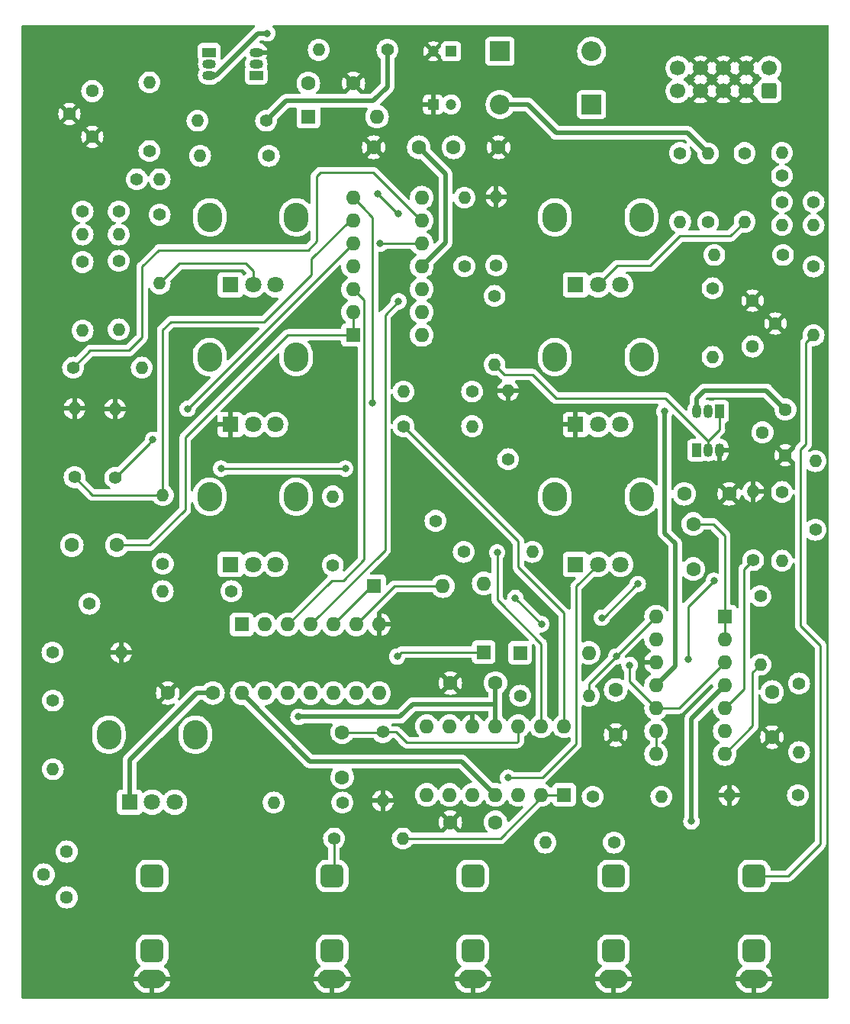
<source format=gbr>
%TF.GenerationSoftware,KiCad,Pcbnew,(6.0.1)*%
%TF.CreationDate,2022-08-28T21:55:17+02:00*%
%TF.ProjectId,vco,76636f2e-6b69-4636-9164-5f7063625858,rev?*%
%TF.SameCoordinates,Original*%
%TF.FileFunction,Copper,L2,Bot*%
%TF.FilePolarity,Positive*%
%FSLAX46Y46*%
G04 Gerber Fmt 4.6, Leading zero omitted, Abs format (unit mm)*
G04 Created by KiCad (PCBNEW (6.0.1)) date 2022-08-28 21:55:17*
%MOMM*%
%LPD*%
G01*
G04 APERTURE LIST*
G04 Aperture macros list*
%AMRoundRect*
0 Rectangle with rounded corners*
0 $1 Rounding radius*
0 $2 $3 $4 $5 $6 $7 $8 $9 X,Y pos of 4 corners*
0 Add a 4 corners polygon primitive as box body*
4,1,4,$2,$3,$4,$5,$6,$7,$8,$9,$2,$3,0*
0 Add four circle primitives for the rounded corners*
1,1,$1+$1,$2,$3*
1,1,$1+$1,$4,$5*
1,1,$1+$1,$6,$7*
1,1,$1+$1,$8,$9*
0 Add four rect primitives between the rounded corners*
20,1,$1+$1,$2,$3,$4,$5,0*
20,1,$1+$1,$4,$5,$6,$7,0*
20,1,$1+$1,$6,$7,$8,$9,0*
20,1,$1+$1,$8,$9,$2,$3,0*%
G04 Aperture macros list end*
%TA.AperFunction,ComponentPad*%
%ADD10O,2.720000X3.240000*%
%TD*%
%TA.AperFunction,ComponentPad*%
%ADD11R,1.800000X1.800000*%
%TD*%
%TA.AperFunction,ComponentPad*%
%ADD12C,1.800000*%
%TD*%
%TA.AperFunction,ComponentPad*%
%ADD13O,3.100000X2.100000*%
%TD*%
%TA.AperFunction,ComponentPad*%
%ADD14RoundRect,0.650000X-0.650000X-0.650000X0.650000X-0.650000X0.650000X0.650000X-0.650000X0.650000X0*%
%TD*%
%TA.AperFunction,ComponentPad*%
%ADD15C,1.400000*%
%TD*%
%TA.AperFunction,ComponentPad*%
%ADD16R,1.200000X1.200000*%
%TD*%
%TA.AperFunction,ComponentPad*%
%ADD17C,1.200000*%
%TD*%
%TA.AperFunction,ComponentPad*%
%ADD18C,1.600000*%
%TD*%
%TA.AperFunction,ComponentPad*%
%ADD19O,1.400000X1.400000*%
%TD*%
%TA.AperFunction,ComponentPad*%
%ADD20RoundRect,0.250000X0.600000X-0.600000X0.600000X0.600000X-0.600000X0.600000X-0.600000X-0.600000X0*%
%TD*%
%TA.AperFunction,ComponentPad*%
%ADD21C,1.700000*%
%TD*%
%TA.AperFunction,ComponentPad*%
%ADD22R,2.200000X2.200000*%
%TD*%
%TA.AperFunction,ComponentPad*%
%ADD23O,2.200000X2.200000*%
%TD*%
%TA.AperFunction,ComponentPad*%
%ADD24R,1.600000X1.600000*%
%TD*%
%TA.AperFunction,ComponentPad*%
%ADD25O,1.600000X1.600000*%
%TD*%
%TA.AperFunction,ComponentPad*%
%ADD26C,1.440000*%
%TD*%
%TA.AperFunction,ComponentPad*%
%ADD27R,1.050000X1.500000*%
%TD*%
%TA.AperFunction,ComponentPad*%
%ADD28O,1.050000X1.500000*%
%TD*%
%TA.AperFunction,ComponentPad*%
%ADD29R,1.500000X1.050000*%
%TD*%
%TA.AperFunction,ComponentPad*%
%ADD30O,1.500000X1.050000*%
%TD*%
%TA.AperFunction,ViaPad*%
%ADD31C,0.800000*%
%TD*%
%TA.AperFunction,Conductor*%
%ADD32C,0.250000*%
%TD*%
%TA.AperFunction,Conductor*%
%ADD33C,0.500000*%
%TD*%
G04 APERTURE END LIST*
D10*
%TO.P,RV10,*%
%TO.N,*%
X51800000Y-72125000D03*
X61400000Y-72125000D03*
D11*
%TO.P,RV10,1,1*%
%TO.N,Net-(R29-Pad1)*%
X54100000Y-79625000D03*
D12*
%TO.P,RV10,2,2*%
%TO.N,Net-(RV10-Pad2)*%
X56600000Y-79625000D03*
%TO.P,RV10,3,3*%
%TO.N,Net-(R32-Pad1)*%
X59100000Y-79625000D03*
%TD*%
D13*
%TO.P,J2,S*%
%TO.N,GND*%
X81000000Y-125615000D03*
D14*
%TO.P,J2,T*%
%TO.N,Net-(J2-PadT)*%
X81000000Y-114215000D03*
%TO.P,J2,TN*%
%TO.N,unconnected-(J2-PadTN)*%
X81000000Y-122515000D03*
%TD*%
D10*
%TO.P,RV4,*%
%TO.N,*%
X61400000Y-41125000D03*
X51800000Y-41125000D03*
D11*
%TO.P,RV4,1,1*%
%TO.N,Net-(R3-Pad2)*%
X54100000Y-48625000D03*
D12*
%TO.P,RV4,2,2*%
%TO.N,Net-(R9-Pad2)*%
X56600000Y-48625000D03*
%TO.P,RV4,3,3*%
%TO.N,Net-(R4-Pad1)*%
X59100000Y-48625000D03*
%TD*%
D10*
%TO.P,RV1,*%
%TO.N,*%
X90100000Y-56625000D03*
X99700000Y-56625000D03*
D11*
%TO.P,RV1,1,1*%
%TO.N,GND*%
X92400000Y-64125000D03*
D12*
%TO.P,RV1,2,2*%
%TO.N,Net-(R5-Pad2)*%
X94900000Y-64125000D03*
%TO.P,RV1,3,3*%
%TO.N,-12V*%
X97400000Y-64125000D03*
%TD*%
D10*
%TO.P,RV8,*%
%TO.N,*%
X40600000Y-98525000D03*
X50200000Y-98525000D03*
D11*
%TO.P,RV8,1,1*%
%TO.N,+12V*%
X42900000Y-106025000D03*
D12*
%TO.P,RV8,2,2*%
%TO.N,Net-(R18-Pad2)*%
X45400000Y-106025000D03*
%TO.P,RV8,3,3*%
%TO.N,-12V*%
X47900000Y-106025000D03*
%TD*%
D15*
%TO.P,,1*%
%TO.N,N/C*%
X38450000Y-84000000D03*
%TD*%
D13*
%TO.P,J6,S*%
%TO.N,GND*%
X96600000Y-125615000D03*
D14*
%TO.P,J6,T*%
%TO.N,Net-(J6-PadT)*%
X96600000Y-114215000D03*
%TO.P,J6,TN*%
%TO.N,unconnected-(J6-PadTN)*%
X96600000Y-122515000D03*
%TD*%
D16*
%TO.P,C8,1*%
%TO.N,GND*%
X76577401Y-28600000D03*
D17*
%TO.P,C8,2*%
%TO.N,-12V*%
X78577401Y-28600000D03*
%TD*%
D15*
%TO.P,,1*%
%TO.N,Net-(D3-Pad2)*%
X76850000Y-74800000D03*
%TD*%
D13*
%TO.P,J1,S*%
%TO.N,GND*%
X112200000Y-125615000D03*
D14*
%TO.P,J1,T*%
%TO.N,Net-(J1-PadT)*%
X112200000Y-114215000D03*
%TO.P,J1,TN*%
%TO.N,unconnected-(J1-PadTN)*%
X112200000Y-122515000D03*
%TD*%
D18*
%TO.P,C11,1*%
%TO.N,-12V*%
X83500000Y-92800000D03*
%TO.P,C11,2*%
%TO.N,GND*%
X78500000Y-92800000D03*
%TD*%
D10*
%TO.P,RV3,*%
%TO.N,*%
X51800000Y-56625000D03*
X61400000Y-56625000D03*
D11*
%TO.P,RV3,1,1*%
%TO.N,GND*%
X54100000Y-64125000D03*
D12*
%TO.P,RV3,2,2*%
%TO.N,Net-(R8-Pad2)*%
X56600000Y-64125000D03*
%TO.P,RV3,3,3*%
%TO.N,-12V*%
X59100000Y-64125000D03*
%TD*%
D18*
%TO.P,C10,1*%
%TO.N,+12V*%
X83500000Y-108250000D03*
%TO.P,C10,2*%
%TO.N,GND*%
X78500000Y-108250000D03*
%TD*%
%TO.P,C9,1*%
%TO.N,-12V*%
X96850000Y-93550000D03*
%TO.P,C9,2*%
%TO.N,GND*%
X96850000Y-98550000D03*
%TD*%
%TO.P,C6,1*%
%TO.N,+12V*%
X114200000Y-93800000D03*
%TO.P,C6,2*%
%TO.N,GND*%
X114200000Y-98800000D03*
%TD*%
D13*
%TO.P,J4,S*%
%TO.N,GND*%
X65400000Y-125615000D03*
D14*
%TO.P,J4,T*%
%TO.N,Net-(J4-PadT)*%
X65400000Y-114215000D03*
%TO.P,J4,TN*%
%TO.N,unconnected-(J4-PadTN)*%
X65400000Y-122515000D03*
%TD*%
D10*
%TO.P,RV2,*%
%TO.N,*%
X90100000Y-41125000D03*
X99700000Y-41125000D03*
D11*
%TO.P,RV2,1,1*%
%TO.N,Net-(R1-Pad2)*%
X92400000Y-48625000D03*
D12*
%TO.P,RV2,2,2*%
%TO.N,Net-(R6-Pad2)*%
X94900000Y-48625000D03*
%TO.P,RV2,3,3*%
%TO.N,Net-(R2-Pad1)*%
X97400000Y-48625000D03*
%TD*%
D10*
%TO.P,RV11,*%
%TO.N,*%
X90100000Y-72125000D03*
X99700000Y-72125000D03*
D11*
%TO.P,RV11,1,1*%
%TO.N,Net-(R28-Pad1)*%
X92400000Y-79625000D03*
D12*
%TO.P,RV11,2,2*%
%TO.N,Net-(RV11-Pad2)*%
X94900000Y-79625000D03*
%TO.P,RV11,3,3*%
%TO.N,Net-(R39-Pad1)*%
X97400000Y-79625000D03*
%TD*%
D16*
%TO.P,C7,1*%
%TO.N,+12V*%
X78600000Y-22700000D03*
D17*
%TO.P,C7,2*%
%TO.N,GND*%
X76600000Y-22700000D03*
%TD*%
D13*
%TO.P,J3,S*%
%TO.N,GND*%
X45400000Y-125615000D03*
D14*
%TO.P,J3,T*%
%TO.N,Net-(J3-PadT)*%
X45400000Y-114215000D03*
%TO.P,J3,TN*%
%TO.N,unconnected-(J3-PadTN)*%
X45400000Y-122515000D03*
%TD*%
D15*
%TO.P,R1,1*%
%TO.N,+12V*%
X104000000Y-33990000D03*
D19*
%TO.P,R1,2*%
%TO.N,Net-(R1-Pad2)*%
X104000000Y-41610000D03*
%TD*%
D18*
%TO.P,C2,1*%
%TO.N,Net-(C2-Pad1)*%
X62740000Y-26250000D03*
%TO.P,C2,2*%
%TO.N,GND*%
X67740000Y-26250000D03*
%TD*%
D15*
%TO.P,R33,1*%
%TO.N,Net-(D4-Pad2)*%
X94290000Y-105400000D03*
D19*
%TO.P,R33,2*%
%TO.N,Net-(R31-Pad1)*%
X101910000Y-105400000D03*
%TD*%
D15*
%TO.P,R12,1*%
%TO.N,Net-(Q2-Pad2)*%
X45100000Y-33760000D03*
D19*
%TO.P,R12,2*%
%TO.N,Net-(R12-Pad2)*%
X45100000Y-26140000D03*
%TD*%
D15*
%TO.P,R30,1*%
%TO.N,Net-(D3-Pad2)*%
X79990000Y-78250000D03*
D19*
%TO.P,R30,2*%
%TO.N,Net-(R24-Pad1)*%
X87610000Y-78250000D03*
%TD*%
D15*
%TO.P,R28,1*%
%TO.N,Net-(R28-Pad1)*%
X112900000Y-83140000D03*
D19*
%TO.P,R28,2*%
%TO.N,Net-(R22-Pad1)*%
X112900000Y-90760000D03*
%TD*%
D15*
%TO.P,R20,1*%
%TO.N,Net-(R20-Pad1)*%
X117060000Y-105250000D03*
D19*
%TO.P,R20,2*%
%TO.N,GND*%
X109440000Y-105250000D03*
%TD*%
D18*
%TO.P,C16,1*%
%TO.N,+12V*%
X52150000Y-93900000D03*
%TO.P,C16,2*%
%TO.N,GND*%
X47150000Y-93900000D03*
%TD*%
%TO.P,C5,1*%
%TO.N,Net-(C5-Pad1)*%
X66500000Y-98250000D03*
%TO.P,C5,2*%
%TO.N,Net-(C5-Pad2)*%
X66500000Y-103250000D03*
%TD*%
D15*
%TO.P,R26,1*%
%TO.N,Net-(R24-Pad1)*%
X119000000Y-75790000D03*
D19*
%TO.P,R26,2*%
%TO.N,Net-(R26-Pad2)*%
X119000000Y-68170000D03*
%TD*%
D20*
%TO.P,J5,1,Pin_1*%
%TO.N,Net-(D6-Pad1)*%
X113900000Y-27100000D03*
D21*
%TO.P,J5,2,Pin_2*%
X113900000Y-24560000D03*
%TO.P,J5,3,Pin_3*%
%TO.N,GND*%
X111360000Y-27100000D03*
%TO.P,J5,4,Pin_4*%
X111360000Y-24560000D03*
%TO.P,J5,5,Pin_5*%
X108820000Y-27100000D03*
%TO.P,J5,6,Pin_6*%
X108820000Y-24560000D03*
%TO.P,J5,7,Pin_7*%
X106280000Y-27100000D03*
%TO.P,J5,8,Pin_8*%
X106280000Y-24560000D03*
%TO.P,J5,9,Pin_9*%
%TO.N,Net-(D5-Pad2)*%
X103740000Y-27100000D03*
%TO.P,J5,10,Pin_10*%
X103740000Y-24560000D03*
%TD*%
D15*
%TO.P,R5,1*%
%TO.N,Net-(R5-Pad1)*%
X115410000Y-45300000D03*
D19*
%TO.P,R5,2*%
%TO.N,Net-(R5-Pad2)*%
X107790000Y-45300000D03*
%TD*%
D22*
%TO.P,D6,1,K*%
%TO.N,Net-(D6-Pad1)*%
X94180000Y-28600000D03*
D23*
%TO.P,D6,2,A*%
%TO.N,-12V*%
X84020000Y-28600000D03*
%TD*%
D15*
%TO.P,R31,1*%
%TO.N,Net-(R31-Pad1)*%
X86240000Y-94200000D03*
D19*
%TO.P,R31,2*%
%TO.N,Net-(D3-Pad2)*%
X93860000Y-94200000D03*
%TD*%
D15*
%TO.P,R8,1*%
%TO.N,Net-(R8-Pad1)*%
X41700000Y-45950000D03*
D19*
%TO.P,R8,2*%
%TO.N,Net-(R8-Pad2)*%
X41700000Y-53570000D03*
%TD*%
D24*
%TO.P,D4,1,K*%
%TO.N,Net-(C5-Pad2)*%
X86240000Y-89450000D03*
D25*
%TO.P,D4,2,A*%
%TO.N,Net-(D4-Pad2)*%
X93860000Y-89450000D03*
%TD*%
D15*
%TO.P,R6,1*%
%TO.N,Net-(R6-Pad1)*%
X111150000Y-33990000D03*
D19*
%TO.P,R6,2*%
%TO.N,Net-(R6-Pad2)*%
X111150000Y-41610000D03*
%TD*%
D15*
%TO.P,R4,1*%
%TO.N,Net-(R4-Pad1)*%
X58360000Y-34300000D03*
D19*
%TO.P,R4,2*%
%TO.N,-12V*%
X50740000Y-34300000D03*
%TD*%
D15*
%TO.P,R25,1*%
%TO.N,Net-(R25-Pad1)*%
X80050000Y-46560000D03*
D19*
%TO.P,R25,2*%
%TO.N,Net-(R25-Pad2)*%
X80050000Y-38940000D03*
%TD*%
D15*
%TO.P,TH3,1*%
%TO.N,Net-(Q1-Pad2)*%
X118800000Y-39430000D03*
D19*
%TO.P,TH3,2*%
%TO.N,Net-(R7-Pad1)*%
X118800000Y-41970000D03*
%TD*%
D15*
%TO.P,R21,1*%
%TO.N,Net-(R21-Pad1)*%
X36800000Y-69960000D03*
D19*
%TO.P,R21,2*%
%TO.N,GND*%
X36800000Y-62340000D03*
%TD*%
D26*
%TO.P,RV5,1,1*%
%TO.N,Net-(R11-Pad2)*%
X112025000Y-55450000D03*
%TO.P,RV5,2,2*%
%TO.N,GND*%
X114565000Y-52910000D03*
%TO.P,RV5,3,3*%
X112025000Y-50370000D03*
%TD*%
D15*
%TO.P,R19,1*%
%TO.N,Net-(R15-Pad1)*%
X34340000Y-89400000D03*
D19*
%TO.P,R19,2*%
%TO.N,GND*%
X41960000Y-89400000D03*
%TD*%
D15*
%TO.P,R2,1*%
%TO.N,Net-(R2-Pad1)*%
X107100000Y-41660000D03*
D19*
%TO.P,R2,2*%
%TO.N,-12V*%
X107100000Y-34040000D03*
%TD*%
D26*
%TO.P,RV9,1,1*%
%TO.N,-12V*%
X115675000Y-62450000D03*
%TO.P,RV9,2,2*%
%TO.N,Net-(R26-Pad2)*%
X113135000Y-64990000D03*
%TO.P,RV9,3,3*%
%TO.N,GND*%
X115675000Y-67530000D03*
%TD*%
D15*
%TO.P,R22,1*%
%TO.N,Net-(R22-Pad1)*%
X117200000Y-92840000D03*
D19*
%TO.P,R22,2*%
%TO.N,Net-(R20-Pad1)*%
X117200000Y-100460000D03*
%TD*%
D15*
%TO.P,R35,1*%
%TO.N,Net-(C5-Pad2)*%
X66510000Y-106050000D03*
D19*
%TO.P,R35,2*%
%TO.N,-12V*%
X58890000Y-106050000D03*
%TD*%
D15*
%TO.P,R17,1*%
%TO.N,Net-(C4-Pad1)*%
X41300000Y-70010000D03*
D19*
%TO.P,R17,2*%
%TO.N,GND*%
X41300000Y-62390000D03*
%TD*%
D15*
%TO.P,TH5,1*%
%TO.N,Net-(Q2-Pad2)*%
X43710000Y-36900000D03*
D19*
%TO.P,TH5,2*%
%TO.N,Net-(R9-Pad1)*%
X46250000Y-36900000D03*
%TD*%
D24*
%TO.P,U3,1*%
%TO.N,Net-(C4-Pad2)*%
X67700000Y-54175000D03*
D25*
%TO.P,U3,2,-*%
X67700000Y-51635000D03*
%TO.P,U3,3,+*%
%TO.N,Net-(C2-Pad1)*%
X67700000Y-49095000D03*
%TO.P,U3,4,V+*%
%TO.N,+12V*%
X67700000Y-46555000D03*
%TO.P,U3,5,+*%
%TO.N,Net-(C4-Pad1)*%
X67700000Y-44015000D03*
%TO.P,U3,6,-*%
%TO.N,Net-(R21-Pad1)*%
X67700000Y-41475000D03*
%TO.P,U3,7*%
%TO.N,Net-(R23-Pad1)*%
X67700000Y-38935000D03*
%TO.P,U3,8*%
%TO.N,Net-(R25-Pad2)*%
X75320000Y-38935000D03*
%TO.P,U3,9,-*%
%TO.N,Net-(R15-Pad1)*%
X75320000Y-41475000D03*
%TO.P,U3,10,+*%
%TO.N,Net-(C4-Pad1)*%
X75320000Y-44015000D03*
%TO.P,U3,11,V-*%
%TO.N,-12V*%
X75320000Y-46555000D03*
%TO.P,U3,12,+*%
%TO.N,Net-(R25-Pad1)*%
X75320000Y-49095000D03*
%TO.P,U3,13,-*%
%TO.N,Net-(R32-Pad2)*%
X75320000Y-51635000D03*
%TO.P,U3,14*%
X75320000Y-54175000D03*
%TD*%
D18*
%TO.P,C4,1*%
%TO.N,Net-(C4-Pad1)*%
X36500000Y-77500000D03*
%TO.P,C4,2*%
%TO.N,Net-(C4-Pad2)*%
X41500000Y-77500000D03*
%TD*%
D15*
%TO.P,R36,1*%
%TO.N,Net-(C5-Pad1)*%
X71000000Y-98240000D03*
D19*
%TO.P,R36,2*%
%TO.N,GND*%
X71000000Y-105860000D03*
%TD*%
D24*
%TO.P,D2,1,K*%
%TO.N,Net-(C2-Pad1)*%
X62740000Y-29950000D03*
D25*
%TO.P,D2,2,A*%
%TO.N,Net-(D2-Pad2)*%
X70360000Y-29950000D03*
%TD*%
D15*
%TO.P,R16,1*%
%TO.N,Net-(C3-Pad1)*%
X112100000Y-79160000D03*
D19*
%TO.P,R16,2*%
%TO.N,GND*%
X112100000Y-71540000D03*
%TD*%
D24*
%TO.P,D3,1,K*%
%TO.N,Net-(C5-Pad2)*%
X82200000Y-89360000D03*
D25*
%TO.P,D3,2,A*%
%TO.N,Net-(D3-Pad2)*%
X82200000Y-81740000D03*
%TD*%
D15*
%TO.P,R14,1*%
%TO.N,+12V*%
X71510000Y-22550000D03*
D19*
%TO.P,R14,2*%
%TO.N,Net-(Q2-Pad1)*%
X63890000Y-22550000D03*
%TD*%
D18*
%TO.P,C15,1*%
%TO.N,-12V*%
X75000000Y-33350000D03*
%TO.P,C15,2*%
%TO.N,GND*%
X70000000Y-33350000D03*
%TD*%
D15*
%TO.P,R32,1*%
%TO.N,Net-(R32-Pad1)*%
X65450000Y-79710000D03*
D19*
%TO.P,R32,2*%
%TO.N,Net-(R32-Pad2)*%
X65450000Y-72090000D03*
%TD*%
D27*
%TO.P,Q3,1,C*%
%TO.N,Net-(C1-Pad1)*%
X105830000Y-66940000D03*
D28*
%TO.P,Q3,2,B*%
%TO.N,Net-(Q1-Pad1)*%
X107100000Y-66940000D03*
%TO.P,Q3,3,E*%
%TO.N,GND*%
X108370000Y-66940000D03*
%TD*%
D15*
%TO.P,R18,1*%
%TO.N,Net-(R15-Pad1)*%
X36640000Y-57800000D03*
D19*
%TO.P,R18,2*%
%TO.N,Net-(R18-Pad2)*%
X44260000Y-57800000D03*
%TD*%
D15*
%TO.P,R24,1*%
%TO.N,Net-(R24-Pad1)*%
X115300000Y-71600000D03*
D19*
%TO.P,R24,2*%
%TO.N,Net-(R24-Pad2)*%
X115300000Y-79220000D03*
%TD*%
D15*
%TO.P,TH6,1*%
%TO.N,Net-(Q2-Pad2)*%
X37700000Y-40480000D03*
D19*
%TO.P,TH6,2*%
%TO.N,Net-(R10-Pad1)*%
X37700000Y-43020000D03*
%TD*%
D15*
%TO.P,R15,1*%
%TO.N,Net-(R15-Pad1)*%
X34400000Y-94740000D03*
D19*
%TO.P,R15,2*%
%TO.N,Net-(R15-Pad2)*%
X34400000Y-102360000D03*
%TD*%
D15*
%TO.P,R40,1*%
%TO.N,Net-(J6-PadT)*%
X96650000Y-110500000D03*
D19*
%TO.P,R40,2*%
%TO.N,Net-(R40-Pad2)*%
X89030000Y-110500000D03*
%TD*%
D24*
%TO.P,U2,1*%
%TO.N,N/C*%
X55350000Y-86300000D03*
D25*
%TO.P,U2,2*%
X57890000Y-86300000D03*
%TO.P,U2,3*%
%TO.N,Net-(C2-Pad1)*%
X60430000Y-86300000D03*
%TO.P,U2,4*%
%TO.N,Net-(D2-Pad2)*%
X62970000Y-86300000D03*
%TO.P,U2,5*%
%TO.N,Net-(C1-Pad1)*%
X65510000Y-86300000D03*
%TO.P,U2,6*%
%TO.N,Net-(D1-Pad2)*%
X68050000Y-86300000D03*
%TO.P,U2,7,VSS*%
%TO.N,GND*%
X70590000Y-86300000D03*
%TO.P,U2,8*%
%TO.N,N/C*%
X70590000Y-93920000D03*
%TO.P,U2,9*%
X68050000Y-93920000D03*
%TO.P,U2,10*%
X65510000Y-93920000D03*
%TO.P,U2,11*%
X62970000Y-93920000D03*
%TO.P,U2,12*%
X60430000Y-93920000D03*
%TO.P,U2,13*%
X57890000Y-93920000D03*
%TO.P,U2,14,VDD*%
%TO.N,+12V*%
X55350000Y-93920000D03*
%TD*%
D15*
%TO.P,R3,1*%
%TO.N,+12V*%
X58060000Y-30400000D03*
D19*
%TO.P,R3,2*%
%TO.N,Net-(R3-Pad2)*%
X50440000Y-30400000D03*
%TD*%
D15*
%TO.P,R37,1*%
%TO.N,Net-(R37-Pad1)*%
X84900000Y-67960000D03*
D19*
%TO.P,R37,2*%
%TO.N,GND*%
X84900000Y-60340000D03*
%TD*%
D15*
%TO.P,TH2,1*%
%TO.N,Net-(Q1-Pad2)*%
X115300000Y-36520000D03*
D19*
%TO.P,TH2,2*%
%TO.N,Net-(R6-Pad1)*%
X115300000Y-33980000D03*
%TD*%
D15*
%TO.P,R39,1*%
%TO.N,Net-(R39-Pad1)*%
X80910000Y-60450000D03*
D19*
%TO.P,R39,2*%
%TO.N,Net-(R38-Pad1)*%
X73290000Y-60450000D03*
%TD*%
D27*
%TO.P,Q1,1,C*%
%TO.N,Net-(Q1-Pad1)*%
X108370000Y-62660000D03*
D28*
%TO.P,Q1,2,B*%
%TO.N,Net-(Q1-Pad2)*%
X107100000Y-62660000D03*
%TO.P,Q1,3,E*%
%TO.N,-12V*%
X105830000Y-62660000D03*
%TD*%
D15*
%TO.P,R38,1*%
%TO.N,Net-(R38-Pad1)*%
X73290000Y-64300000D03*
D19*
%TO.P,R38,2*%
%TO.N,Net-(R37-Pad1)*%
X80910000Y-64300000D03*
%TD*%
D15*
%TO.P,R34,1*%
%TO.N,Net-(J4-PadT)*%
X65590000Y-110050000D03*
D19*
%TO.P,R34,2*%
%TO.N,Net-(R34-Pad2)*%
X73210000Y-110050000D03*
%TD*%
D26*
%TO.P,RV6,1,1*%
%TO.N,Net-(R12-Pad2)*%
X38775000Y-27100000D03*
%TO.P,RV6,2,2*%
%TO.N,GND*%
X36235000Y-29640000D03*
%TO.P,RV6,3,3*%
X38775000Y-32180000D03*
%TD*%
D15*
%TO.P,R7,1*%
%TO.N,Net-(R7-Pad1)*%
X118800000Y-46590000D03*
D19*
%TO.P,R7,2*%
%TO.N,Net-(J1-PadT)*%
X118800000Y-54210000D03*
%TD*%
D24*
%TO.P,U1,1*%
%TO.N,Net-(C3-Pad2)*%
X108950000Y-85425000D03*
D25*
%TO.P,U1,2,-*%
X108950000Y-87965000D03*
%TO.P,U1,3,+*%
%TO.N,Net-(C1-Pad1)*%
X108950000Y-90505000D03*
%TO.P,U1,4,V+*%
%TO.N,+12V*%
X108950000Y-93045000D03*
%TO.P,U1,5,+*%
%TO.N,Net-(C3-Pad1)*%
X108950000Y-95585000D03*
%TO.P,U1,6,-*%
%TO.N,Net-(R20-Pad1)*%
X108950000Y-98125000D03*
%TO.P,U1,7*%
%TO.N,Net-(R22-Pad1)*%
X108950000Y-100665000D03*
%TO.P,U1,8*%
%TO.N,Net-(R24-Pad2)*%
X101330000Y-100665000D03*
%TO.P,U1,9,-*%
X101330000Y-98125000D03*
%TO.P,U1,10,+*%
%TO.N,Net-(C1-Pad1)*%
X101330000Y-95585000D03*
%TO.P,U1,11,V-*%
%TO.N,-12V*%
X101330000Y-93045000D03*
%TO.P,U1,12,+*%
%TO.N,GND*%
X101330000Y-90505000D03*
%TO.P,U1,13,-*%
%TO.N,Net-(R24-Pad1)*%
X101330000Y-87965000D03*
%TO.P,U1,14*%
%TO.N,Net-(D3-Pad2)*%
X101330000Y-85425000D03*
%TD*%
D15*
%TO.P,R9,1*%
%TO.N,Net-(R9-Pad1)*%
X46250000Y-40840000D03*
D19*
%TO.P,R9,2*%
%TO.N,Net-(R9-Pad2)*%
X46250000Y-48460000D03*
%TD*%
D18*
%TO.P,C14,1*%
%TO.N,+12V*%
X78850000Y-33350000D03*
%TO.P,C14,2*%
%TO.N,GND*%
X83850000Y-33350000D03*
%TD*%
D15*
%TO.P,R11,1*%
%TO.N,Net-(Q1-Pad2)*%
X107600000Y-48990000D03*
D19*
%TO.P,R11,2*%
%TO.N,Net-(R11-Pad2)*%
X107600000Y-56610000D03*
%TD*%
D18*
%TO.P,C1,1*%
%TO.N,Net-(C1-Pad1)*%
X104450000Y-71800000D03*
%TO.P,C1,2*%
%TO.N,GND*%
X109450000Y-71800000D03*
%TD*%
D15*
%TO.P,R13,1*%
%TO.N,+12V*%
X83400000Y-49840000D03*
D19*
%TO.P,R13,2*%
%TO.N,Net-(Q1-Pad1)*%
X83400000Y-57460000D03*
%TD*%
D24*
%TO.P,U4,1*%
%TO.N,Net-(R34-Pad2)*%
X91125000Y-105200000D03*
D25*
%TO.P,U4,2,-*%
X88585000Y-105200000D03*
%TO.P,U4,3,+*%
%TO.N,Net-(RV10-Pad2)*%
X86045000Y-105200000D03*
%TO.P,U4,4,V+*%
%TO.N,+12V*%
X83505000Y-105200000D03*
%TO.P,U4,5,+*%
%TO.N,Net-(RV11-Pad2)*%
X80965000Y-105200000D03*
%TO.P,U4,6,-*%
%TO.N,Net-(R40-Pad2)*%
X78425000Y-105200000D03*
%TO.P,U4,7*%
X75885000Y-105200000D03*
%TO.P,U4,8*%
%TO.N,Net-(D4-Pad2)*%
X75885000Y-97580000D03*
%TO.P,U4,9,-*%
%TO.N,Net-(R31-Pad1)*%
X78425000Y-97580000D03*
%TO.P,U4,10,+*%
%TO.N,GND*%
X80965000Y-97580000D03*
%TO.P,U4,11,V-*%
%TO.N,-12V*%
X83505000Y-97580000D03*
%TO.P,U4,12,+*%
%TO.N,Net-(C5-Pad1)*%
X86045000Y-97580000D03*
%TO.P,U4,13,-*%
%TO.N,Net-(R37-Pad1)*%
X88585000Y-97580000D03*
%TO.P,U4,14*%
%TO.N,Net-(R38-Pad1)*%
X91125000Y-97580000D03*
%TD*%
D15*
%TO.P,R29,1*%
%TO.N,Net-(R29-Pad1)*%
X54210000Y-82600000D03*
D19*
%TO.P,R29,2*%
%TO.N,Net-(R23-Pad1)*%
X46590000Y-82600000D03*
%TD*%
D15*
%TO.P,TH4,1*%
%TO.N,Net-(Q2-Pad2)*%
X41700000Y-40480000D03*
D19*
%TO.P,TH4,2*%
%TO.N,Net-(R8-Pad1)*%
X41700000Y-43020000D03*
%TD*%
D15*
%TO.P,R10,1*%
%TO.N,Net-(R10-Pad1)*%
X37700000Y-46090000D03*
D19*
%TO.P,R10,2*%
%TO.N,Net-(J2-PadT)*%
X37700000Y-53710000D03*
%TD*%
D18*
%TO.P,C3,1*%
%TO.N,Net-(C3-Pad1)*%
X105450000Y-80150000D03*
%TO.P,C3,2*%
%TO.N,Net-(C3-Pad2)*%
X105450000Y-75150000D03*
%TD*%
D15*
%TO.P,TH1,1*%
%TO.N,Net-(Q1-Pad2)*%
X115300000Y-39430000D03*
D19*
%TO.P,TH1,2*%
%TO.N,Net-(R5-Pad1)*%
X115300000Y-41970000D03*
%TD*%
D22*
%TO.P,D5,1,K*%
%TO.N,+12V*%
X84020000Y-22700000D03*
D23*
%TO.P,D5,2,A*%
%TO.N,Net-(D5-Pad2)*%
X94180000Y-22700000D03*
%TD*%
D29*
%TO.P,Q2,1,C*%
%TO.N,Net-(Q2-Pad1)*%
X51750000Y-22810000D03*
D30*
%TO.P,Q2,2,B*%
%TO.N,Net-(Q2-Pad2)*%
X51750000Y-24080000D03*
%TO.P,Q2,3,E*%
%TO.N,-12V*%
X51750000Y-25350000D03*
%TD*%
D15*
%TO.P,R23,1*%
%TO.N,Net-(R23-Pad1)*%
X46600000Y-79560000D03*
D19*
%TO.P,R23,2*%
%TO.N,Net-(R21-Pad1)*%
X46600000Y-71940000D03*
%TD*%
D29*
%TO.P,Q4,1,C*%
%TO.N,Net-(C2-Pad1)*%
X56950000Y-25350000D03*
D30*
%TO.P,Q4,2,B*%
%TO.N,Net-(Q2-Pad1)*%
X56950000Y-24080000D03*
%TO.P,Q4,3,E*%
%TO.N,GND*%
X56950000Y-22810000D03*
%TD*%
D15*
%TO.P,R27,1*%
%TO.N,Net-(R25-Pad1)*%
X83600000Y-46460000D03*
D19*
%TO.P,R27,2*%
%TO.N,GND*%
X83600000Y-38840000D03*
%TD*%
D26*
%TO.P,RV7,1,1*%
%TO.N,Net-(R15-Pad2)*%
X35925000Y-111500000D03*
%TO.P,RV7,2,2*%
X33385000Y-114040000D03*
%TO.P,RV7,3,3*%
%TO.N,Net-(J3-PadT)*%
X35925000Y-116580000D03*
%TD*%
D24*
%TO.P,D1,1,K*%
%TO.N,Net-(C1-Pad1)*%
X70040000Y-82050000D03*
D25*
%TO.P,D1,2,A*%
%TO.N,Net-(D1-Pad2)*%
X77660000Y-82050000D03*
%TD*%
D31*
%TO.N,Net-(C1-Pad1)*%
X98400000Y-90800000D03*
X99300000Y-81800000D03*
X95300000Y-85550000D03*
%TO.N,GND*%
X103500000Y-97200000D03*
X88350000Y-100150000D03*
%TO.N,Net-(C4-Pad1)*%
X70700000Y-44050000D03*
X45500000Y-65800000D03*
X49350000Y-62350000D03*
%TO.N,Net-(C5-Pad2)*%
X72600000Y-89850000D03*
%TO.N,+12V*%
X105250000Y-108150000D03*
%TO.N,-12V*%
X61650000Y-96550000D03*
X58200000Y-20700000D03*
X102250000Y-62660000D03*
%TO.N,Net-(D2-Pad2)*%
X72750000Y-40700000D03*
X72750000Y-50450000D03*
X70450000Y-38550000D03*
%TO.N,Net-(D3-Pad2)*%
X88600000Y-86250000D03*
X96900000Y-89850000D03*
X85700000Y-83350000D03*
%TO.N,Net-(R23-Pad1)*%
X53050000Y-69000000D03*
X69850000Y-61700000D03*
X66850000Y-69000000D03*
%TO.N,Net-(R24-Pad2)*%
X104900000Y-90150000D03*
X107750000Y-81450000D03*
%TO.N,Net-(R37-Pad1)*%
X83700000Y-78300000D03*
%TO.N,Net-(RV11-Pad2)*%
X84900000Y-103300000D03*
%TD*%
D32*
%TO.N,Net-(C1-Pad1)*%
X103870000Y-95585000D02*
X101330000Y-95585000D01*
X95500000Y-85550000D02*
X99250000Y-81800000D01*
X70040000Y-82050000D02*
X69760000Y-82050000D01*
X98400000Y-92655000D02*
X101330000Y-95585000D01*
X95300000Y-85550000D02*
X95500000Y-85550000D01*
X98400000Y-90800000D02*
X98400000Y-92655000D01*
X108950000Y-90505000D02*
X103870000Y-95585000D01*
X69760000Y-82050000D02*
X65510000Y-86300000D01*
X99250000Y-81800000D02*
X99300000Y-81800000D01*
%TO.N,Net-(C2-Pad1)*%
X65330000Y-81400000D02*
X60430000Y-86300000D01*
X66600000Y-81400000D02*
X65330000Y-81400000D01*
X68900000Y-50295000D02*
X68900000Y-79100000D01*
X67700000Y-49095000D02*
X68900000Y-50295000D01*
X68900000Y-79100000D02*
X66600000Y-81400000D01*
%TO.N,Net-(C3-Pad1)*%
X108950000Y-95585000D02*
X111100000Y-93435000D01*
X111100000Y-80160000D02*
X112100000Y-79160000D01*
X111100000Y-93435000D02*
X111100000Y-80160000D01*
%TO.N,Net-(C3-Pad2)*%
X108950000Y-85425000D02*
X108950000Y-87965000D01*
X105450000Y-75150000D02*
X107650000Y-75150000D01*
X107650000Y-75150000D02*
X108950000Y-76450000D01*
X108950000Y-76450000D02*
X108950000Y-85425000D01*
%TO.N,Net-(C4-Pad1)*%
X45150000Y-66160000D02*
X45150000Y-66150000D01*
X70735000Y-44015000D02*
X75320000Y-44015000D01*
X70700000Y-44050000D02*
X70735000Y-44015000D01*
X49365000Y-62350000D02*
X49350000Y-62350000D01*
X45150000Y-66150000D02*
X45500000Y-65800000D01*
X41300000Y-70010000D02*
X45150000Y-66160000D01*
X67700000Y-44015000D02*
X49365000Y-62350000D01*
%TO.N,Net-(C4-Pad2)*%
X49100000Y-65550000D02*
X60475000Y-54175000D01*
X45150000Y-77500000D02*
X49100000Y-73550000D01*
X67700000Y-51635000D02*
X67700000Y-54175000D01*
X41500000Y-77500000D02*
X45150000Y-77500000D01*
X60475000Y-54175000D02*
X67700000Y-54175000D01*
X49100000Y-73550000D02*
X49100000Y-65550000D01*
%TO.N,Net-(C5-Pad1)*%
X66500000Y-98250000D02*
X70990000Y-98250000D01*
X72490000Y-98240000D02*
X73650000Y-99400000D01*
X71000000Y-98240000D02*
X72490000Y-98240000D01*
X73650000Y-99400000D02*
X85900000Y-99400000D01*
X70990000Y-98250000D02*
X71000000Y-98240000D01*
X85900000Y-99400000D02*
X86045000Y-99255000D01*
X86045000Y-99255000D02*
X86045000Y-97580000D01*
%TO.N,Net-(C5-Pad2)*%
X72600000Y-89850000D02*
X73090000Y-89360000D01*
X73090000Y-89360000D02*
X82200000Y-89360000D01*
D33*
%TO.N,+12V*%
X71510000Y-26640000D02*
X71510000Y-22550000D01*
D32*
X67700000Y-46555000D02*
X67905000Y-46555000D01*
D33*
X105250000Y-96745000D02*
X108950000Y-93045000D01*
X55350000Y-93920000D02*
X62930000Y-101500000D01*
X79750000Y-101500000D02*
X83450000Y-105200000D01*
X62930000Y-101500000D02*
X79750000Y-101500000D01*
X52150000Y-93900000D02*
X50350000Y-93900000D01*
X50350000Y-93900000D02*
X42900000Y-101350000D01*
D32*
X83450000Y-105200000D02*
X83505000Y-105200000D01*
D33*
X105250000Y-108150000D02*
X105250000Y-97435717D01*
X69950000Y-28200000D02*
X71510000Y-26640000D01*
X58060000Y-30400000D02*
X60260000Y-28200000D01*
D32*
X67905000Y-46555000D02*
X67950000Y-46600000D01*
D33*
X105250000Y-97435717D02*
X105250000Y-96745000D01*
X42900000Y-101350000D02*
X42900000Y-106025000D01*
X60260000Y-28200000D02*
X69950000Y-28200000D01*
%TO.N,-12V*%
X58100000Y-20700000D02*
X57150000Y-20700000D01*
X107100000Y-34040000D02*
X104810000Y-31750000D01*
X106650000Y-60350000D02*
X113575000Y-60350000D01*
X105830000Y-62660000D02*
X105830000Y-61170000D01*
D32*
X83500000Y-97575000D02*
X83505000Y-97580000D01*
D33*
X102300000Y-76150000D02*
X103450000Y-77300000D01*
X77950000Y-36300000D02*
X75000000Y-33350000D01*
X113575000Y-60350000D02*
X115675000Y-62450000D01*
X90250000Y-31750000D02*
X87100000Y-28600000D01*
X75320000Y-46555000D02*
X77950000Y-43925000D01*
X74300000Y-95150000D02*
X72900000Y-96550000D01*
X57150000Y-20700000D02*
X52500000Y-25350000D01*
X103450000Y-90925000D02*
X101330000Y-93045000D01*
X83500000Y-95150000D02*
X74300000Y-95150000D01*
X87100000Y-28600000D02*
X84020000Y-28600000D01*
X83500000Y-95150000D02*
X83500000Y-97575000D01*
X102250000Y-62660000D02*
X102250000Y-76100000D01*
X83500000Y-92800000D02*
X83500000Y-95150000D01*
X72900000Y-96550000D02*
X61650000Y-96550000D01*
X52500000Y-25350000D02*
X51750000Y-25350000D01*
D32*
X102250000Y-76100000D02*
X102300000Y-76150000D01*
D33*
X105830000Y-61170000D02*
X106650000Y-60350000D01*
X103450000Y-77300000D02*
X103450000Y-90925000D01*
D32*
X51700000Y-25400000D02*
X51750000Y-25350000D01*
D33*
X104810000Y-31750000D02*
X90250000Y-31750000D01*
X77950000Y-43925000D02*
X77950000Y-36300000D01*
D32*
%TO.N,Net-(D1-Pad2)*%
X77660000Y-82050000D02*
X72300000Y-82050000D01*
X72300000Y-82050000D02*
X68050000Y-86300000D01*
%TO.N,Net-(D2-Pad2)*%
X72600000Y-40700000D02*
X72750000Y-40700000D01*
X71250000Y-51950000D02*
X71250000Y-78020000D01*
X72750000Y-50450000D02*
X71250000Y-51950000D01*
X71250000Y-78020000D02*
X62970000Y-86300000D01*
X70450000Y-38550000D02*
X72600000Y-40700000D01*
%TO.N,Net-(D3-Pad2)*%
X85700000Y-83350000D02*
X88600000Y-86250000D01*
X93860000Y-92890000D02*
X93860000Y-94200000D01*
X96900000Y-89850000D02*
X96905000Y-89850000D01*
X96900000Y-89850000D02*
X93860000Y-92890000D01*
X96905000Y-89850000D02*
X101330000Y-85425000D01*
%TO.N,Net-(Q1-Pad1)*%
X90250000Y-61200000D02*
X102360000Y-61200000D01*
X107100000Y-65940000D02*
X107100000Y-66940000D01*
X84509520Y-58569520D02*
X87619520Y-58569520D01*
X107100000Y-65940000D02*
X108370000Y-64670000D01*
X102360000Y-61200000D02*
X107100000Y-65940000D01*
X108370000Y-64670000D02*
X108370000Y-62660000D01*
X83400000Y-57460000D02*
X84509520Y-58569520D01*
X87619520Y-58569520D02*
X90250000Y-61200000D01*
%TO.N,Net-(R6-Pad2)*%
X111150000Y-41610000D02*
X109560000Y-43200000D01*
X100700000Y-46500000D02*
X97025000Y-46500000D01*
X104000000Y-43200000D02*
X100700000Y-46500000D01*
X109560000Y-43200000D02*
X104000000Y-43200000D01*
X97025000Y-46500000D02*
X94900000Y-48625000D01*
%TO.N,Net-(J1-PadT)*%
X117350000Y-66900000D02*
X117350000Y-86400000D01*
X117975489Y-66274511D02*
X117350000Y-66900000D01*
X117350000Y-86400000D02*
X119550000Y-88600000D01*
X119550000Y-110650000D02*
X115985000Y-114215000D01*
X117975489Y-55034511D02*
X117975489Y-66274511D01*
X118800000Y-54210000D02*
X117975489Y-55034511D01*
X115985000Y-114215000D02*
X112200000Y-114215000D01*
X119550000Y-88600000D02*
X119550000Y-110650000D01*
%TO.N,Net-(R9-Pad2)*%
X56600000Y-47050000D02*
X56600000Y-48625000D01*
X48460000Y-46250000D02*
X55800000Y-46250000D01*
X46250000Y-48460000D02*
X48460000Y-46250000D01*
X55800000Y-46250000D02*
X56600000Y-47050000D01*
%TO.N,Net-(R15-Pad1)*%
X69900000Y-36150000D02*
X75225000Y-41475000D01*
X62700000Y-44750000D02*
X63650000Y-43800000D01*
X63650000Y-36550000D02*
X64050000Y-36150000D01*
X46150000Y-44750000D02*
X62700000Y-44750000D01*
X44300000Y-46600000D02*
X46150000Y-44750000D01*
X63650000Y-43800000D02*
X63650000Y-36550000D01*
X44300000Y-54450000D02*
X44300000Y-46600000D01*
X42850000Y-55900000D02*
X44300000Y-54450000D01*
X64050000Y-36150000D02*
X69900000Y-36150000D01*
X75225000Y-41475000D02*
X75320000Y-41475000D01*
X36640000Y-57800000D02*
X38540000Y-55900000D01*
X38540000Y-55900000D02*
X42850000Y-55900000D01*
%TO.N,Net-(R21-Pad1)*%
X36800000Y-69960000D02*
X38780000Y-71940000D01*
X46600000Y-53600000D02*
X46600000Y-71940000D01*
X63100000Y-47450000D02*
X57850000Y-52700000D01*
X38780000Y-71940000D02*
X46600000Y-71940000D01*
X67700000Y-41475000D02*
X67375000Y-41475000D01*
X63100000Y-45750000D02*
X63100000Y-47450000D01*
X57850000Y-52700000D02*
X47500000Y-52700000D01*
X67375000Y-41475000D02*
X63100000Y-45750000D01*
X47500000Y-52700000D02*
X46600000Y-53600000D01*
%TO.N,Net-(R22-Pad1)*%
X112050000Y-91610000D02*
X112050000Y-97565000D01*
X112050000Y-97565000D02*
X108950000Y-100665000D01*
X112900000Y-90760000D02*
X112050000Y-91610000D01*
%TO.N,Net-(R23-Pad1)*%
X67700000Y-38935000D02*
X68824511Y-40059511D01*
X68824511Y-40059511D02*
X68824511Y-40074511D01*
X69600000Y-40850000D02*
X69850000Y-41100000D01*
X68824511Y-40074511D02*
X69600000Y-40850000D01*
X66850000Y-69000000D02*
X53050000Y-69000000D01*
X69850000Y-41100000D02*
X69850000Y-61700000D01*
%TO.N,Net-(R24-Pad2)*%
X104900000Y-90150000D02*
X104900000Y-84300000D01*
X101330000Y-98125000D02*
X101330000Y-100665000D01*
X104900000Y-84300000D02*
X107750000Y-81450000D01*
%TO.N,Net-(J4-PadT)*%
X65590000Y-114205000D02*
X65600000Y-114215000D01*
X65590000Y-110050000D02*
X65590000Y-114205000D01*
%TO.N,Net-(R34-Pad2)*%
X88585000Y-105200000D02*
X88585000Y-105515000D01*
X84050000Y-110050000D02*
X73210000Y-110050000D01*
X91125000Y-105200000D02*
X88585000Y-105200000D01*
X88585000Y-105515000D02*
X84050000Y-110050000D01*
%TO.N,Net-(R37-Pad1)*%
X83700000Y-83550000D02*
X83700000Y-78300000D01*
X84000000Y-83850000D02*
X83700000Y-83550000D01*
X88585000Y-97580000D02*
X88585000Y-88435000D01*
X88585000Y-88435000D02*
X84000000Y-83850000D01*
%TO.N,Net-(R38-Pad1)*%
X91125000Y-85025000D02*
X91125000Y-97580000D01*
X73290000Y-64300000D02*
X86050000Y-77060000D01*
X86050000Y-79950000D02*
X91125000Y-85025000D01*
X86050000Y-77060000D02*
X86050000Y-79950000D01*
%TO.N,Net-(RV11-Pad2)*%
X88700000Y-103300000D02*
X84900000Y-103300000D01*
X92450000Y-82075000D02*
X92450000Y-99550000D01*
X94900000Y-79625000D02*
X92450000Y-82075000D01*
X92450000Y-99550000D02*
X88700000Y-103300000D01*
%TD*%
%TA.AperFunction,Conductor*%
%TO.N,GND*%
G36*
X56785433Y-19820002D02*
G01*
X56831926Y-19873658D01*
X56842030Y-19943932D01*
X56812536Y-20008512D01*
X56786397Y-20031372D01*
X56747024Y-20057186D01*
X56743320Y-20059523D01*
X56680893Y-20097405D01*
X56672516Y-20104803D01*
X56672492Y-20104776D01*
X56669500Y-20107429D01*
X56666267Y-20110132D01*
X56660148Y-20114144D01*
X56655116Y-20119456D01*
X56606872Y-20170383D01*
X56604494Y-20172825D01*
X53211986Y-23565333D01*
X53149674Y-23599359D01*
X53078859Y-23594294D01*
X53022023Y-23551747D01*
X52997212Y-23485227D01*
X53000096Y-23449715D01*
X53001745Y-23445316D01*
X53008500Y-23383134D01*
X53008500Y-22236866D01*
X53001745Y-22174684D01*
X52950615Y-22038295D01*
X52863261Y-21921739D01*
X52746705Y-21834385D01*
X52610316Y-21783255D01*
X52548134Y-21776500D01*
X50951866Y-21776500D01*
X50889684Y-21783255D01*
X50753295Y-21834385D01*
X50636739Y-21921739D01*
X50549385Y-22038295D01*
X50498255Y-22174684D01*
X50491500Y-22236866D01*
X50491500Y-23383134D01*
X50498255Y-23445316D01*
X50509535Y-23475406D01*
X50546232Y-23573296D01*
X50546234Y-23573299D01*
X50549385Y-23581705D01*
X50554773Y-23588894D01*
X50554906Y-23589137D01*
X50570076Y-23658494D01*
X50564752Y-23686907D01*
X50529204Y-23801745D01*
X50511149Y-23860072D01*
X50507710Y-23871180D01*
X50507066Y-23877305D01*
X50507066Y-23877306D01*
X50503016Y-23915840D01*
X50486524Y-24072750D01*
X50504894Y-24274596D01*
X50506632Y-24280502D01*
X50506633Y-24280506D01*
X50523367Y-24337361D01*
X50562119Y-24469029D01*
X50655923Y-24648460D01*
X50655923Y-24648462D01*
X50656019Y-24648645D01*
X50655984Y-24648663D01*
X50675889Y-24714441D01*
X50660729Y-24775409D01*
X50567644Y-24947565D01*
X50551399Y-25000044D01*
X50522759Y-25092566D01*
X50507710Y-25141180D01*
X50507066Y-25147305D01*
X50507066Y-25147306D01*
X50489144Y-25317823D01*
X50486524Y-25342750D01*
X50487083Y-25348890D01*
X50504225Y-25537240D01*
X50504894Y-25544596D01*
X50506632Y-25550502D01*
X50506633Y-25550506D01*
X50521743Y-25601844D01*
X50562119Y-25739029D01*
X50564972Y-25744486D01*
X50564973Y-25744489D01*
X50591785Y-25795775D01*
X50656019Y-25918645D01*
X50659879Y-25923445D01*
X50659879Y-25923446D01*
X50685655Y-25955505D01*
X50783019Y-26076601D01*
X50938281Y-26206881D01*
X50943673Y-26209845D01*
X50943677Y-26209848D01*
X51057854Y-26272617D01*
X51115891Y-26304523D01*
X51121764Y-26306386D01*
X51261319Y-26350655D01*
X51309084Y-26365807D01*
X51315201Y-26366493D01*
X51315205Y-26366494D01*
X51381866Y-26373971D01*
X51466817Y-26383500D01*
X52026004Y-26383500D01*
X52176713Y-26368723D01*
X52370742Y-26310142D01*
X52549698Y-26214990D01*
X52597438Y-26176054D01*
X52701230Y-26091403D01*
X52737864Y-26070611D01*
X52741750Y-26069200D01*
X52744298Y-26068275D01*
X52748455Y-26066848D01*
X52810936Y-26046607D01*
X52810938Y-26046606D01*
X52817899Y-26044351D01*
X52824154Y-26040555D01*
X52829628Y-26038049D01*
X52835058Y-26035330D01*
X52841937Y-26032833D01*
X52850100Y-26027481D01*
X52902976Y-25992814D01*
X52906680Y-25990477D01*
X52969107Y-25952595D01*
X52977484Y-25945197D01*
X52977508Y-25945224D01*
X52980500Y-25942571D01*
X52983733Y-25939868D01*
X52989852Y-25935856D01*
X53043128Y-25879617D01*
X53045506Y-25877175D01*
X55627994Y-23294687D01*
X55690306Y-23260661D01*
X55761121Y-23265726D01*
X55817957Y-23308273D01*
X55828750Y-23325406D01*
X55853581Y-23372902D01*
X55855597Y-23375983D01*
X55856154Y-23377824D01*
X55856439Y-23378369D01*
X55856335Y-23378423D01*
X55876161Y-23443936D01*
X55861001Y-23504906D01*
X55767644Y-23677565D01*
X55737677Y-23774372D01*
X55711149Y-23860072D01*
X55707710Y-23871180D01*
X55707066Y-23877305D01*
X55707066Y-23877306D01*
X55703016Y-23915840D01*
X55686524Y-24072750D01*
X55704894Y-24274596D01*
X55706632Y-24280502D01*
X55706633Y-24280506D01*
X55760380Y-24463120D01*
X55760788Y-24464507D01*
X55762119Y-24469029D01*
X55761260Y-24469282D01*
X55767714Y-24534662D01*
X55754548Y-24571406D01*
X55749385Y-24578295D01*
X55746236Y-24586696D01*
X55746234Y-24586699D01*
X55723012Y-24648645D01*
X55698255Y-24714684D01*
X55691500Y-24776866D01*
X55691500Y-25923134D01*
X55698255Y-25985316D01*
X55749385Y-26121705D01*
X55836739Y-26238261D01*
X55953295Y-26325615D01*
X56089684Y-26376745D01*
X56151866Y-26383500D01*
X57748134Y-26383500D01*
X57810316Y-26376745D01*
X57946705Y-26325615D01*
X58063261Y-26238261D01*
X58150615Y-26121705D01*
X58201745Y-25985316D01*
X58208500Y-25923134D01*
X58208500Y-24776866D01*
X58201745Y-24714684D01*
X58176988Y-24648645D01*
X58153768Y-24586704D01*
X58153766Y-24586701D01*
X58150615Y-24578295D01*
X58145227Y-24571106D01*
X58145094Y-24570863D01*
X58129924Y-24501506D01*
X58135248Y-24473092D01*
X58136428Y-24469282D01*
X58192290Y-24288820D01*
X58202103Y-24195461D01*
X58212832Y-24093378D01*
X58212832Y-24093377D01*
X58213476Y-24087250D01*
X58197640Y-23913246D01*
X58195665Y-23891543D01*
X58195664Y-23891540D01*
X58195106Y-23885404D01*
X58189188Y-23865294D01*
X58148861Y-23728277D01*
X58137881Y-23690971D01*
X58135027Y-23685511D01*
X58046838Y-23516819D01*
X58046835Y-23516815D01*
X58043981Y-23511355D01*
X58043779Y-23511103D01*
X58023799Y-23445088D01*
X58038959Y-23384115D01*
X58128962Y-23217658D01*
X58133714Y-23206353D01*
X58172422Y-23081308D01*
X58172628Y-23067205D01*
X58165873Y-23064000D01*
X57396242Y-23064000D01*
X57382197Y-23063215D01*
X57233183Y-23046500D01*
X56822000Y-23046500D01*
X56753879Y-23026498D01*
X56707386Y-22972842D01*
X56696000Y-22920500D01*
X56696000Y-22682000D01*
X56716002Y-22613879D01*
X56769658Y-22567386D01*
X56822000Y-22556000D01*
X58158986Y-22556000D01*
X58172517Y-22552027D01*
X58172808Y-22550000D01*
X62676884Y-22550000D01*
X62695314Y-22760655D01*
X62750044Y-22964910D01*
X62752366Y-22969891D01*
X62752367Y-22969892D01*
X62824918Y-23125477D01*
X62839411Y-23156558D01*
X62960699Y-23329776D01*
X63110224Y-23479301D01*
X63283442Y-23600589D01*
X63288420Y-23602910D01*
X63288423Y-23602912D01*
X63470108Y-23687633D01*
X63475090Y-23689956D01*
X63480398Y-23691378D01*
X63480400Y-23691379D01*
X63674030Y-23743262D01*
X63674032Y-23743262D01*
X63679345Y-23744686D01*
X63890000Y-23763116D01*
X64100655Y-23744686D01*
X64105968Y-23743262D01*
X64105970Y-23743262D01*
X64299600Y-23691379D01*
X64299602Y-23691378D01*
X64304910Y-23689956D01*
X64309892Y-23687633D01*
X64491577Y-23602912D01*
X64491580Y-23602910D01*
X64496558Y-23600589D01*
X64669776Y-23479301D01*
X64819301Y-23329776D01*
X64940589Y-23156558D01*
X64955083Y-23125477D01*
X65027633Y-22969892D01*
X65027634Y-22969891D01*
X65029956Y-22964910D01*
X65084686Y-22760655D01*
X65103116Y-22550000D01*
X65084686Y-22339345D01*
X65082506Y-22331210D01*
X65031379Y-22140400D01*
X65031378Y-22140398D01*
X65029956Y-22135090D01*
X65023382Y-22120992D01*
X64942912Y-21948423D01*
X64942910Y-21948420D01*
X64940589Y-21943442D01*
X64819301Y-21770224D01*
X64669776Y-21620699D01*
X64496558Y-21499411D01*
X64491580Y-21497090D01*
X64491577Y-21497088D01*
X64309892Y-21412367D01*
X64309891Y-21412366D01*
X64304910Y-21410044D01*
X64299602Y-21408622D01*
X64299600Y-21408621D01*
X64105970Y-21356738D01*
X64105968Y-21356738D01*
X64100655Y-21355314D01*
X63890000Y-21336884D01*
X63679345Y-21355314D01*
X63674032Y-21356738D01*
X63674030Y-21356738D01*
X63480400Y-21408621D01*
X63480398Y-21408622D01*
X63475090Y-21410044D01*
X63470109Y-21412366D01*
X63470108Y-21412367D01*
X63288423Y-21497088D01*
X63288420Y-21497090D01*
X63283442Y-21499411D01*
X63110224Y-21620699D01*
X62960699Y-21770224D01*
X62839411Y-21943442D01*
X62837090Y-21948420D01*
X62837088Y-21948423D01*
X62756618Y-22120992D01*
X62750044Y-22135090D01*
X62748622Y-22140398D01*
X62748621Y-22140400D01*
X62697494Y-22331210D01*
X62695314Y-22339345D01*
X62676884Y-22550000D01*
X58172808Y-22550000D01*
X58173637Y-22544232D01*
X58139154Y-22427068D01*
X58134561Y-22415700D01*
X58046414Y-22247089D01*
X58039698Y-22236827D01*
X57920485Y-22088557D01*
X57911897Y-22079787D01*
X57766162Y-21957501D01*
X57756031Y-21950563D01*
X57589308Y-21858906D01*
X57578038Y-21854076D01*
X57390812Y-21794685D01*
X57391507Y-21792493D01*
X57338060Y-21763624D01*
X57303751Y-21701467D01*
X57308493Y-21630629D01*
X57337653Y-21585028D01*
X57427276Y-21495405D01*
X57489588Y-21461379D01*
X57516371Y-21458500D01*
X57657413Y-21458500D01*
X57731472Y-21482563D01*
X57737902Y-21487235D01*
X57737909Y-21487239D01*
X57743248Y-21491118D01*
X57749276Y-21493802D01*
X57749278Y-21493803D01*
X57888738Y-21555894D01*
X57917712Y-21568794D01*
X57994087Y-21585028D01*
X58098056Y-21607128D01*
X58098061Y-21607128D01*
X58104513Y-21608500D01*
X58295487Y-21608500D01*
X58301939Y-21607128D01*
X58301944Y-21607128D01*
X58405913Y-21585028D01*
X58482288Y-21568794D01*
X58511262Y-21555894D01*
X58650722Y-21493803D01*
X58650724Y-21493802D01*
X58656752Y-21491118D01*
X58662097Y-21487235D01*
X58789498Y-21394672D01*
X58811253Y-21378866D01*
X58840748Y-21346109D01*
X58934621Y-21241852D01*
X58934622Y-21241851D01*
X58939040Y-21236944D01*
X59034527Y-21071556D01*
X59093542Y-20889928D01*
X59113504Y-20700000D01*
X59093542Y-20510072D01*
X59034527Y-20328444D01*
X58939040Y-20163056D01*
X58899783Y-20119456D01*
X58815675Y-20026045D01*
X58815674Y-20026044D01*
X58811253Y-20021134D01*
X58808042Y-20018801D01*
X58771318Y-19959189D01*
X58772670Y-19888205D01*
X58812185Y-19829221D01*
X58877315Y-19800964D01*
X58892868Y-19800000D01*
X120374000Y-19800000D01*
X120442121Y-19820002D01*
X120488614Y-19873658D01*
X120500000Y-19926000D01*
X120500000Y-127674000D01*
X120479998Y-127742121D01*
X120426342Y-127788614D01*
X120374000Y-127800000D01*
X31026000Y-127800000D01*
X30957879Y-127779998D01*
X30911386Y-127726342D01*
X30900000Y-127674000D01*
X30900000Y-125886114D01*
X43362940Y-125886114D01*
X43366117Y-125913572D01*
X43368078Y-125923476D01*
X43433587Y-126154975D01*
X43437101Y-126164424D01*
X43538782Y-126382483D01*
X43543761Y-126391247D01*
X43678993Y-126590234D01*
X43685325Y-126598109D01*
X43850621Y-126772905D01*
X43858130Y-126779666D01*
X44049253Y-126925791D01*
X44057732Y-126931255D01*
X44269764Y-127044945D01*
X44279016Y-127048987D01*
X44506493Y-127127313D01*
X44516269Y-127129824D01*
X44754428Y-127170961D01*
X44762295Y-127171816D01*
X44786953Y-127172936D01*
X44789786Y-127173000D01*
X45127885Y-127173000D01*
X45143124Y-127168525D01*
X45144329Y-127167135D01*
X45146000Y-127159452D01*
X45146000Y-127154885D01*
X45654000Y-127154885D01*
X45658475Y-127170124D01*
X45659865Y-127171329D01*
X45667548Y-127173000D01*
X45960482Y-127173000D01*
X45965514Y-127172798D01*
X46144863Y-127158368D01*
X46154816Y-127156756D01*
X46388467Y-127099366D01*
X46398037Y-127096183D01*
X46619506Y-127002174D01*
X46628448Y-126997499D01*
X46832036Y-126869293D01*
X46840109Y-126863253D01*
X47020585Y-126704143D01*
X47027588Y-126696891D01*
X47180301Y-126510975D01*
X47186057Y-126502693D01*
X47307080Y-126294754D01*
X47311440Y-126285655D01*
X47397660Y-126061045D01*
X47400509Y-126051363D01*
X47434902Y-125886736D01*
X47434852Y-125886114D01*
X63362940Y-125886114D01*
X63366117Y-125913572D01*
X63368078Y-125923476D01*
X63433587Y-126154975D01*
X63437101Y-126164424D01*
X63538782Y-126382483D01*
X63543761Y-126391247D01*
X63678993Y-126590234D01*
X63685325Y-126598109D01*
X63850621Y-126772905D01*
X63858130Y-126779666D01*
X64049253Y-126925791D01*
X64057732Y-126931255D01*
X64269764Y-127044945D01*
X64279016Y-127048987D01*
X64506493Y-127127313D01*
X64516269Y-127129824D01*
X64754428Y-127170961D01*
X64762295Y-127171816D01*
X64786953Y-127172936D01*
X64789786Y-127173000D01*
X65127885Y-127173000D01*
X65143124Y-127168525D01*
X65144329Y-127167135D01*
X65146000Y-127159452D01*
X65146000Y-127154885D01*
X65654000Y-127154885D01*
X65658475Y-127170124D01*
X65659865Y-127171329D01*
X65667548Y-127173000D01*
X65960482Y-127173000D01*
X65965514Y-127172798D01*
X66144863Y-127158368D01*
X66154816Y-127156756D01*
X66388467Y-127099366D01*
X66398037Y-127096183D01*
X66619506Y-127002174D01*
X66628448Y-126997499D01*
X66832036Y-126869293D01*
X66840109Y-126863253D01*
X67020585Y-126704143D01*
X67027588Y-126696891D01*
X67180301Y-126510975D01*
X67186057Y-126502693D01*
X67307080Y-126294754D01*
X67311440Y-126285655D01*
X67397660Y-126061045D01*
X67400509Y-126051363D01*
X67434902Y-125886736D01*
X67434852Y-125886114D01*
X78962940Y-125886114D01*
X78966117Y-125913572D01*
X78968078Y-125923476D01*
X79033587Y-126154975D01*
X79037101Y-126164424D01*
X79138782Y-126382483D01*
X79143761Y-126391247D01*
X79278993Y-126590234D01*
X79285325Y-126598109D01*
X79450621Y-126772905D01*
X79458130Y-126779666D01*
X79649253Y-126925791D01*
X79657732Y-126931255D01*
X79869764Y-127044945D01*
X79879016Y-127048987D01*
X80106493Y-127127313D01*
X80116269Y-127129824D01*
X80354428Y-127170961D01*
X80362295Y-127171816D01*
X80386953Y-127172936D01*
X80389786Y-127173000D01*
X80727885Y-127173000D01*
X80743124Y-127168525D01*
X80744329Y-127167135D01*
X80746000Y-127159452D01*
X80746000Y-127154885D01*
X81254000Y-127154885D01*
X81258475Y-127170124D01*
X81259865Y-127171329D01*
X81267548Y-127173000D01*
X81560482Y-127173000D01*
X81565514Y-127172798D01*
X81744863Y-127158368D01*
X81754816Y-127156756D01*
X81988467Y-127099366D01*
X81998037Y-127096183D01*
X82219506Y-127002174D01*
X82228448Y-126997499D01*
X82432036Y-126869293D01*
X82440109Y-126863253D01*
X82620585Y-126704143D01*
X82627588Y-126696891D01*
X82780301Y-126510975D01*
X82786057Y-126502693D01*
X82907080Y-126294754D01*
X82911440Y-126285655D01*
X82997660Y-126061045D01*
X83000509Y-126051363D01*
X83034902Y-125886736D01*
X83034852Y-125886114D01*
X94562940Y-125886114D01*
X94566117Y-125913572D01*
X94568078Y-125923476D01*
X94633587Y-126154975D01*
X94637101Y-126164424D01*
X94738782Y-126382483D01*
X94743761Y-126391247D01*
X94878993Y-126590234D01*
X94885325Y-126598109D01*
X95050621Y-126772905D01*
X95058130Y-126779666D01*
X95249253Y-126925791D01*
X95257732Y-126931255D01*
X95469764Y-127044945D01*
X95479016Y-127048987D01*
X95706493Y-127127313D01*
X95716269Y-127129824D01*
X95954428Y-127170961D01*
X95962295Y-127171816D01*
X95986953Y-127172936D01*
X95989786Y-127173000D01*
X96327885Y-127173000D01*
X96343124Y-127168525D01*
X96344329Y-127167135D01*
X96346000Y-127159452D01*
X96346000Y-127154885D01*
X96854000Y-127154885D01*
X96858475Y-127170124D01*
X96859865Y-127171329D01*
X96867548Y-127173000D01*
X97160482Y-127173000D01*
X97165514Y-127172798D01*
X97344863Y-127158368D01*
X97354816Y-127156756D01*
X97588467Y-127099366D01*
X97598037Y-127096183D01*
X97819506Y-127002174D01*
X97828448Y-126997499D01*
X98032036Y-126869293D01*
X98040109Y-126863253D01*
X98220585Y-126704143D01*
X98227588Y-126696891D01*
X98380301Y-126510975D01*
X98386057Y-126502693D01*
X98507080Y-126294754D01*
X98511440Y-126285655D01*
X98597660Y-126061045D01*
X98600509Y-126051363D01*
X98634902Y-125886736D01*
X98634852Y-125886114D01*
X110162940Y-125886114D01*
X110166117Y-125913572D01*
X110168078Y-125923476D01*
X110233587Y-126154975D01*
X110237101Y-126164424D01*
X110338782Y-126382483D01*
X110343761Y-126391247D01*
X110478993Y-126590234D01*
X110485325Y-126598109D01*
X110650621Y-126772905D01*
X110658130Y-126779666D01*
X110849253Y-126925791D01*
X110857732Y-126931255D01*
X111069764Y-127044945D01*
X111079016Y-127048987D01*
X111306493Y-127127313D01*
X111316269Y-127129824D01*
X111554428Y-127170961D01*
X111562295Y-127171816D01*
X111586953Y-127172936D01*
X111589786Y-127173000D01*
X111927885Y-127173000D01*
X111943124Y-127168525D01*
X111944329Y-127167135D01*
X111946000Y-127159452D01*
X111946000Y-127154885D01*
X112454000Y-127154885D01*
X112458475Y-127170124D01*
X112459865Y-127171329D01*
X112467548Y-127173000D01*
X112760482Y-127173000D01*
X112765514Y-127172798D01*
X112944863Y-127158368D01*
X112954816Y-127156756D01*
X113188467Y-127099366D01*
X113198037Y-127096183D01*
X113419506Y-127002174D01*
X113428448Y-126997499D01*
X113632036Y-126869293D01*
X113640109Y-126863253D01*
X113820585Y-126704143D01*
X113827588Y-126696891D01*
X113980301Y-126510975D01*
X113986057Y-126502693D01*
X114107080Y-126294754D01*
X114111440Y-126285655D01*
X114197660Y-126061045D01*
X114200509Y-126051363D01*
X114234902Y-125886736D01*
X114233779Y-125872675D01*
X114223672Y-125869000D01*
X112472115Y-125869000D01*
X112456876Y-125873475D01*
X112455671Y-125874865D01*
X112454000Y-125882548D01*
X112454000Y-127154885D01*
X111946000Y-127154885D01*
X111946000Y-125887115D01*
X111941525Y-125871876D01*
X111940135Y-125870671D01*
X111932452Y-125869000D01*
X110179075Y-125869000D01*
X110164989Y-125873136D01*
X110162940Y-125886114D01*
X98634852Y-125886114D01*
X98633779Y-125872675D01*
X98623672Y-125869000D01*
X96872115Y-125869000D01*
X96856876Y-125873475D01*
X96855671Y-125874865D01*
X96854000Y-125882548D01*
X96854000Y-127154885D01*
X96346000Y-127154885D01*
X96346000Y-125887115D01*
X96341525Y-125871876D01*
X96340135Y-125870671D01*
X96332452Y-125869000D01*
X94579075Y-125869000D01*
X94564989Y-125873136D01*
X94562940Y-125886114D01*
X83034852Y-125886114D01*
X83033779Y-125872675D01*
X83023672Y-125869000D01*
X81272115Y-125869000D01*
X81256876Y-125873475D01*
X81255671Y-125874865D01*
X81254000Y-125882548D01*
X81254000Y-127154885D01*
X80746000Y-127154885D01*
X80746000Y-125887115D01*
X80741525Y-125871876D01*
X80740135Y-125870671D01*
X80732452Y-125869000D01*
X78979075Y-125869000D01*
X78964989Y-125873136D01*
X78962940Y-125886114D01*
X67434852Y-125886114D01*
X67433779Y-125872675D01*
X67423672Y-125869000D01*
X65672115Y-125869000D01*
X65656876Y-125873475D01*
X65655671Y-125874865D01*
X65654000Y-125882548D01*
X65654000Y-127154885D01*
X65146000Y-127154885D01*
X65146000Y-125887115D01*
X65141525Y-125871876D01*
X65140135Y-125870671D01*
X65132452Y-125869000D01*
X63379075Y-125869000D01*
X63364989Y-125873136D01*
X63362940Y-125886114D01*
X47434852Y-125886114D01*
X47433779Y-125872675D01*
X47423672Y-125869000D01*
X45672115Y-125869000D01*
X45656876Y-125873475D01*
X45655671Y-125874865D01*
X45654000Y-125882548D01*
X45654000Y-127154885D01*
X45146000Y-127154885D01*
X45146000Y-125887115D01*
X45141525Y-125871876D01*
X45140135Y-125870671D01*
X45132452Y-125869000D01*
X43379075Y-125869000D01*
X43364989Y-125873136D01*
X43362940Y-125886114D01*
X30900000Y-125886114D01*
X30900000Y-125343264D01*
X43365098Y-125343264D01*
X43366221Y-125357325D01*
X43376328Y-125361000D01*
X47420925Y-125361000D01*
X47435011Y-125356864D01*
X47437060Y-125343886D01*
X47436988Y-125343264D01*
X63365098Y-125343264D01*
X63366221Y-125357325D01*
X63376328Y-125361000D01*
X67420925Y-125361000D01*
X67435011Y-125356864D01*
X67437060Y-125343886D01*
X67436988Y-125343264D01*
X78965098Y-125343264D01*
X78966221Y-125357325D01*
X78976328Y-125361000D01*
X83020925Y-125361000D01*
X83035011Y-125356864D01*
X83037060Y-125343886D01*
X83036988Y-125343264D01*
X94565098Y-125343264D01*
X94566221Y-125357325D01*
X94576328Y-125361000D01*
X98620925Y-125361000D01*
X98635011Y-125356864D01*
X98637060Y-125343886D01*
X98636988Y-125343264D01*
X110165098Y-125343264D01*
X110166221Y-125357325D01*
X110176328Y-125361000D01*
X114220925Y-125361000D01*
X114235011Y-125356864D01*
X114237060Y-125343886D01*
X114233883Y-125316428D01*
X114231922Y-125306524D01*
X114166413Y-125075025D01*
X114162899Y-125065576D01*
X114061218Y-124847517D01*
X114056239Y-124838753D01*
X113921007Y-124639766D01*
X113914675Y-124631891D01*
X113749379Y-124457095D01*
X113741870Y-124450334D01*
X113550747Y-124304209D01*
X113548383Y-124302686D01*
X113547660Y-124301849D01*
X113546727Y-124301136D01*
X113546875Y-124300942D01*
X113501958Y-124248972D01*
X113491943Y-124178685D01*
X113521518Y-124114142D01*
X113545180Y-124092997D01*
X113589988Y-124062144D01*
X113589989Y-124062143D01*
X113594744Y-124058869D01*
X113598825Y-124054781D01*
X113741089Y-123912270D01*
X113741093Y-123912265D01*
X113745168Y-123908183D01*
X113865613Y-123732607D01*
X113952044Y-123538021D01*
X114001568Y-123330943D01*
X114008500Y-123234237D01*
X114008499Y-121795764D01*
X114001277Y-121697047D01*
X113951391Y-121490056D01*
X113864620Y-121295622D01*
X113743869Y-121120256D01*
X113739781Y-121116175D01*
X113597270Y-120973911D01*
X113597265Y-120973907D01*
X113593183Y-120969832D01*
X113417607Y-120849387D01*
X113320314Y-120806172D01*
X113228299Y-120765300D01*
X113228295Y-120765299D01*
X113223021Y-120762956D01*
X113185753Y-120754043D01*
X113020941Y-120714627D01*
X113020937Y-120714626D01*
X113015943Y-120713432D01*
X112979715Y-120710835D01*
X112921487Y-120706661D01*
X112921479Y-120706661D01*
X112919237Y-120706500D01*
X112206457Y-120706500D01*
X111480764Y-120706501D01*
X111478471Y-120706669D01*
X111478464Y-120706669D01*
X111387182Y-120713347D01*
X111387178Y-120713348D01*
X111382047Y-120713723D01*
X111175056Y-120763609D01*
X110980622Y-120850380D01*
X110975868Y-120853653D01*
X110975867Y-120853654D01*
X110811886Y-120966566D01*
X110805256Y-120971131D01*
X110801176Y-120975218D01*
X110801175Y-120975219D01*
X110658911Y-121117730D01*
X110658907Y-121117735D01*
X110654832Y-121121817D01*
X110534387Y-121297393D01*
X110447956Y-121491979D01*
X110398432Y-121699057D01*
X110391500Y-121795763D01*
X110391501Y-123234236D01*
X110398723Y-123332953D01*
X110448609Y-123539944D01*
X110535380Y-123734378D01*
X110656131Y-123909744D01*
X110660218Y-123913824D01*
X110660219Y-123913825D01*
X110802730Y-124056089D01*
X110802735Y-124056093D01*
X110806817Y-124060168D01*
X110811578Y-124063434D01*
X110858616Y-124095702D01*
X110903474Y-124150731D01*
X110911461Y-124221277D01*
X110880040Y-124284942D01*
X110854481Y-124306224D01*
X110767969Y-124360703D01*
X110759891Y-124366747D01*
X110579415Y-124525857D01*
X110572412Y-124533109D01*
X110419699Y-124719025D01*
X110413943Y-124727307D01*
X110292920Y-124935246D01*
X110288560Y-124944345D01*
X110202340Y-125168955D01*
X110199491Y-125178637D01*
X110165098Y-125343264D01*
X98636988Y-125343264D01*
X98633883Y-125316428D01*
X98631922Y-125306524D01*
X98566413Y-125075025D01*
X98562899Y-125065576D01*
X98461218Y-124847517D01*
X98456239Y-124838753D01*
X98321007Y-124639766D01*
X98314675Y-124631891D01*
X98149379Y-124457095D01*
X98141870Y-124450334D01*
X97950747Y-124304209D01*
X97948383Y-124302686D01*
X97947660Y-124301849D01*
X97946727Y-124301136D01*
X97946875Y-124300942D01*
X97901958Y-124248972D01*
X97891943Y-124178685D01*
X97921518Y-124114142D01*
X97945180Y-124092997D01*
X97989988Y-124062144D01*
X97989989Y-124062143D01*
X97994744Y-124058869D01*
X97998825Y-124054781D01*
X98141089Y-123912270D01*
X98141093Y-123912265D01*
X98145168Y-123908183D01*
X98265613Y-123732607D01*
X98352044Y-123538021D01*
X98401568Y-123330943D01*
X98408500Y-123234237D01*
X98408499Y-121795764D01*
X98401277Y-121697047D01*
X98351391Y-121490056D01*
X98264620Y-121295622D01*
X98143869Y-121120256D01*
X98139781Y-121116175D01*
X97997270Y-120973911D01*
X97997265Y-120973907D01*
X97993183Y-120969832D01*
X97817607Y-120849387D01*
X97720314Y-120806172D01*
X97628299Y-120765300D01*
X97628295Y-120765299D01*
X97623021Y-120762956D01*
X97585753Y-120754043D01*
X97420941Y-120714627D01*
X97420937Y-120714626D01*
X97415943Y-120713432D01*
X97379715Y-120710835D01*
X97321487Y-120706661D01*
X97321479Y-120706661D01*
X97319237Y-120706500D01*
X96606457Y-120706500D01*
X95880764Y-120706501D01*
X95878471Y-120706669D01*
X95878464Y-120706669D01*
X95787182Y-120713347D01*
X95787178Y-120713348D01*
X95782047Y-120713723D01*
X95575056Y-120763609D01*
X95380622Y-120850380D01*
X95375868Y-120853653D01*
X95375867Y-120853654D01*
X95211886Y-120966566D01*
X95205256Y-120971131D01*
X95201176Y-120975218D01*
X95201175Y-120975219D01*
X95058911Y-121117730D01*
X95058907Y-121117735D01*
X95054832Y-121121817D01*
X94934387Y-121297393D01*
X94847956Y-121491979D01*
X94798432Y-121699057D01*
X94791500Y-121795763D01*
X94791501Y-123234236D01*
X94798723Y-123332953D01*
X94848609Y-123539944D01*
X94935380Y-123734378D01*
X95056131Y-123909744D01*
X95060218Y-123913824D01*
X95060219Y-123913825D01*
X95202730Y-124056089D01*
X95202735Y-124056093D01*
X95206817Y-124060168D01*
X95211578Y-124063434D01*
X95258616Y-124095702D01*
X95303474Y-124150731D01*
X95311461Y-124221277D01*
X95280040Y-124284942D01*
X95254481Y-124306224D01*
X95167969Y-124360703D01*
X95159891Y-124366747D01*
X94979415Y-124525857D01*
X94972412Y-124533109D01*
X94819699Y-124719025D01*
X94813943Y-124727307D01*
X94692920Y-124935246D01*
X94688560Y-124944345D01*
X94602340Y-125168955D01*
X94599491Y-125178637D01*
X94565098Y-125343264D01*
X83036988Y-125343264D01*
X83033883Y-125316428D01*
X83031922Y-125306524D01*
X82966413Y-125075025D01*
X82962899Y-125065576D01*
X82861218Y-124847517D01*
X82856239Y-124838753D01*
X82721007Y-124639766D01*
X82714675Y-124631891D01*
X82549379Y-124457095D01*
X82541870Y-124450334D01*
X82350747Y-124304209D01*
X82348383Y-124302686D01*
X82347660Y-124301849D01*
X82346727Y-124301136D01*
X82346875Y-124300942D01*
X82301958Y-124248972D01*
X82291943Y-124178685D01*
X82321518Y-124114142D01*
X82345180Y-124092997D01*
X82389988Y-124062144D01*
X82389989Y-124062143D01*
X82394744Y-124058869D01*
X82398825Y-124054781D01*
X82541089Y-123912270D01*
X82541093Y-123912265D01*
X82545168Y-123908183D01*
X82665613Y-123732607D01*
X82752044Y-123538021D01*
X82801568Y-123330943D01*
X82808500Y-123234237D01*
X82808499Y-121795764D01*
X82801277Y-121697047D01*
X82751391Y-121490056D01*
X82664620Y-121295622D01*
X82543869Y-121120256D01*
X82539781Y-121116175D01*
X82397270Y-120973911D01*
X82397265Y-120973907D01*
X82393183Y-120969832D01*
X82217607Y-120849387D01*
X82120314Y-120806172D01*
X82028299Y-120765300D01*
X82028295Y-120765299D01*
X82023021Y-120762956D01*
X81985753Y-120754043D01*
X81820941Y-120714627D01*
X81820937Y-120714626D01*
X81815943Y-120713432D01*
X81779715Y-120710835D01*
X81721487Y-120706661D01*
X81721479Y-120706661D01*
X81719237Y-120706500D01*
X81006457Y-120706500D01*
X80280764Y-120706501D01*
X80278471Y-120706669D01*
X80278464Y-120706669D01*
X80187182Y-120713347D01*
X80187178Y-120713348D01*
X80182047Y-120713723D01*
X79975056Y-120763609D01*
X79780622Y-120850380D01*
X79775868Y-120853653D01*
X79775867Y-120853654D01*
X79611886Y-120966566D01*
X79605256Y-120971131D01*
X79601176Y-120975218D01*
X79601175Y-120975219D01*
X79458911Y-121117730D01*
X79458907Y-121117735D01*
X79454832Y-121121817D01*
X79334387Y-121297393D01*
X79247956Y-121491979D01*
X79198432Y-121699057D01*
X79191500Y-121795763D01*
X79191501Y-123234236D01*
X79198723Y-123332953D01*
X79248609Y-123539944D01*
X79335380Y-123734378D01*
X79456131Y-123909744D01*
X79460218Y-123913824D01*
X79460219Y-123913825D01*
X79602730Y-124056089D01*
X79602735Y-124056093D01*
X79606817Y-124060168D01*
X79611578Y-124063434D01*
X79658616Y-124095702D01*
X79703474Y-124150731D01*
X79711461Y-124221277D01*
X79680040Y-124284942D01*
X79654481Y-124306224D01*
X79567969Y-124360703D01*
X79559891Y-124366747D01*
X79379415Y-124525857D01*
X79372412Y-124533109D01*
X79219699Y-124719025D01*
X79213943Y-124727307D01*
X79092920Y-124935246D01*
X79088560Y-124944345D01*
X79002340Y-125168955D01*
X78999491Y-125178637D01*
X78965098Y-125343264D01*
X67436988Y-125343264D01*
X67433883Y-125316428D01*
X67431922Y-125306524D01*
X67366413Y-125075025D01*
X67362899Y-125065576D01*
X67261218Y-124847517D01*
X67256239Y-124838753D01*
X67121007Y-124639766D01*
X67114675Y-124631891D01*
X66949379Y-124457095D01*
X66941870Y-124450334D01*
X66750747Y-124304209D01*
X66748383Y-124302686D01*
X66747660Y-124301849D01*
X66746727Y-124301136D01*
X66746875Y-124300942D01*
X66701958Y-124248972D01*
X66691943Y-124178685D01*
X66721518Y-124114142D01*
X66745180Y-124092997D01*
X66789988Y-124062144D01*
X66789989Y-124062143D01*
X66794744Y-124058869D01*
X66798825Y-124054781D01*
X66941089Y-123912270D01*
X66941093Y-123912265D01*
X66945168Y-123908183D01*
X67065613Y-123732607D01*
X67152044Y-123538021D01*
X67201568Y-123330943D01*
X67208500Y-123234237D01*
X67208499Y-121795764D01*
X67201277Y-121697047D01*
X67151391Y-121490056D01*
X67064620Y-121295622D01*
X66943869Y-121120256D01*
X66939781Y-121116175D01*
X66797270Y-120973911D01*
X66797265Y-120973907D01*
X66793183Y-120969832D01*
X66617607Y-120849387D01*
X66520314Y-120806172D01*
X66428299Y-120765300D01*
X66428295Y-120765299D01*
X66423021Y-120762956D01*
X66385753Y-120754043D01*
X66220941Y-120714627D01*
X66220937Y-120714626D01*
X66215943Y-120713432D01*
X66179715Y-120710835D01*
X66121487Y-120706661D01*
X66121479Y-120706661D01*
X66119237Y-120706500D01*
X65406457Y-120706500D01*
X64680764Y-120706501D01*
X64678471Y-120706669D01*
X64678464Y-120706669D01*
X64587182Y-120713347D01*
X64587178Y-120713348D01*
X64582047Y-120713723D01*
X64375056Y-120763609D01*
X64180622Y-120850380D01*
X64175868Y-120853653D01*
X64175867Y-120853654D01*
X64011886Y-120966566D01*
X64005256Y-120971131D01*
X64001176Y-120975218D01*
X64001175Y-120975219D01*
X63858911Y-121117730D01*
X63858907Y-121117735D01*
X63854832Y-121121817D01*
X63734387Y-121297393D01*
X63647956Y-121491979D01*
X63598432Y-121699057D01*
X63591500Y-121795763D01*
X63591501Y-123234236D01*
X63598723Y-123332953D01*
X63648609Y-123539944D01*
X63735380Y-123734378D01*
X63856131Y-123909744D01*
X63860218Y-123913824D01*
X63860219Y-123913825D01*
X64002730Y-124056089D01*
X64002735Y-124056093D01*
X64006817Y-124060168D01*
X64011578Y-124063434D01*
X64058616Y-124095702D01*
X64103474Y-124150731D01*
X64111461Y-124221277D01*
X64080040Y-124284942D01*
X64054481Y-124306224D01*
X63967969Y-124360703D01*
X63959891Y-124366747D01*
X63779415Y-124525857D01*
X63772412Y-124533109D01*
X63619699Y-124719025D01*
X63613943Y-124727307D01*
X63492920Y-124935246D01*
X63488560Y-124944345D01*
X63402340Y-125168955D01*
X63399491Y-125178637D01*
X63365098Y-125343264D01*
X47436988Y-125343264D01*
X47433883Y-125316428D01*
X47431922Y-125306524D01*
X47366413Y-125075025D01*
X47362899Y-125065576D01*
X47261218Y-124847517D01*
X47256239Y-124838753D01*
X47121007Y-124639766D01*
X47114675Y-124631891D01*
X46949379Y-124457095D01*
X46941870Y-124450334D01*
X46750747Y-124304209D01*
X46748383Y-124302686D01*
X46747660Y-124301849D01*
X46746727Y-124301136D01*
X46746875Y-124300942D01*
X46701958Y-124248972D01*
X46691943Y-124178685D01*
X46721518Y-124114142D01*
X46745180Y-124092997D01*
X46789988Y-124062144D01*
X46789989Y-124062143D01*
X46794744Y-124058869D01*
X46798825Y-124054781D01*
X46941089Y-123912270D01*
X46941093Y-123912265D01*
X46945168Y-123908183D01*
X47065613Y-123732607D01*
X47152044Y-123538021D01*
X47201568Y-123330943D01*
X47208500Y-123234237D01*
X47208499Y-121795764D01*
X47201277Y-121697047D01*
X47151391Y-121490056D01*
X47064620Y-121295622D01*
X46943869Y-121120256D01*
X46939781Y-121116175D01*
X46797270Y-120973911D01*
X46797265Y-120973907D01*
X46793183Y-120969832D01*
X46617607Y-120849387D01*
X46520314Y-120806172D01*
X46428299Y-120765300D01*
X46428295Y-120765299D01*
X46423021Y-120762956D01*
X46385753Y-120754043D01*
X46220941Y-120714627D01*
X46220937Y-120714626D01*
X46215943Y-120713432D01*
X46179715Y-120710835D01*
X46121487Y-120706661D01*
X46121479Y-120706661D01*
X46119237Y-120706500D01*
X45406457Y-120706500D01*
X44680764Y-120706501D01*
X44678471Y-120706669D01*
X44678464Y-120706669D01*
X44587182Y-120713347D01*
X44587178Y-120713348D01*
X44582047Y-120713723D01*
X44375056Y-120763609D01*
X44180622Y-120850380D01*
X44175868Y-120853653D01*
X44175867Y-120853654D01*
X44011886Y-120966566D01*
X44005256Y-120971131D01*
X44001176Y-120975218D01*
X44001175Y-120975219D01*
X43858911Y-121117730D01*
X43858907Y-121117735D01*
X43854832Y-121121817D01*
X43734387Y-121297393D01*
X43647956Y-121491979D01*
X43598432Y-121699057D01*
X43591500Y-121795763D01*
X43591501Y-123234236D01*
X43598723Y-123332953D01*
X43648609Y-123539944D01*
X43735380Y-123734378D01*
X43856131Y-123909744D01*
X43860218Y-123913824D01*
X43860219Y-123913825D01*
X44002730Y-124056089D01*
X44002735Y-124056093D01*
X44006817Y-124060168D01*
X44011578Y-124063434D01*
X44058616Y-124095702D01*
X44103474Y-124150731D01*
X44111461Y-124221277D01*
X44080040Y-124284942D01*
X44054481Y-124306224D01*
X43967969Y-124360703D01*
X43959891Y-124366747D01*
X43779415Y-124525857D01*
X43772412Y-124533109D01*
X43619699Y-124719025D01*
X43613943Y-124727307D01*
X43492920Y-124935246D01*
X43488560Y-124944345D01*
X43402340Y-125168955D01*
X43399491Y-125178637D01*
X43365098Y-125343264D01*
X30900000Y-125343264D01*
X30900000Y-116580000D01*
X34691807Y-116580000D01*
X34710542Y-116794142D01*
X34766178Y-117001777D01*
X34857024Y-117196596D01*
X34980319Y-117372681D01*
X35132319Y-117524681D01*
X35308403Y-117647976D01*
X35313381Y-117650297D01*
X35313384Y-117650299D01*
X35498241Y-117736499D01*
X35503223Y-117738822D01*
X35508531Y-117740244D01*
X35508533Y-117740245D01*
X35705543Y-117793034D01*
X35705545Y-117793034D01*
X35710858Y-117794458D01*
X35925000Y-117813193D01*
X36139142Y-117794458D01*
X36144455Y-117793034D01*
X36144457Y-117793034D01*
X36341467Y-117740245D01*
X36341469Y-117740244D01*
X36346777Y-117738822D01*
X36351759Y-117736499D01*
X36536616Y-117650299D01*
X36536619Y-117650297D01*
X36541597Y-117647976D01*
X36717681Y-117524681D01*
X36869681Y-117372681D01*
X36992976Y-117196596D01*
X37083822Y-117001777D01*
X37139458Y-116794142D01*
X37158193Y-116580000D01*
X37139458Y-116365858D01*
X37083822Y-116158223D01*
X37081499Y-116153241D01*
X36995299Y-115968385D01*
X36995297Y-115968382D01*
X36992976Y-115963404D01*
X36869681Y-115787319D01*
X36717681Y-115635319D01*
X36541597Y-115512024D01*
X36536619Y-115509703D01*
X36536616Y-115509701D01*
X36351759Y-115423501D01*
X36351758Y-115423500D01*
X36346777Y-115421178D01*
X36341469Y-115419756D01*
X36341467Y-115419755D01*
X36144457Y-115366966D01*
X36144455Y-115366966D01*
X36139142Y-115365542D01*
X35925000Y-115346807D01*
X35710858Y-115365542D01*
X35705545Y-115366966D01*
X35705543Y-115366966D01*
X35508533Y-115419755D01*
X35508531Y-115419756D01*
X35503223Y-115421178D01*
X35498243Y-115423500D01*
X35498241Y-115423501D01*
X35313385Y-115509701D01*
X35313382Y-115509703D01*
X35308404Y-115512024D01*
X35132319Y-115635319D01*
X34980319Y-115787319D01*
X34857024Y-115963404D01*
X34854703Y-115968382D01*
X34854701Y-115968385D01*
X34768501Y-116153241D01*
X34766178Y-116158223D01*
X34710542Y-116365858D01*
X34691807Y-116580000D01*
X30900000Y-116580000D01*
X30900000Y-114040000D01*
X32151807Y-114040000D01*
X32170542Y-114254142D01*
X32226178Y-114461777D01*
X32317024Y-114656596D01*
X32440319Y-114832681D01*
X32592319Y-114984681D01*
X32768403Y-115107976D01*
X32773381Y-115110297D01*
X32773384Y-115110299D01*
X32958241Y-115196499D01*
X32963223Y-115198822D01*
X32968531Y-115200244D01*
X32968533Y-115200245D01*
X33165543Y-115253034D01*
X33165545Y-115253034D01*
X33170858Y-115254458D01*
X33385000Y-115273193D01*
X33599142Y-115254458D01*
X33604455Y-115253034D01*
X33604457Y-115253034D01*
X33801467Y-115200245D01*
X33801469Y-115200244D01*
X33806777Y-115198822D01*
X33811759Y-115196499D01*
X33996616Y-115110299D01*
X33996619Y-115110297D01*
X34001597Y-115107976D01*
X34177681Y-114984681D01*
X34329681Y-114832681D01*
X34452976Y-114656596D01*
X34543822Y-114461777D01*
X34599458Y-114254142D01*
X34618193Y-114040000D01*
X34599458Y-113825858D01*
X34543822Y-113618223D01*
X34509489Y-113544595D01*
X34486718Y-113495763D01*
X43591500Y-113495763D01*
X43591501Y-114934236D01*
X43591669Y-114936529D01*
X43591669Y-114936536D01*
X43595423Y-114987840D01*
X43598723Y-115032953D01*
X43648609Y-115239944D01*
X43735380Y-115434378D01*
X43856131Y-115609744D01*
X43860218Y-115613824D01*
X43860219Y-115613825D01*
X44002730Y-115756089D01*
X44002735Y-115756093D01*
X44006817Y-115760168D01*
X44182393Y-115880613D01*
X44279686Y-115923828D01*
X44371701Y-115964700D01*
X44371705Y-115964701D01*
X44376979Y-115967044D01*
X44382600Y-115968388D01*
X44382599Y-115968388D01*
X44579059Y-116015373D01*
X44579063Y-116015374D01*
X44584057Y-116016568D01*
X44620285Y-116019165D01*
X44678513Y-116023339D01*
X44678521Y-116023339D01*
X44680763Y-116023500D01*
X45393543Y-116023500D01*
X46119236Y-116023499D01*
X46121529Y-116023331D01*
X46121536Y-116023331D01*
X46212818Y-116016653D01*
X46212822Y-116016652D01*
X46217953Y-116016277D01*
X46424944Y-115966391D01*
X46619378Y-115879620D01*
X46624133Y-115876346D01*
X46789988Y-115762144D01*
X46789989Y-115762143D01*
X46794744Y-115758869D01*
X46798825Y-115754781D01*
X46941089Y-115612270D01*
X46941093Y-115612265D01*
X46945168Y-115608183D01*
X47065613Y-115432607D01*
X47108829Y-115335314D01*
X47149700Y-115243299D01*
X47149701Y-115243295D01*
X47152044Y-115238021D01*
X47201568Y-115030943D01*
X47208500Y-114934237D01*
X47208499Y-113495764D01*
X47208499Y-113495763D01*
X63591500Y-113495763D01*
X63591501Y-114934236D01*
X63591669Y-114936529D01*
X63591669Y-114936536D01*
X63595423Y-114987840D01*
X63598723Y-115032953D01*
X63648609Y-115239944D01*
X63735380Y-115434378D01*
X63856131Y-115609744D01*
X63860218Y-115613824D01*
X63860219Y-115613825D01*
X64002730Y-115756089D01*
X64002735Y-115756093D01*
X64006817Y-115760168D01*
X64182393Y-115880613D01*
X64279686Y-115923828D01*
X64371701Y-115964700D01*
X64371705Y-115964701D01*
X64376979Y-115967044D01*
X64382600Y-115968388D01*
X64382599Y-115968388D01*
X64579059Y-116015373D01*
X64579063Y-116015374D01*
X64584057Y-116016568D01*
X64620285Y-116019165D01*
X64678513Y-116023339D01*
X64678521Y-116023339D01*
X64680763Y-116023500D01*
X65393543Y-116023500D01*
X66119236Y-116023499D01*
X66121529Y-116023331D01*
X66121536Y-116023331D01*
X66212818Y-116016653D01*
X66212822Y-116016652D01*
X66217953Y-116016277D01*
X66424944Y-115966391D01*
X66619378Y-115879620D01*
X66624133Y-115876346D01*
X66789988Y-115762144D01*
X66789989Y-115762143D01*
X66794744Y-115758869D01*
X66798825Y-115754781D01*
X66941089Y-115612270D01*
X66941093Y-115612265D01*
X66945168Y-115608183D01*
X67065613Y-115432607D01*
X67108829Y-115335314D01*
X67149700Y-115243299D01*
X67149701Y-115243295D01*
X67152044Y-115238021D01*
X67201568Y-115030943D01*
X67208500Y-114934237D01*
X67208499Y-113495764D01*
X67208499Y-113495763D01*
X79191500Y-113495763D01*
X79191501Y-114934236D01*
X79191669Y-114936529D01*
X79191669Y-114936536D01*
X79195423Y-114987840D01*
X79198723Y-115032953D01*
X79248609Y-115239944D01*
X79335380Y-115434378D01*
X79456131Y-115609744D01*
X79460218Y-115613824D01*
X79460219Y-115613825D01*
X79602730Y-115756089D01*
X79602735Y-115756093D01*
X79606817Y-115760168D01*
X79782393Y-115880613D01*
X79879686Y-115923828D01*
X79971701Y-115964700D01*
X79971705Y-115964701D01*
X79976979Y-115967044D01*
X79982600Y-115968388D01*
X79982599Y-115968388D01*
X80179059Y-116015373D01*
X80179063Y-116015374D01*
X80184057Y-116016568D01*
X80220285Y-116019165D01*
X80278513Y-116023339D01*
X80278521Y-116023339D01*
X80280763Y-116023500D01*
X80993543Y-116023500D01*
X81719236Y-116023499D01*
X81721529Y-116023331D01*
X81721536Y-116023331D01*
X81812818Y-116016653D01*
X81812822Y-116016652D01*
X81817953Y-116016277D01*
X82024944Y-115966391D01*
X82219378Y-115879620D01*
X82224133Y-115876346D01*
X82389988Y-115762144D01*
X82389989Y-115762143D01*
X82394744Y-115758869D01*
X82398825Y-115754781D01*
X82541089Y-115612270D01*
X82541093Y-115612265D01*
X82545168Y-115608183D01*
X82665613Y-115432607D01*
X82708829Y-115335314D01*
X82749700Y-115243299D01*
X82749701Y-115243295D01*
X82752044Y-115238021D01*
X82801568Y-115030943D01*
X82808500Y-114934237D01*
X82808499Y-113495764D01*
X82808499Y-113495763D01*
X94791500Y-113495763D01*
X94791501Y-114934236D01*
X94791669Y-114936529D01*
X94791669Y-114936536D01*
X94795423Y-114987840D01*
X94798723Y-115032953D01*
X94848609Y-115239944D01*
X94935380Y-115434378D01*
X95056131Y-115609744D01*
X95060218Y-115613824D01*
X95060219Y-115613825D01*
X95202730Y-115756089D01*
X95202735Y-115756093D01*
X95206817Y-115760168D01*
X95382393Y-115880613D01*
X95479686Y-115923828D01*
X95571701Y-115964700D01*
X95571705Y-115964701D01*
X95576979Y-115967044D01*
X95582600Y-115968388D01*
X95582599Y-115968388D01*
X95779059Y-116015373D01*
X95779063Y-116015374D01*
X95784057Y-116016568D01*
X95820285Y-116019165D01*
X95878513Y-116023339D01*
X95878521Y-116023339D01*
X95880763Y-116023500D01*
X96593543Y-116023500D01*
X97319236Y-116023499D01*
X97321529Y-116023331D01*
X97321536Y-116023331D01*
X97412818Y-116016653D01*
X97412822Y-116016652D01*
X97417953Y-116016277D01*
X97624944Y-115966391D01*
X97819378Y-115879620D01*
X97824133Y-115876346D01*
X97989988Y-115762144D01*
X97989989Y-115762143D01*
X97994744Y-115758869D01*
X97998825Y-115754781D01*
X98141089Y-115612270D01*
X98141093Y-115612265D01*
X98145168Y-115608183D01*
X98265613Y-115432607D01*
X98308828Y-115335314D01*
X98349700Y-115243299D01*
X98349701Y-115243295D01*
X98352044Y-115238021D01*
X98401568Y-115030943D01*
X98408500Y-114934237D01*
X98408499Y-113495764D01*
X98408499Y-113495763D01*
X110391500Y-113495763D01*
X110391501Y-114934236D01*
X110391669Y-114936529D01*
X110391669Y-114936536D01*
X110395423Y-114987840D01*
X110398723Y-115032953D01*
X110448609Y-115239944D01*
X110535380Y-115434378D01*
X110656131Y-115609744D01*
X110660218Y-115613824D01*
X110660219Y-115613825D01*
X110802730Y-115756089D01*
X110802735Y-115756093D01*
X110806817Y-115760168D01*
X110982393Y-115880613D01*
X111079686Y-115923828D01*
X111171701Y-115964700D01*
X111171705Y-115964701D01*
X111176979Y-115967044D01*
X111182600Y-115968388D01*
X111182599Y-115968388D01*
X111379059Y-116015373D01*
X111379063Y-116015374D01*
X111384057Y-116016568D01*
X111420285Y-116019165D01*
X111478513Y-116023339D01*
X111478521Y-116023339D01*
X111480763Y-116023500D01*
X112193543Y-116023500D01*
X112919236Y-116023499D01*
X112921529Y-116023331D01*
X112921536Y-116023331D01*
X113012818Y-116016653D01*
X113012822Y-116016652D01*
X113017953Y-116016277D01*
X113224944Y-115966391D01*
X113419378Y-115879620D01*
X113424133Y-115876346D01*
X113589988Y-115762144D01*
X113589989Y-115762143D01*
X113594744Y-115758869D01*
X113598825Y-115754781D01*
X113741089Y-115612270D01*
X113741093Y-115612265D01*
X113745168Y-115608183D01*
X113865613Y-115432607D01*
X113908828Y-115335314D01*
X113949700Y-115243299D01*
X113949701Y-115243295D01*
X113952044Y-115238021D01*
X114001568Y-115030943D01*
X114001935Y-115025821D01*
X114001937Y-115025809D01*
X114006261Y-114965491D01*
X114031082Y-114898974D01*
X114087925Y-114856437D01*
X114131938Y-114848500D01*
X115906233Y-114848500D01*
X115917416Y-114849027D01*
X115924909Y-114850702D01*
X115932835Y-114850453D01*
X115932836Y-114850453D01*
X115992986Y-114848562D01*
X115996945Y-114848500D01*
X116024856Y-114848500D01*
X116028791Y-114848003D01*
X116028856Y-114847995D01*
X116040693Y-114847062D01*
X116072951Y-114846048D01*
X116076970Y-114845922D01*
X116084889Y-114845673D01*
X116104343Y-114840021D01*
X116123700Y-114836013D01*
X116135930Y-114834468D01*
X116135931Y-114834468D01*
X116143797Y-114833474D01*
X116151168Y-114830555D01*
X116151170Y-114830555D01*
X116184912Y-114817196D01*
X116196142Y-114813351D01*
X116230983Y-114803229D01*
X116230984Y-114803229D01*
X116238593Y-114801018D01*
X116245412Y-114796985D01*
X116245417Y-114796983D01*
X116256028Y-114790707D01*
X116273776Y-114782012D01*
X116292617Y-114774552D01*
X116328387Y-114748564D01*
X116338307Y-114742048D01*
X116369535Y-114723580D01*
X116369538Y-114723578D01*
X116376362Y-114719542D01*
X116390683Y-114705221D01*
X116405717Y-114692380D01*
X116415694Y-114685131D01*
X116422107Y-114680472D01*
X116450298Y-114646395D01*
X116458288Y-114637616D01*
X119942247Y-111153657D01*
X119950537Y-111146113D01*
X119957018Y-111142000D01*
X120003659Y-111092332D01*
X120006413Y-111089491D01*
X120026134Y-111069770D01*
X120028612Y-111066575D01*
X120036318Y-111057553D01*
X120061158Y-111031101D01*
X120066586Y-111025321D01*
X120076346Y-111007568D01*
X120087199Y-110991045D01*
X120094753Y-110981306D01*
X120099613Y-110975041D01*
X120117176Y-110934457D01*
X120122383Y-110923827D01*
X120143695Y-110885060D01*
X120145666Y-110877383D01*
X120145668Y-110877378D01*
X120148732Y-110865442D01*
X120155138Y-110846730D01*
X120160034Y-110835417D01*
X120163181Y-110828145D01*
X120170097Y-110784481D01*
X120172504Y-110772860D01*
X120181528Y-110737711D01*
X120181528Y-110737710D01*
X120183500Y-110730030D01*
X120183500Y-110709769D01*
X120185051Y-110690058D01*
X120185781Y-110685453D01*
X120188219Y-110670057D01*
X120184059Y-110626046D01*
X120183500Y-110614189D01*
X120183500Y-88678767D01*
X120184027Y-88667584D01*
X120185702Y-88660091D01*
X120183562Y-88592000D01*
X120183500Y-88588043D01*
X120183500Y-88560144D01*
X120182996Y-88556153D01*
X120182063Y-88544311D01*
X120181806Y-88536108D01*
X120180674Y-88500111D01*
X120178462Y-88492497D01*
X120178461Y-88492492D01*
X120175023Y-88480659D01*
X120171012Y-88461295D01*
X120169467Y-88449064D01*
X120168474Y-88441203D01*
X120165557Y-88433836D01*
X120165556Y-88433831D01*
X120152198Y-88400092D01*
X120148354Y-88388865D01*
X120138230Y-88354022D01*
X120136018Y-88346407D01*
X120125707Y-88328972D01*
X120117012Y-88311224D01*
X120109552Y-88292383D01*
X120092442Y-88268832D01*
X120083564Y-88256613D01*
X120077048Y-88246693D01*
X120058580Y-88215465D01*
X120058578Y-88215462D01*
X120054542Y-88208638D01*
X120040221Y-88194317D01*
X120027380Y-88179283D01*
X120023962Y-88174579D01*
X120015472Y-88162893D01*
X119981395Y-88134702D01*
X119972616Y-88126712D01*
X118020405Y-86174500D01*
X117986379Y-86112188D01*
X117983500Y-86085405D01*
X117983500Y-76786767D01*
X118003502Y-76718646D01*
X118057158Y-76672153D01*
X118127432Y-76662049D01*
X118192012Y-76691543D01*
X118198595Y-76697672D01*
X118220224Y-76719301D01*
X118393442Y-76840589D01*
X118398420Y-76842910D01*
X118398423Y-76842912D01*
X118566527Y-76921300D01*
X118585090Y-76929956D01*
X118590398Y-76931378D01*
X118590400Y-76931379D01*
X118784030Y-76983262D01*
X118784032Y-76983262D01*
X118789345Y-76984686D01*
X119000000Y-77003116D01*
X119210655Y-76984686D01*
X119215968Y-76983262D01*
X119215970Y-76983262D01*
X119409600Y-76931379D01*
X119409602Y-76931378D01*
X119414910Y-76929956D01*
X119433473Y-76921300D01*
X119601577Y-76842912D01*
X119601580Y-76842910D01*
X119606558Y-76840589D01*
X119779776Y-76719301D01*
X119929301Y-76569776D01*
X120050589Y-76396558D01*
X120056313Y-76384284D01*
X120137633Y-76209892D01*
X120137634Y-76209891D01*
X120139956Y-76204910D01*
X120142235Y-76196407D01*
X120193262Y-76005970D01*
X120193262Y-76005968D01*
X120194686Y-76000655D01*
X120213116Y-75790000D01*
X120194686Y-75579345D01*
X120139956Y-75375090D01*
X120050589Y-75183442D01*
X119929301Y-75010224D01*
X119779776Y-74860699D01*
X119606558Y-74739411D01*
X119601580Y-74737090D01*
X119601577Y-74737088D01*
X119419892Y-74652367D01*
X119419891Y-74652366D01*
X119414910Y-74650044D01*
X119409602Y-74648622D01*
X119409600Y-74648621D01*
X119215970Y-74596738D01*
X119215968Y-74596738D01*
X119210655Y-74595314D01*
X119000000Y-74576884D01*
X118789345Y-74595314D01*
X118784032Y-74596738D01*
X118784030Y-74596738D01*
X118590400Y-74648621D01*
X118590398Y-74648622D01*
X118585090Y-74650044D01*
X118580109Y-74652366D01*
X118580108Y-74652367D01*
X118398423Y-74737088D01*
X118398420Y-74737090D01*
X118393442Y-74739411D01*
X118220224Y-74860699D01*
X118198595Y-74882328D01*
X118136283Y-74916354D01*
X118065468Y-74911289D01*
X118008632Y-74868742D01*
X117983821Y-74802222D01*
X117983500Y-74793233D01*
X117983500Y-69166767D01*
X118003502Y-69098646D01*
X118057158Y-69052153D01*
X118127432Y-69042049D01*
X118192012Y-69071543D01*
X118198595Y-69077672D01*
X118220224Y-69099301D01*
X118393442Y-69220589D01*
X118398420Y-69222910D01*
X118398423Y-69222912D01*
X118405751Y-69226329D01*
X118585090Y-69309956D01*
X118590398Y-69311378D01*
X118590400Y-69311379D01*
X118784030Y-69363262D01*
X118784032Y-69363262D01*
X118789345Y-69364686D01*
X119000000Y-69383116D01*
X119210655Y-69364686D01*
X119215968Y-69363262D01*
X119215970Y-69363262D01*
X119409600Y-69311379D01*
X119409602Y-69311378D01*
X119414910Y-69309956D01*
X119594249Y-69226329D01*
X119601577Y-69222912D01*
X119601580Y-69222910D01*
X119606558Y-69220589D01*
X119779776Y-69099301D01*
X119929301Y-68949776D01*
X120050589Y-68776558D01*
X120064427Y-68746884D01*
X120137633Y-68589892D01*
X120137634Y-68589891D01*
X120139956Y-68584910D01*
X120143938Y-68570051D01*
X120193262Y-68385970D01*
X120193262Y-68385968D01*
X120194686Y-68380655D01*
X120213116Y-68170000D01*
X120194686Y-67959345D01*
X120139956Y-67755090D01*
X120130456Y-67734717D01*
X120052912Y-67568423D01*
X120052910Y-67568420D01*
X120050589Y-67563442D01*
X119929301Y-67390224D01*
X119779776Y-67240699D01*
X119606558Y-67119411D01*
X119601580Y-67117090D01*
X119601577Y-67117088D01*
X119419892Y-67032367D01*
X119419891Y-67032366D01*
X119414910Y-67030044D01*
X119409602Y-67028622D01*
X119409600Y-67028621D01*
X119215970Y-66976738D01*
X119215968Y-66976738D01*
X119210655Y-66975314D01*
X119000000Y-66956884D01*
X118789345Y-66975314D01*
X118784032Y-66976738D01*
X118784030Y-66976738D01*
X118590400Y-67028621D01*
X118590398Y-67028622D01*
X118585090Y-67030044D01*
X118580109Y-67032366D01*
X118580108Y-67032367D01*
X118398423Y-67117088D01*
X118398420Y-67117090D01*
X118393442Y-67119411D01*
X118349162Y-67150416D01*
X118281891Y-67173103D01*
X118213031Y-67155818D01*
X118164446Y-67104049D01*
X118151563Y-67034231D01*
X118178472Y-66968531D01*
X118187799Y-66958107D01*
X118367747Y-66778159D01*
X118376027Y-66770624D01*
X118382507Y-66766511D01*
X118429133Y-66716859D01*
X118431887Y-66714018D01*
X118451624Y-66694281D01*
X118454104Y-66691084D01*
X118461809Y-66682062D01*
X118463619Y-66680135D01*
X118492075Y-66649832D01*
X118495894Y-66642886D01*
X118495896Y-66642883D01*
X118501837Y-66632077D01*
X118512688Y-66615558D01*
X118520247Y-66605812D01*
X118525103Y-66599552D01*
X118528248Y-66592283D01*
X118528251Y-66592279D01*
X118542663Y-66558974D01*
X118547880Y-66548324D01*
X118569184Y-66509571D01*
X118574222Y-66489948D01*
X118580626Y-66471245D01*
X118585522Y-66459931D01*
X118585522Y-66459930D01*
X118588670Y-66452656D01*
X118589909Y-66444833D01*
X118589912Y-66444823D01*
X118595588Y-66408987D01*
X118597994Y-66397367D01*
X118607017Y-66362222D01*
X118607017Y-66362221D01*
X118608989Y-66354541D01*
X118608989Y-66334287D01*
X118610540Y-66314576D01*
X118612469Y-66302397D01*
X118613709Y-66294568D01*
X118609548Y-66250549D01*
X118608989Y-66238692D01*
X118608989Y-55543910D01*
X118628991Y-55475789D01*
X118682647Y-55429296D01*
X118745970Y-55418389D01*
X118800000Y-55423116D01*
X119010655Y-55404686D01*
X119015968Y-55403262D01*
X119015970Y-55403262D01*
X119209600Y-55351379D01*
X119209602Y-55351378D01*
X119214910Y-55349956D01*
X119219892Y-55347633D01*
X119401577Y-55262912D01*
X119401580Y-55262910D01*
X119406558Y-55260589D01*
X119579776Y-55139301D01*
X119729301Y-54989776D01*
X119850589Y-54816558D01*
X119866184Y-54783116D01*
X119937633Y-54629892D01*
X119937634Y-54629891D01*
X119939956Y-54624910D01*
X119972001Y-54505319D01*
X119993262Y-54425970D01*
X119993262Y-54425968D01*
X119994686Y-54420655D01*
X120013116Y-54210000D01*
X119994686Y-53999345D01*
X119939956Y-53795090D01*
X119933225Y-53780655D01*
X119852912Y-53608423D01*
X119852910Y-53608420D01*
X119850589Y-53603442D01*
X119729301Y-53430224D01*
X119579776Y-53280699D01*
X119406558Y-53159411D01*
X119401580Y-53157090D01*
X119401577Y-53157088D01*
X119219892Y-53072367D01*
X119219891Y-53072366D01*
X119214910Y-53070044D01*
X119209602Y-53068622D01*
X119209600Y-53068621D01*
X119015970Y-53016738D01*
X119015968Y-53016738D01*
X119010655Y-53015314D01*
X118800000Y-52996884D01*
X118589345Y-53015314D01*
X118584032Y-53016738D01*
X118584030Y-53016738D01*
X118390400Y-53068621D01*
X118390398Y-53068622D01*
X118385090Y-53070044D01*
X118380109Y-53072366D01*
X118380108Y-53072367D01*
X118198423Y-53157088D01*
X118198420Y-53157090D01*
X118193442Y-53159411D01*
X118020224Y-53280699D01*
X117870699Y-53430224D01*
X117749411Y-53603442D01*
X117747090Y-53608420D01*
X117747088Y-53608423D01*
X117666775Y-53780655D01*
X117660044Y-53795090D01*
X117605314Y-53999345D01*
X117586884Y-54210000D01*
X117605314Y-54420655D01*
X117606738Y-54425970D01*
X117607264Y-54428952D01*
X117599395Y-54499511D01*
X117567902Y-54541976D01*
X117568471Y-54542511D01*
X117563047Y-54548287D01*
X117521846Y-54592162D01*
X117519091Y-54595004D01*
X117499354Y-54614741D01*
X117496874Y-54617938D01*
X117489171Y-54626958D01*
X117458903Y-54659190D01*
X117455084Y-54666136D01*
X117455082Y-54666139D01*
X117449141Y-54676945D01*
X117438290Y-54693464D01*
X117425875Y-54709470D01*
X117422730Y-54716739D01*
X117422727Y-54716743D01*
X117408315Y-54750048D01*
X117403098Y-54760698D01*
X117381794Y-54799451D01*
X117379823Y-54807126D01*
X117379823Y-54807127D01*
X117376756Y-54819073D01*
X117370352Y-54837777D01*
X117362308Y-54856366D01*
X117361069Y-54864189D01*
X117361066Y-54864199D01*
X117355390Y-54900035D01*
X117352984Y-54911655D01*
X117341989Y-54954481D01*
X117341989Y-54974735D01*
X117340438Y-54994445D01*
X117337269Y-55014454D01*
X117338015Y-55022346D01*
X117341430Y-55058472D01*
X117341989Y-55070330D01*
X117341989Y-65959916D01*
X117321987Y-66028037D01*
X117305084Y-66049012D01*
X116957742Y-66396353D01*
X116949463Y-66403887D01*
X116942982Y-66408000D01*
X116908403Y-66444823D01*
X116896357Y-66457651D01*
X116893602Y-66460493D01*
X116873865Y-66480230D01*
X116871385Y-66483427D01*
X116863682Y-66492447D01*
X116833414Y-66524679D01*
X116829595Y-66531625D01*
X116829593Y-66531628D01*
X116823652Y-66542434D01*
X116812801Y-66558953D01*
X116800386Y-66574959D01*
X116797241Y-66582228D01*
X116797238Y-66582232D01*
X116782826Y-66615537D01*
X116777609Y-66626187D01*
X116756305Y-66664940D01*
X116754334Y-66672615D01*
X116754334Y-66672616D01*
X116751267Y-66684562D01*
X116744863Y-66703266D01*
X116736819Y-66721855D01*
X116735580Y-66729678D01*
X116735577Y-66729688D01*
X116729901Y-66765524D01*
X116727495Y-66777144D01*
X116718546Y-66812000D01*
X116716500Y-66819969D01*
X116714003Y-66819328D01*
X116690661Y-66872851D01*
X116683130Y-66881081D01*
X116047021Y-67517189D01*
X116039408Y-67531132D01*
X116039539Y-67532966D01*
X116043790Y-67539580D01*
X116679595Y-68175384D01*
X116713620Y-68237697D01*
X116716500Y-68264480D01*
X116716500Y-71260100D01*
X116696498Y-71328221D01*
X116642842Y-71374714D01*
X116572568Y-71384818D01*
X116507988Y-71355324D01*
X116468793Y-71292711D01*
X116441379Y-71190400D01*
X116441378Y-71190398D01*
X116439956Y-71185090D01*
X116437633Y-71180108D01*
X116352912Y-70998423D01*
X116352910Y-70998420D01*
X116350589Y-70993442D01*
X116229301Y-70820224D01*
X116079776Y-70670699D01*
X115906558Y-70549411D01*
X115901580Y-70547090D01*
X115901577Y-70547088D01*
X115719892Y-70462367D01*
X115719891Y-70462366D01*
X115714910Y-70460044D01*
X115709602Y-70458622D01*
X115709600Y-70458621D01*
X115515970Y-70406738D01*
X115515968Y-70406738D01*
X115510655Y-70405314D01*
X115300000Y-70386884D01*
X115089345Y-70405314D01*
X115084032Y-70406738D01*
X115084030Y-70406738D01*
X114890400Y-70458621D01*
X114890398Y-70458622D01*
X114885090Y-70460044D01*
X114880109Y-70462366D01*
X114880108Y-70462367D01*
X114698423Y-70547088D01*
X114698420Y-70547090D01*
X114693442Y-70549411D01*
X114520224Y-70670699D01*
X114370699Y-70820224D01*
X114249411Y-70993442D01*
X114247090Y-70998420D01*
X114247088Y-70998423D01*
X114162367Y-71180108D01*
X114160044Y-71185090D01*
X114158622Y-71190398D01*
X114158621Y-71190400D01*
X114115112Y-71352779D01*
X114105314Y-71389345D01*
X114086884Y-71600000D01*
X114105314Y-71810655D01*
X114106738Y-71815968D01*
X114106738Y-71815970D01*
X114155477Y-71997864D01*
X114160044Y-72014910D01*
X114162366Y-72019891D01*
X114162367Y-72019892D01*
X114233307Y-72172022D01*
X114249411Y-72206558D01*
X114370699Y-72379776D01*
X114520224Y-72529301D01*
X114693442Y-72650589D01*
X114698420Y-72652910D01*
X114698423Y-72652912D01*
X114870010Y-72732924D01*
X114885090Y-72739956D01*
X114890398Y-72741378D01*
X114890400Y-72741379D01*
X115084030Y-72793262D01*
X115084032Y-72793262D01*
X115089345Y-72794686D01*
X115300000Y-72813116D01*
X115510655Y-72794686D01*
X115515968Y-72793262D01*
X115515970Y-72793262D01*
X115709600Y-72741379D01*
X115709602Y-72741378D01*
X115714910Y-72739956D01*
X115729990Y-72732924D01*
X115901577Y-72652912D01*
X115901580Y-72652910D01*
X115906558Y-72650589D01*
X116079776Y-72529301D01*
X116229301Y-72379776D01*
X116350589Y-72206558D01*
X116366694Y-72172022D01*
X116437633Y-72019892D01*
X116437634Y-72019891D01*
X116439956Y-72014910D01*
X116444524Y-71997864D01*
X116468793Y-71907289D01*
X116505745Y-71846666D01*
X116569605Y-71815645D01*
X116640100Y-71824073D01*
X116694847Y-71869276D01*
X116716500Y-71939900D01*
X116716500Y-78880100D01*
X116696498Y-78948221D01*
X116642842Y-78994714D01*
X116572568Y-79004818D01*
X116507988Y-78975324D01*
X116468793Y-78912711D01*
X116441379Y-78810400D01*
X116441378Y-78810398D01*
X116439956Y-78805090D01*
X116426545Y-78776329D01*
X116352912Y-78618423D01*
X116352910Y-78618420D01*
X116350589Y-78613442D01*
X116229301Y-78440224D01*
X116079776Y-78290699D01*
X115906558Y-78169411D01*
X115901580Y-78167090D01*
X115901577Y-78167088D01*
X115719892Y-78082367D01*
X115719891Y-78082366D01*
X115714910Y-78080044D01*
X115709602Y-78078622D01*
X115709600Y-78078621D01*
X115515970Y-78026738D01*
X115515968Y-78026738D01*
X115510655Y-78025314D01*
X115300000Y-78006884D01*
X115089345Y-78025314D01*
X115084032Y-78026738D01*
X115084030Y-78026738D01*
X114890400Y-78078621D01*
X114890398Y-78078622D01*
X114885090Y-78080044D01*
X114880109Y-78082366D01*
X114880108Y-78082367D01*
X114698423Y-78167088D01*
X114698420Y-78167090D01*
X114693442Y-78169411D01*
X114520224Y-78290699D01*
X114370699Y-78440224D01*
X114249411Y-78613442D01*
X114247090Y-78618420D01*
X114247088Y-78618423D01*
X114173455Y-78776329D01*
X114160044Y-78805090D01*
X114158622Y-78810398D01*
X114158621Y-78810400D01*
X114118035Y-78961868D01*
X114105314Y-79009345D01*
X114086884Y-79220000D01*
X114105314Y-79430655D01*
X114106738Y-79435968D01*
X114106738Y-79435970D01*
X114157389Y-79625000D01*
X114160044Y-79634910D01*
X114162366Y-79639891D01*
X114162367Y-79639892D01*
X114245865Y-79818953D01*
X114249411Y-79826558D01*
X114370699Y-79999776D01*
X114520224Y-80149301D01*
X114693442Y-80270589D01*
X114698420Y-80272910D01*
X114698423Y-80272912D01*
X114880108Y-80357633D01*
X114885090Y-80359956D01*
X114890398Y-80361378D01*
X114890400Y-80361379D01*
X115084030Y-80413262D01*
X115084032Y-80413262D01*
X115089345Y-80414686D01*
X115300000Y-80433116D01*
X115510655Y-80414686D01*
X115515968Y-80413262D01*
X115515970Y-80413262D01*
X115709600Y-80361379D01*
X115709602Y-80361378D01*
X115714910Y-80359956D01*
X115719892Y-80357633D01*
X115901577Y-80272912D01*
X115901580Y-80272910D01*
X115906558Y-80270589D01*
X116079776Y-80149301D01*
X116229301Y-79999776D01*
X116350589Y-79826558D01*
X116354136Y-79818953D01*
X116437633Y-79639892D01*
X116437634Y-79639891D01*
X116439956Y-79634910D01*
X116442612Y-79625000D01*
X116468793Y-79527289D01*
X116505745Y-79466666D01*
X116569605Y-79435645D01*
X116640100Y-79444073D01*
X116694847Y-79489276D01*
X116716500Y-79559900D01*
X116716500Y-86321233D01*
X116715973Y-86332416D01*
X116714298Y-86339909D01*
X116714547Y-86347835D01*
X116714547Y-86347836D01*
X116716438Y-86407986D01*
X116716500Y-86411945D01*
X116716500Y-86439856D01*
X116716997Y-86443790D01*
X116716997Y-86443791D01*
X116717005Y-86443856D01*
X116717938Y-86455693D01*
X116719327Y-86499889D01*
X116724978Y-86519339D01*
X116728987Y-86538700D01*
X116731526Y-86558797D01*
X116734445Y-86566168D01*
X116734445Y-86566170D01*
X116747804Y-86599912D01*
X116751649Y-86611142D01*
X116756337Y-86627279D01*
X116763982Y-86653593D01*
X116768015Y-86660412D01*
X116768017Y-86660417D01*
X116774293Y-86671028D01*
X116782988Y-86688776D01*
X116790448Y-86707617D01*
X116795110Y-86714033D01*
X116795110Y-86714034D01*
X116816436Y-86743387D01*
X116822952Y-86753307D01*
X116839464Y-86781226D01*
X116845458Y-86791362D01*
X116859779Y-86805683D01*
X116872619Y-86820716D01*
X116884528Y-86837107D01*
X116890634Y-86842158D01*
X116918605Y-86865298D01*
X116927384Y-86873288D01*
X118879595Y-88825500D01*
X118913621Y-88887812D01*
X118916500Y-88914595D01*
X118916500Y-110335405D01*
X118896498Y-110403526D01*
X118879595Y-110424500D01*
X115759500Y-113544595D01*
X115697188Y-113578621D01*
X115670405Y-113581500D01*
X114131890Y-113581500D01*
X114063769Y-113561498D01*
X114017276Y-113507842D01*
X114006226Y-113464694D01*
X114001653Y-113402181D01*
X114001652Y-113402176D01*
X114001277Y-113397047D01*
X113951391Y-113190056D01*
X113864620Y-112995622D01*
X113743869Y-112820256D01*
X113739781Y-112816175D01*
X113597270Y-112673911D01*
X113597265Y-112673907D01*
X113593183Y-112669832D01*
X113417607Y-112549387D01*
X113320314Y-112506172D01*
X113228299Y-112465300D01*
X113228295Y-112465299D01*
X113223021Y-112462956D01*
X113185753Y-112454043D01*
X113020941Y-112414627D01*
X113020937Y-112414626D01*
X113015943Y-112413432D01*
X112979715Y-112410835D01*
X112921487Y-112406661D01*
X112921479Y-112406661D01*
X112919237Y-112406500D01*
X112206457Y-112406500D01*
X111480764Y-112406501D01*
X111478471Y-112406669D01*
X111478464Y-112406669D01*
X111387182Y-112413347D01*
X111387178Y-112413348D01*
X111382047Y-112413723D01*
X111175056Y-112463609D01*
X110980622Y-112550380D01*
X110975868Y-112553653D01*
X110975867Y-112553654D01*
X110811886Y-112666566D01*
X110805256Y-112671131D01*
X110801176Y-112675218D01*
X110801175Y-112675219D01*
X110658911Y-112817730D01*
X110658907Y-112817735D01*
X110654832Y-112821817D01*
X110534387Y-112997393D01*
X110447956Y-113191979D01*
X110398432Y-113399057D01*
X110391500Y-113495763D01*
X98408499Y-113495763D01*
X98403570Y-113428385D01*
X98401653Y-113402182D01*
X98401652Y-113402178D01*
X98401277Y-113397047D01*
X98351391Y-113190056D01*
X98264620Y-112995622D01*
X98143869Y-112820256D01*
X98139781Y-112816175D01*
X97997270Y-112673911D01*
X97997265Y-112673907D01*
X97993183Y-112669832D01*
X97817607Y-112549387D01*
X97720314Y-112506172D01*
X97628299Y-112465300D01*
X97628295Y-112465299D01*
X97623021Y-112462956D01*
X97585753Y-112454043D01*
X97420941Y-112414627D01*
X97420937Y-112414626D01*
X97415943Y-112413432D01*
X97379715Y-112410835D01*
X97321487Y-112406661D01*
X97321479Y-112406661D01*
X97319237Y-112406500D01*
X96606457Y-112406500D01*
X95880764Y-112406501D01*
X95878471Y-112406669D01*
X95878464Y-112406669D01*
X95787182Y-112413347D01*
X95787178Y-112413348D01*
X95782047Y-112413723D01*
X95575056Y-112463609D01*
X95380622Y-112550380D01*
X95375868Y-112553653D01*
X95375867Y-112553654D01*
X95211886Y-112666566D01*
X95205256Y-112671131D01*
X95201176Y-112675218D01*
X95201175Y-112675219D01*
X95058911Y-112817730D01*
X95058907Y-112817735D01*
X95054832Y-112821817D01*
X94934387Y-112997393D01*
X94847956Y-113191979D01*
X94798432Y-113399057D01*
X94791500Y-113495763D01*
X82808499Y-113495763D01*
X82803570Y-113428385D01*
X82801653Y-113402182D01*
X82801652Y-113402178D01*
X82801277Y-113397047D01*
X82751391Y-113190056D01*
X82664620Y-112995622D01*
X82543869Y-112820256D01*
X82539781Y-112816175D01*
X82397270Y-112673911D01*
X82397265Y-112673907D01*
X82393183Y-112669832D01*
X82217607Y-112549387D01*
X82120314Y-112506172D01*
X82028299Y-112465300D01*
X82028295Y-112465299D01*
X82023021Y-112462956D01*
X81985753Y-112454043D01*
X81820941Y-112414627D01*
X81820937Y-112414626D01*
X81815943Y-112413432D01*
X81779715Y-112410835D01*
X81721487Y-112406661D01*
X81721479Y-112406661D01*
X81719237Y-112406500D01*
X81006457Y-112406500D01*
X80280764Y-112406501D01*
X80278471Y-112406669D01*
X80278464Y-112406669D01*
X80187182Y-112413347D01*
X80187178Y-112413348D01*
X80182047Y-112413723D01*
X79975056Y-112463609D01*
X79780622Y-112550380D01*
X79775868Y-112553653D01*
X79775867Y-112553654D01*
X79611886Y-112666566D01*
X79605256Y-112671131D01*
X79601176Y-112675218D01*
X79601175Y-112675219D01*
X79458911Y-112817730D01*
X79458907Y-112817735D01*
X79454832Y-112821817D01*
X79334387Y-112997393D01*
X79247956Y-113191979D01*
X79198432Y-113399057D01*
X79191500Y-113495763D01*
X67208499Y-113495763D01*
X67203570Y-113428385D01*
X67201653Y-113402182D01*
X67201652Y-113402178D01*
X67201277Y-113397047D01*
X67151391Y-113190056D01*
X67064620Y-112995622D01*
X66943869Y-112820256D01*
X66939781Y-112816175D01*
X66797270Y-112673911D01*
X66797265Y-112673907D01*
X66793183Y-112669832D01*
X66617607Y-112549387D01*
X66520314Y-112506172D01*
X66428299Y-112465300D01*
X66428295Y-112465299D01*
X66423021Y-112462956D01*
X66320193Y-112438364D01*
X66258593Y-112403066D01*
X66225855Y-112340068D01*
X66223500Y-112315820D01*
X66223500Y-111147315D01*
X66243502Y-111079194D01*
X66277230Y-111044102D01*
X66369776Y-110979301D01*
X66519301Y-110829776D01*
X66640589Y-110656558D01*
X66643643Y-110650010D01*
X66727633Y-110469892D01*
X66727634Y-110469891D01*
X66729956Y-110464910D01*
X66737923Y-110435179D01*
X66783262Y-110265970D01*
X66783262Y-110265968D01*
X66784686Y-110260655D01*
X66803116Y-110050000D01*
X66784686Y-109839345D01*
X66729956Y-109635090D01*
X66644844Y-109452566D01*
X66642912Y-109448423D01*
X66642910Y-109448420D01*
X66640589Y-109443442D01*
X66519301Y-109270224D01*
X66369776Y-109120699D01*
X66196558Y-108999411D01*
X66191580Y-108997090D01*
X66191577Y-108997088D01*
X66009892Y-108912367D01*
X66009891Y-108912366D01*
X66004910Y-108910044D01*
X65999602Y-108908622D01*
X65999600Y-108908621D01*
X65805970Y-108856738D01*
X65805968Y-108856738D01*
X65800655Y-108855314D01*
X65590000Y-108836884D01*
X65379345Y-108855314D01*
X65374032Y-108856738D01*
X65374030Y-108856738D01*
X65180400Y-108908621D01*
X65180398Y-108908622D01*
X65175090Y-108910044D01*
X65170109Y-108912366D01*
X65170108Y-108912367D01*
X64988423Y-108997088D01*
X64988420Y-108997090D01*
X64983442Y-108999411D01*
X64810224Y-109120699D01*
X64660699Y-109270224D01*
X64539411Y-109443442D01*
X64537090Y-109448420D01*
X64537088Y-109448423D01*
X64535156Y-109452566D01*
X64450044Y-109635090D01*
X64395314Y-109839345D01*
X64376884Y-110050000D01*
X64395314Y-110260655D01*
X64396738Y-110265968D01*
X64396738Y-110265970D01*
X64442078Y-110435179D01*
X64450044Y-110464910D01*
X64452366Y-110469891D01*
X64452367Y-110469892D01*
X64536358Y-110650010D01*
X64539411Y-110656558D01*
X64660699Y-110829776D01*
X64810224Y-110979301D01*
X64902770Y-111044102D01*
X64947099Y-111099559D01*
X64956500Y-111147315D01*
X64956500Y-112280501D01*
X64936498Y-112348622D01*
X64882842Y-112395115D01*
X64830500Y-112406501D01*
X64680764Y-112406501D01*
X64678471Y-112406669D01*
X64678464Y-112406669D01*
X64587182Y-112413347D01*
X64587178Y-112413348D01*
X64582047Y-112413723D01*
X64375056Y-112463609D01*
X64180622Y-112550380D01*
X64175868Y-112553653D01*
X64175867Y-112553654D01*
X64011886Y-112666566D01*
X64005256Y-112671131D01*
X64001176Y-112675218D01*
X64001175Y-112675219D01*
X63858911Y-112817730D01*
X63858907Y-112817735D01*
X63854832Y-112821817D01*
X63734387Y-112997393D01*
X63647956Y-113191979D01*
X63598432Y-113399057D01*
X63591500Y-113495763D01*
X47208499Y-113495763D01*
X47203570Y-113428385D01*
X47201653Y-113402182D01*
X47201652Y-113402178D01*
X47201277Y-113397047D01*
X47151391Y-113190056D01*
X47064620Y-112995622D01*
X46943869Y-112820256D01*
X46939781Y-112816175D01*
X46797270Y-112673911D01*
X46797265Y-112673907D01*
X46793183Y-112669832D01*
X46617607Y-112549387D01*
X46520314Y-112506172D01*
X46428299Y-112465300D01*
X46428295Y-112465299D01*
X46423021Y-112462956D01*
X46385753Y-112454043D01*
X46220941Y-112414627D01*
X46220937Y-112414626D01*
X46215943Y-112413432D01*
X46179715Y-112410835D01*
X46121487Y-112406661D01*
X46121479Y-112406661D01*
X46119237Y-112406500D01*
X45406457Y-112406500D01*
X44680764Y-112406501D01*
X44678471Y-112406669D01*
X44678464Y-112406669D01*
X44587182Y-112413347D01*
X44587178Y-112413348D01*
X44582047Y-112413723D01*
X44375056Y-112463609D01*
X44180622Y-112550380D01*
X44175868Y-112553653D01*
X44175867Y-112553654D01*
X44011886Y-112666566D01*
X44005256Y-112671131D01*
X44001176Y-112675218D01*
X44001175Y-112675219D01*
X43858911Y-112817730D01*
X43858907Y-112817735D01*
X43854832Y-112821817D01*
X43734387Y-112997393D01*
X43647956Y-113191979D01*
X43598432Y-113399057D01*
X43591500Y-113495763D01*
X34486718Y-113495763D01*
X34455299Y-113428385D01*
X34455297Y-113428382D01*
X34452976Y-113423404D01*
X34329681Y-113247319D01*
X34177681Y-113095319D01*
X34001597Y-112972024D01*
X33996619Y-112969703D01*
X33996616Y-112969701D01*
X33811759Y-112883501D01*
X33811758Y-112883500D01*
X33806777Y-112881178D01*
X33801469Y-112879756D01*
X33801467Y-112879755D01*
X33604457Y-112826966D01*
X33604455Y-112826966D01*
X33599142Y-112825542D01*
X33385000Y-112806807D01*
X33170858Y-112825542D01*
X33165545Y-112826966D01*
X33165543Y-112826966D01*
X32968533Y-112879755D01*
X32968531Y-112879756D01*
X32963223Y-112881178D01*
X32958243Y-112883500D01*
X32958241Y-112883501D01*
X32773385Y-112969701D01*
X32773382Y-112969703D01*
X32768404Y-112972024D01*
X32592319Y-113095319D01*
X32440319Y-113247319D01*
X32317024Y-113423404D01*
X32314703Y-113428382D01*
X32314701Y-113428385D01*
X32260511Y-113544595D01*
X32226178Y-113618223D01*
X32170542Y-113825858D01*
X32151807Y-114040000D01*
X30900000Y-114040000D01*
X30900000Y-111500000D01*
X34691807Y-111500000D01*
X34710542Y-111714142D01*
X34766178Y-111921777D01*
X34857024Y-112116596D01*
X34980319Y-112292681D01*
X35132319Y-112444681D01*
X35308403Y-112567976D01*
X35313381Y-112570297D01*
X35313384Y-112570299D01*
X35498241Y-112656499D01*
X35503223Y-112658822D01*
X35508531Y-112660244D01*
X35508533Y-112660245D01*
X35705543Y-112713034D01*
X35705545Y-112713034D01*
X35710858Y-112714458D01*
X35925000Y-112733193D01*
X36139142Y-112714458D01*
X36144455Y-112713034D01*
X36144457Y-112713034D01*
X36341467Y-112660245D01*
X36341469Y-112660244D01*
X36346777Y-112658822D01*
X36351759Y-112656499D01*
X36536616Y-112570299D01*
X36536619Y-112570297D01*
X36541597Y-112567976D01*
X36717681Y-112444681D01*
X36869681Y-112292681D01*
X36992976Y-112116596D01*
X37083822Y-111921777D01*
X37139458Y-111714142D01*
X37158193Y-111500000D01*
X37139458Y-111285858D01*
X37128426Y-111244686D01*
X37085245Y-111083533D01*
X37085244Y-111083531D01*
X37083822Y-111078223D01*
X37076204Y-111061886D01*
X36995299Y-110888385D01*
X36995297Y-110888382D01*
X36992976Y-110883404D01*
X36869681Y-110707319D01*
X36717681Y-110555319D01*
X36541597Y-110432024D01*
X36536619Y-110429703D01*
X36536616Y-110429701D01*
X36351759Y-110343501D01*
X36351758Y-110343500D01*
X36346777Y-110341178D01*
X36341469Y-110339756D01*
X36341467Y-110339755D01*
X36144457Y-110286966D01*
X36144455Y-110286966D01*
X36139142Y-110285542D01*
X35925000Y-110266807D01*
X35710858Y-110285542D01*
X35705545Y-110286966D01*
X35705543Y-110286966D01*
X35508533Y-110339755D01*
X35508531Y-110339756D01*
X35503223Y-110341178D01*
X35498243Y-110343500D01*
X35498241Y-110343501D01*
X35313385Y-110429701D01*
X35313382Y-110429703D01*
X35308404Y-110432024D01*
X35132319Y-110555319D01*
X34980319Y-110707319D01*
X34857024Y-110883404D01*
X34854703Y-110888382D01*
X34854701Y-110888385D01*
X34773796Y-111061886D01*
X34766178Y-111078223D01*
X34764756Y-111083531D01*
X34764755Y-111083533D01*
X34721574Y-111244686D01*
X34710542Y-111285858D01*
X34691807Y-111500000D01*
X30900000Y-111500000D01*
X30900000Y-108255475D01*
X77187483Y-108255475D01*
X77206472Y-108472519D01*
X77208375Y-108483312D01*
X77264764Y-108693761D01*
X77268510Y-108704053D01*
X77360586Y-108901511D01*
X77366069Y-108911006D01*
X77402509Y-108963048D01*
X77412988Y-108971424D01*
X77426434Y-108964356D01*
X78127978Y-108262812D01*
X78134356Y-108251132D01*
X78864408Y-108251132D01*
X78864539Y-108252965D01*
X78868790Y-108259580D01*
X79574287Y-108965077D01*
X79586062Y-108971507D01*
X79598077Y-108962211D01*
X79633931Y-108911006D01*
X79639414Y-108901511D01*
X79731490Y-108704053D01*
X79735236Y-108693761D01*
X79791625Y-108483312D01*
X79793528Y-108472519D01*
X79812517Y-108255475D01*
X79812517Y-108244525D01*
X79793528Y-108027481D01*
X79791625Y-108016688D01*
X79735236Y-107806239D01*
X79731490Y-107795947D01*
X79639414Y-107598489D01*
X79633931Y-107588994D01*
X79597491Y-107536952D01*
X79587012Y-107528576D01*
X79573566Y-107535644D01*
X78872022Y-108237188D01*
X78864408Y-108251132D01*
X78134356Y-108251132D01*
X78135592Y-108248868D01*
X78135461Y-108247035D01*
X78131210Y-108240420D01*
X77425713Y-107534923D01*
X77413938Y-107528493D01*
X77401923Y-107537789D01*
X77366069Y-107588994D01*
X77360586Y-107598489D01*
X77268510Y-107795947D01*
X77264764Y-107806239D01*
X77208375Y-108016688D01*
X77206472Y-108027481D01*
X77187483Y-108244525D01*
X77187483Y-108255475D01*
X30900000Y-108255475D01*
X30900000Y-106973134D01*
X41491500Y-106973134D01*
X41498255Y-107035316D01*
X41549385Y-107171705D01*
X41636739Y-107288261D01*
X41753295Y-107375615D01*
X41889684Y-107426745D01*
X41951866Y-107433500D01*
X43848134Y-107433500D01*
X43910316Y-107426745D01*
X44046705Y-107375615D01*
X44163261Y-107288261D01*
X44250615Y-107171705D01*
X44265686Y-107131504D01*
X44308328Y-107074739D01*
X44374890Y-107050040D01*
X44444239Y-107065248D01*
X44464150Y-107078788D01*
X44589349Y-107182730D01*
X44789322Y-107299584D01*
X45005694Y-107382209D01*
X45010760Y-107383240D01*
X45010761Y-107383240D01*
X45063846Y-107394040D01*
X45232656Y-107428385D01*
X45362089Y-107433131D01*
X45458949Y-107436683D01*
X45458953Y-107436683D01*
X45464113Y-107436872D01*
X45469233Y-107436216D01*
X45469235Y-107436216D01*
X45543166Y-107426745D01*
X45693847Y-107407442D01*
X45698795Y-107405957D01*
X45698802Y-107405956D01*
X45910747Y-107342369D01*
X45915690Y-107340886D01*
X45996236Y-107301427D01*
X46119049Y-107241262D01*
X46119052Y-107241260D01*
X46123684Y-107238991D01*
X46312243Y-107104494D01*
X46476303Y-106941005D01*
X46545370Y-106844888D01*
X46601365Y-106801240D01*
X46672068Y-106794794D01*
X46735033Y-106827597D01*
X46755128Y-106852584D01*
X46756799Y-106855311D01*
X46756804Y-106855317D01*
X46759501Y-106859719D01*
X46911147Y-107034784D01*
X47089349Y-107182730D01*
X47289322Y-107299584D01*
X47505694Y-107382209D01*
X47510760Y-107383240D01*
X47510761Y-107383240D01*
X47563846Y-107394040D01*
X47732656Y-107428385D01*
X47862089Y-107433131D01*
X47958949Y-107436683D01*
X47958953Y-107436683D01*
X47964113Y-107436872D01*
X47969233Y-107436216D01*
X47969235Y-107436216D01*
X48043166Y-107426745D01*
X48193847Y-107407442D01*
X48198795Y-107405957D01*
X48198802Y-107405956D01*
X48410747Y-107342369D01*
X48415690Y-107340886D01*
X48496236Y-107301427D01*
X48619049Y-107241262D01*
X48619052Y-107241260D01*
X48623684Y-107238991D01*
X48812243Y-107104494D01*
X48976303Y-106941005D01*
X49111458Y-106752917D01*
X49159082Y-106656558D01*
X49211784Y-106549922D01*
X49211785Y-106549920D01*
X49214078Y-106545280D01*
X49281408Y-106323671D01*
X49311640Y-106094041D01*
X49311923Y-106082462D01*
X49312716Y-106050000D01*
X57676884Y-106050000D01*
X57695314Y-106260655D01*
X57696738Y-106265968D01*
X57696738Y-106265970D01*
X57746214Y-106450615D01*
X57750044Y-106464910D01*
X57752366Y-106469891D01*
X57752367Y-106469892D01*
X57819154Y-106613116D01*
X57839411Y-106656558D01*
X57960699Y-106829776D01*
X58110224Y-106979301D01*
X58283442Y-107100589D01*
X58288420Y-107102910D01*
X58288423Y-107102912D01*
X58465191Y-107185340D01*
X58475090Y-107189956D01*
X58480398Y-107191378D01*
X58480400Y-107191379D01*
X58674030Y-107243262D01*
X58674032Y-107243262D01*
X58679345Y-107244686D01*
X58890000Y-107263116D01*
X59100655Y-107244686D01*
X59105968Y-107243262D01*
X59105970Y-107243262D01*
X59299600Y-107191379D01*
X59299602Y-107191378D01*
X59304910Y-107189956D01*
X59314809Y-107185340D01*
X59491577Y-107102912D01*
X59491580Y-107102910D01*
X59496558Y-107100589D01*
X59669776Y-106979301D01*
X59819301Y-106829776D01*
X59940589Y-106656558D01*
X59960847Y-106613116D01*
X60027633Y-106469892D01*
X60027634Y-106469891D01*
X60029956Y-106464910D01*
X60033787Y-106450615D01*
X60083262Y-106265970D01*
X60083262Y-106265968D01*
X60084686Y-106260655D01*
X60103116Y-106050000D01*
X65296884Y-106050000D01*
X65315314Y-106260655D01*
X65316738Y-106265968D01*
X65316738Y-106265970D01*
X65366214Y-106450615D01*
X65370044Y-106464910D01*
X65372366Y-106469891D01*
X65372367Y-106469892D01*
X65439154Y-106613116D01*
X65459411Y-106656558D01*
X65580699Y-106829776D01*
X65730224Y-106979301D01*
X65903442Y-107100589D01*
X65908420Y-107102910D01*
X65908423Y-107102912D01*
X66085191Y-107185340D01*
X66095090Y-107189956D01*
X66100398Y-107191378D01*
X66100400Y-107191379D01*
X66294030Y-107243262D01*
X66294032Y-107243262D01*
X66299345Y-107244686D01*
X66510000Y-107263116D01*
X66720655Y-107244686D01*
X66725968Y-107243262D01*
X66725970Y-107243262D01*
X66919600Y-107191379D01*
X66919602Y-107191378D01*
X66924910Y-107189956D01*
X66934809Y-107185340D01*
X66982743Y-107162988D01*
X77778576Y-107162988D01*
X77785644Y-107176434D01*
X78487188Y-107877978D01*
X78501132Y-107885592D01*
X78502965Y-107885461D01*
X78509580Y-107881210D01*
X79215077Y-107175713D01*
X79221507Y-107163938D01*
X79212211Y-107151923D01*
X79161006Y-107116069D01*
X79151511Y-107110586D01*
X78954053Y-107018510D01*
X78943761Y-107014764D01*
X78733312Y-106958375D01*
X78722519Y-106956472D01*
X78505475Y-106937483D01*
X78494525Y-106937483D01*
X78277481Y-106956472D01*
X78266688Y-106958375D01*
X78056239Y-107014764D01*
X78045947Y-107018510D01*
X77848489Y-107110586D01*
X77838994Y-107116069D01*
X77786952Y-107152509D01*
X77778576Y-107162988D01*
X66982743Y-107162988D01*
X67111577Y-107102912D01*
X67111580Y-107102910D01*
X67116558Y-107100589D01*
X67289776Y-106979301D01*
X67439301Y-106829776D01*
X67560589Y-106656558D01*
X67580847Y-106613116D01*
X67647633Y-106469892D01*
X67647634Y-106469891D01*
X67649956Y-106464910D01*
X67653787Y-106450615D01*
X67703262Y-106265970D01*
X67703262Y-106265968D01*
X67704686Y-106260655D01*
X67716421Y-106126522D01*
X69820801Y-106126522D01*
X69859092Y-106269423D01*
X69862842Y-106279727D01*
X69947521Y-106461323D01*
X69952998Y-106470811D01*
X70067925Y-106634942D01*
X70074981Y-106643350D01*
X70216650Y-106785019D01*
X70225058Y-106792075D01*
X70389189Y-106907002D01*
X70398677Y-106912479D01*
X70580273Y-106997158D01*
X70590577Y-107000908D01*
X70728503Y-107037866D01*
X70742599Y-107037530D01*
X70746000Y-107029588D01*
X70746000Y-107024439D01*
X71254000Y-107024439D01*
X71257973Y-107037970D01*
X71266522Y-107039199D01*
X71409423Y-107000908D01*
X71419727Y-106997158D01*
X71601323Y-106912479D01*
X71610811Y-106907002D01*
X71774942Y-106792075D01*
X71783350Y-106785019D01*
X71925019Y-106643350D01*
X71932075Y-106634942D01*
X72047002Y-106470811D01*
X72052479Y-106461323D01*
X72137158Y-106279727D01*
X72140908Y-106269423D01*
X72177866Y-106131497D01*
X72177530Y-106117401D01*
X72169588Y-106114000D01*
X71272115Y-106114000D01*
X71256876Y-106118475D01*
X71255671Y-106119865D01*
X71254000Y-106127548D01*
X71254000Y-107024439D01*
X70746000Y-107024439D01*
X70746000Y-106132115D01*
X70741525Y-106116876D01*
X70740135Y-106115671D01*
X70732452Y-106114000D01*
X69835561Y-106114000D01*
X69822030Y-106117973D01*
X69820801Y-106126522D01*
X67716421Y-106126522D01*
X67723116Y-106050000D01*
X67704686Y-105839345D01*
X67684856Y-105765339D01*
X67651379Y-105640400D01*
X67651378Y-105640398D01*
X67649956Y-105635090D01*
X67636391Y-105606000D01*
X67628232Y-105588503D01*
X69822134Y-105588503D01*
X69822470Y-105602599D01*
X69830412Y-105606000D01*
X70727885Y-105606000D01*
X70743124Y-105601525D01*
X70744329Y-105600135D01*
X70746000Y-105592452D01*
X70746000Y-105587885D01*
X71254000Y-105587885D01*
X71258475Y-105603124D01*
X71259865Y-105604329D01*
X71267548Y-105606000D01*
X72164439Y-105606000D01*
X72177970Y-105602027D01*
X72179199Y-105593478D01*
X72140908Y-105450577D01*
X72137158Y-105440273D01*
X72052479Y-105258677D01*
X72047002Y-105249189D01*
X71932075Y-105085058D01*
X71925019Y-105076650D01*
X71783350Y-104934981D01*
X71774942Y-104927925D01*
X71610811Y-104812998D01*
X71601323Y-104807521D01*
X71419727Y-104722842D01*
X71409423Y-104719092D01*
X71271497Y-104682134D01*
X71257401Y-104682470D01*
X71254000Y-104690412D01*
X71254000Y-105587885D01*
X70746000Y-105587885D01*
X70746000Y-104695561D01*
X70742027Y-104682030D01*
X70733478Y-104680801D01*
X70590577Y-104719092D01*
X70580273Y-104722842D01*
X70398677Y-104807521D01*
X70389189Y-104812998D01*
X70225058Y-104927925D01*
X70216650Y-104934981D01*
X70074981Y-105076650D01*
X70067925Y-105085058D01*
X69952998Y-105249189D01*
X69947521Y-105258677D01*
X69862842Y-105440273D01*
X69859092Y-105450577D01*
X69822134Y-105588503D01*
X67628232Y-105588503D01*
X67562912Y-105448423D01*
X67562910Y-105448420D01*
X67560589Y-105443442D01*
X67439301Y-105270224D01*
X67289776Y-105120699D01*
X67116558Y-104999411D01*
X67111580Y-104997090D01*
X67111577Y-104997088D01*
X66929892Y-104912367D01*
X66929891Y-104912366D01*
X66924910Y-104910044D01*
X66919602Y-104908622D01*
X66919600Y-104908621D01*
X66725970Y-104856738D01*
X66725968Y-104856738D01*
X66720655Y-104855314D01*
X66510000Y-104836884D01*
X66299345Y-104855314D01*
X66294032Y-104856738D01*
X66294030Y-104856738D01*
X66100400Y-104908621D01*
X66100398Y-104908622D01*
X66095090Y-104910044D01*
X66090109Y-104912366D01*
X66090108Y-104912367D01*
X65908423Y-104997088D01*
X65908420Y-104997090D01*
X65903442Y-104999411D01*
X65730224Y-105120699D01*
X65580699Y-105270224D01*
X65459411Y-105443442D01*
X65457090Y-105448420D01*
X65457088Y-105448423D01*
X65383609Y-105606000D01*
X65370044Y-105635090D01*
X65368622Y-105640398D01*
X65368621Y-105640400D01*
X65335144Y-105765339D01*
X65315314Y-105839345D01*
X65296884Y-106050000D01*
X60103116Y-106050000D01*
X60084686Y-105839345D01*
X60064856Y-105765339D01*
X60031379Y-105640400D01*
X60031378Y-105640398D01*
X60029956Y-105635090D01*
X60016391Y-105606000D01*
X59942912Y-105448423D01*
X59942910Y-105448420D01*
X59940589Y-105443442D01*
X59819301Y-105270224D01*
X59669776Y-105120699D01*
X59496558Y-104999411D01*
X59491580Y-104997090D01*
X59491577Y-104997088D01*
X59309892Y-104912367D01*
X59309891Y-104912366D01*
X59304910Y-104910044D01*
X59299602Y-104908622D01*
X59299600Y-104908621D01*
X59105970Y-104856738D01*
X59105968Y-104856738D01*
X59100655Y-104855314D01*
X58890000Y-104836884D01*
X58679345Y-104855314D01*
X58674032Y-104856738D01*
X58674030Y-104856738D01*
X58480400Y-104908621D01*
X58480398Y-104908622D01*
X58475090Y-104910044D01*
X58470109Y-104912366D01*
X58470108Y-104912367D01*
X58288423Y-104997088D01*
X58288420Y-104997090D01*
X58283442Y-104999411D01*
X58110224Y-105120699D01*
X57960699Y-105270224D01*
X57839411Y-105443442D01*
X57837090Y-105448420D01*
X57837088Y-105448423D01*
X57763609Y-105606000D01*
X57750044Y-105635090D01*
X57748622Y-105640398D01*
X57748621Y-105640400D01*
X57715144Y-105765339D01*
X57695314Y-105839345D01*
X57676884Y-106050000D01*
X49312716Y-106050000D01*
X49313245Y-106028365D01*
X49313245Y-106028361D01*
X49313327Y-106025000D01*
X49299828Y-105860811D01*
X49294773Y-105799318D01*
X49294772Y-105799312D01*
X49294349Y-105794167D01*
X49254392Y-105635090D01*
X49239184Y-105574544D01*
X49239183Y-105574540D01*
X49237925Y-105569533D01*
X49217307Y-105522115D01*
X49147630Y-105361868D01*
X49147628Y-105361865D01*
X49145570Y-105357131D01*
X49019764Y-105162665D01*
X48863887Y-104991358D01*
X48859836Y-104988159D01*
X48859832Y-104988155D01*
X48686177Y-104851011D01*
X48686172Y-104851008D01*
X48682123Y-104847810D01*
X48677607Y-104845317D01*
X48677604Y-104845315D01*
X48483879Y-104738373D01*
X48483875Y-104738371D01*
X48479355Y-104735876D01*
X48474486Y-104734152D01*
X48474482Y-104734150D01*
X48265903Y-104660288D01*
X48265899Y-104660287D01*
X48261028Y-104658562D01*
X48255935Y-104657655D01*
X48255932Y-104657654D01*
X48038095Y-104618851D01*
X48038089Y-104618850D01*
X48033006Y-104617945D01*
X47960096Y-104617054D01*
X47806581Y-104615179D01*
X47806579Y-104615179D01*
X47801411Y-104615116D01*
X47572464Y-104650150D01*
X47352314Y-104722106D01*
X47347726Y-104724494D01*
X47347722Y-104724496D01*
X47151461Y-104826663D01*
X47146872Y-104829052D01*
X47142739Y-104832155D01*
X47142736Y-104832157D01*
X46999074Y-104940022D01*
X46961655Y-104968117D01*
X46937758Y-104993124D01*
X46857939Y-105076650D01*
X46801639Y-105135564D01*
X46754836Y-105204174D01*
X46699927Y-105249175D01*
X46629402Y-105257346D01*
X46565655Y-105226092D01*
X46544959Y-105201609D01*
X46522577Y-105167013D01*
X46522574Y-105167009D01*
X46519764Y-105162665D01*
X46363887Y-104991358D01*
X46359836Y-104988159D01*
X46359832Y-104988155D01*
X46186177Y-104851011D01*
X46186172Y-104851008D01*
X46182123Y-104847810D01*
X46177607Y-104845317D01*
X46177604Y-104845315D01*
X45983879Y-104738373D01*
X45983875Y-104738371D01*
X45979355Y-104735876D01*
X45974486Y-104734152D01*
X45974482Y-104734150D01*
X45765903Y-104660288D01*
X45765899Y-104660287D01*
X45761028Y-104658562D01*
X45755935Y-104657655D01*
X45755932Y-104657654D01*
X45538095Y-104618851D01*
X45538089Y-104618850D01*
X45533006Y-104617945D01*
X45460096Y-104617054D01*
X45306581Y-104615179D01*
X45306579Y-104615179D01*
X45301411Y-104615116D01*
X45072464Y-104650150D01*
X44852314Y-104722106D01*
X44847726Y-104724494D01*
X44847722Y-104724496D01*
X44651461Y-104826663D01*
X44646872Y-104829052D01*
X44642739Y-104832155D01*
X44642736Y-104832157D01*
X44461655Y-104968117D01*
X44460976Y-104967213D01*
X44401730Y-104995131D01*
X44331341Y-104985869D01*
X44277132Y-104940022D01*
X44264325Y-104914866D01*
X44253768Y-104886705D01*
X44253767Y-104886703D01*
X44250615Y-104878295D01*
X44163261Y-104761739D01*
X44046705Y-104674385D01*
X43910316Y-104623255D01*
X43848134Y-104616500D01*
X43784500Y-104616500D01*
X43716379Y-104596498D01*
X43669886Y-104542842D01*
X43658500Y-104490500D01*
X43658500Y-101716371D01*
X43678502Y-101648250D01*
X43695405Y-101627276D01*
X46468797Y-98853884D01*
X48331500Y-98853884D01*
X48331665Y-98856152D01*
X48331665Y-98856164D01*
X48335601Y-98910405D01*
X48346125Y-99055451D01*
X48347109Y-99059906D01*
X48347109Y-99059909D01*
X48401190Y-99304858D01*
X48404585Y-99320237D01*
X48427750Y-99381379D01*
X48496567Y-99563019D01*
X48500655Y-99573810D01*
X48632324Y-99810859D01*
X48641301Y-99822622D01*
X48786732Y-100013181D01*
X48796833Y-100026417D01*
X48800099Y-100029610D01*
X48800101Y-100029612D01*
X48821366Y-100050400D01*
X48990736Y-100215970D01*
X48994428Y-100218657D01*
X48994430Y-100218659D01*
X49142102Y-100326146D01*
X49209972Y-100375547D01*
X49449947Y-100501804D01*
X49454248Y-100503323D01*
X49454253Y-100503325D01*
X49587087Y-100550233D01*
X49705634Y-100592096D01*
X49803653Y-100611415D01*
X49967206Y-100643652D01*
X49967212Y-100643653D01*
X49971678Y-100644533D01*
X49976232Y-100644760D01*
X49976234Y-100644760D01*
X50237936Y-100657789D01*
X50237942Y-100657789D01*
X50242505Y-100658016D01*
X50512441Y-100632262D01*
X50516870Y-100631178D01*
X50516877Y-100631177D01*
X50676584Y-100592096D01*
X50775832Y-100567810D01*
X50935039Y-100503325D01*
X51022931Y-100467725D01*
X51022932Y-100467725D01*
X51027160Y-100466012D01*
X51261161Y-100328999D01*
X51472932Y-100159641D01*
X51588710Y-100035702D01*
X51654921Y-99964824D01*
X51654923Y-99964821D01*
X51658037Y-99961488D01*
X51812598Y-99738688D01*
X51821740Y-99720312D01*
X51931346Y-99499997D01*
X51931347Y-99499994D01*
X51933379Y-99495910D01*
X52017847Y-99238240D01*
X52024224Y-99201511D01*
X52063579Y-98974856D01*
X52063580Y-98974848D01*
X52064235Y-98971075D01*
X52066838Y-98918790D01*
X52068422Y-98886971D01*
X52068422Y-98886963D01*
X52068500Y-98885400D01*
X52068500Y-98196116D01*
X52067737Y-98185592D01*
X52054700Y-98005921D01*
X52053875Y-97994549D01*
X52049018Y-97972551D01*
X51996400Y-97734223D01*
X51996399Y-97734219D01*
X51995415Y-97729763D01*
X51923914Y-97541039D01*
X51900963Y-97480460D01*
X51900962Y-97480457D01*
X51899345Y-97476190D01*
X51806432Y-97308915D01*
X51769894Y-97243134D01*
X51769893Y-97243133D01*
X51767676Y-97239141D01*
X51630335Y-97059181D01*
X51605939Y-97027215D01*
X51605938Y-97027214D01*
X51603167Y-97023583D01*
X51594041Y-97014661D01*
X51412531Y-96837224D01*
X51409264Y-96834030D01*
X51345644Y-96787722D01*
X51193721Y-96677141D01*
X51190028Y-96674453D01*
X50950053Y-96548196D01*
X50945752Y-96546677D01*
X50945747Y-96546675D01*
X50790411Y-96491821D01*
X50694366Y-96457904D01*
X50561093Y-96431636D01*
X50432794Y-96406348D01*
X50432788Y-96406347D01*
X50428322Y-96405467D01*
X50423768Y-96405240D01*
X50423766Y-96405240D01*
X50162064Y-96392211D01*
X50162058Y-96392211D01*
X50157495Y-96391984D01*
X49887559Y-96417738D01*
X49883130Y-96418822D01*
X49883123Y-96418823D01*
X49771781Y-96446069D01*
X49624168Y-96482190D01*
X49619933Y-96483905D01*
X49619931Y-96483906D01*
X49444783Y-96554848D01*
X49372840Y-96583988D01*
X49138839Y-96721001D01*
X48927068Y-96890359D01*
X48923947Y-96893700D01*
X48769363Y-97059181D01*
X48741963Y-97088512D01*
X48587402Y-97311312D01*
X48585374Y-97315388D01*
X48585373Y-97315390D01*
X48490311Y-97506472D01*
X48466621Y-97554090D01*
X48382153Y-97811760D01*
X48381373Y-97816251D01*
X48381373Y-97816252D01*
X48337549Y-98068652D01*
X48335765Y-98078925D01*
X48335574Y-98082762D01*
X48331610Y-98162400D01*
X48331500Y-98164600D01*
X48331500Y-98853884D01*
X46468797Y-98853884D01*
X50627276Y-94695405D01*
X50689588Y-94661379D01*
X50716371Y-94658500D01*
X51018133Y-94658500D01*
X51086254Y-94678502D01*
X51121345Y-94712228D01*
X51143802Y-94744300D01*
X51305700Y-94906198D01*
X51310208Y-94909355D01*
X51310211Y-94909357D01*
X51353758Y-94939849D01*
X51493251Y-95037523D01*
X51498233Y-95039846D01*
X51498238Y-95039849D01*
X51656181Y-95113498D01*
X51700757Y-95134284D01*
X51706065Y-95135706D01*
X51706067Y-95135707D01*
X51916598Y-95192119D01*
X51916600Y-95192119D01*
X51921913Y-95193543D01*
X52150000Y-95213498D01*
X52378087Y-95193543D01*
X52383400Y-95192119D01*
X52383402Y-95192119D01*
X52593933Y-95135707D01*
X52593935Y-95135706D01*
X52599243Y-95134284D01*
X52643819Y-95113498D01*
X52801762Y-95039849D01*
X52801767Y-95039846D01*
X52806749Y-95037523D01*
X52946242Y-94939849D01*
X52989789Y-94909357D01*
X52989792Y-94909355D01*
X52994300Y-94906198D01*
X53156198Y-94744300D01*
X53161448Y-94736803D01*
X53242966Y-94620383D01*
X53287523Y-94556749D01*
X53289846Y-94551767D01*
X53289849Y-94551762D01*
X53381961Y-94354225D01*
X53381961Y-94354224D01*
X53384284Y-94349243D01*
X53392497Y-94318594D01*
X53442119Y-94133402D01*
X53442119Y-94133400D01*
X53443543Y-94128087D01*
X53463498Y-93900000D01*
X53443543Y-93671913D01*
X53436144Y-93644300D01*
X53385707Y-93456067D01*
X53385706Y-93456065D01*
X53384284Y-93450757D01*
X53372150Y-93424736D01*
X53289849Y-93248238D01*
X53289846Y-93248233D01*
X53287523Y-93243251D01*
X53202477Y-93121793D01*
X53159357Y-93060211D01*
X53159355Y-93060208D01*
X53156198Y-93055700D01*
X52994300Y-92893802D01*
X52989792Y-92890645D01*
X52989789Y-92890643D01*
X52878886Y-92812988D01*
X52806749Y-92762477D01*
X52801767Y-92760154D01*
X52801762Y-92760151D01*
X52604225Y-92668039D01*
X52604224Y-92668039D01*
X52599243Y-92665716D01*
X52593935Y-92664294D01*
X52593933Y-92664293D01*
X52383402Y-92607881D01*
X52383400Y-92607881D01*
X52378087Y-92606457D01*
X52150000Y-92586502D01*
X51921913Y-92606457D01*
X51916600Y-92607881D01*
X51916598Y-92607881D01*
X51706067Y-92664293D01*
X51706065Y-92664294D01*
X51700757Y-92665716D01*
X51695776Y-92668039D01*
X51695775Y-92668039D01*
X51498238Y-92760151D01*
X51498233Y-92760154D01*
X51493251Y-92762477D01*
X51421114Y-92812988D01*
X51310211Y-92890643D01*
X51310208Y-92890645D01*
X51305700Y-92893802D01*
X51143802Y-93055700D01*
X51121345Y-93087771D01*
X51065890Y-93132099D01*
X51018133Y-93141500D01*
X50417070Y-93141500D01*
X50398120Y-93140067D01*
X50383885Y-93137901D01*
X50383881Y-93137901D01*
X50376651Y-93136801D01*
X50369359Y-93137394D01*
X50369356Y-93137394D01*
X50323982Y-93141085D01*
X50313767Y-93141500D01*
X50305707Y-93141500D01*
X50292417Y-93143049D01*
X50277493Y-93144789D01*
X50273118Y-93145222D01*
X50207661Y-93150546D01*
X50207658Y-93150547D01*
X50200363Y-93151140D01*
X50193399Y-93153396D01*
X50187440Y-93154587D01*
X50181585Y-93155971D01*
X50174319Y-93156818D01*
X50105673Y-93181735D01*
X50101545Y-93183152D01*
X50039064Y-93203393D01*
X50039062Y-93203394D01*
X50032101Y-93205649D01*
X50025846Y-93209445D01*
X50020372Y-93211951D01*
X50014942Y-93214670D01*
X50008063Y-93217167D01*
X50001943Y-93221180D01*
X50001942Y-93221180D01*
X49947024Y-93257186D01*
X49943320Y-93259523D01*
X49880893Y-93297405D01*
X49872516Y-93304803D01*
X49872492Y-93304776D01*
X49869500Y-93307429D01*
X49866267Y-93310132D01*
X49860148Y-93314144D01*
X49825464Y-93350757D01*
X49806872Y-93370383D01*
X49804494Y-93372825D01*
X48500777Y-94676542D01*
X48438465Y-94710568D01*
X48367650Y-94705503D01*
X48310814Y-94662956D01*
X48286003Y-94596436D01*
X48297487Y-94534197D01*
X48381490Y-94354053D01*
X48385236Y-94343761D01*
X48441625Y-94133312D01*
X48443528Y-94122519D01*
X48462517Y-93905475D01*
X48462517Y-93894525D01*
X48443528Y-93677481D01*
X48441625Y-93666688D01*
X48385236Y-93456239D01*
X48381490Y-93445947D01*
X48289414Y-93248489D01*
X48283931Y-93238994D01*
X48247491Y-93186952D01*
X48237012Y-93178576D01*
X48223566Y-93185644D01*
X46434923Y-94974287D01*
X46428493Y-94986062D01*
X46437789Y-94998077D01*
X46488994Y-95033931D01*
X46498489Y-95039414D01*
X46695947Y-95131490D01*
X46706239Y-95135236D01*
X46916688Y-95191625D01*
X46927481Y-95193528D01*
X47144525Y-95212517D01*
X47155475Y-95212517D01*
X47372519Y-95193528D01*
X47383312Y-95191625D01*
X47593761Y-95135236D01*
X47604053Y-95131490D01*
X47784197Y-95047487D01*
X47854389Y-95036826D01*
X47919201Y-95065806D01*
X47958058Y-95125226D01*
X47958621Y-95196220D01*
X47926542Y-95250777D01*
X42411089Y-100766230D01*
X42396677Y-100778616D01*
X42385082Y-100787149D01*
X42385077Y-100787154D01*
X42379182Y-100791492D01*
X42374443Y-100797070D01*
X42374440Y-100797073D01*
X42344965Y-100831768D01*
X42338035Y-100839284D01*
X42332340Y-100844979D01*
X42330060Y-100847861D01*
X42314719Y-100867251D01*
X42311928Y-100870655D01*
X42276864Y-100911928D01*
X42264667Y-100926285D01*
X42261339Y-100932801D01*
X42257972Y-100937850D01*
X42254805Y-100942979D01*
X42250266Y-100948716D01*
X42219345Y-101014875D01*
X42217442Y-101018769D01*
X42184231Y-101083808D01*
X42182492Y-101090916D01*
X42180393Y-101096559D01*
X42178476Y-101102322D01*
X42175378Y-101108950D01*
X42173888Y-101116112D01*
X42173888Y-101116113D01*
X42160514Y-101180412D01*
X42159544Y-101184696D01*
X42142192Y-101255610D01*
X42141500Y-101266764D01*
X42141464Y-101266762D01*
X42141225Y-101270755D01*
X42140851Y-101274947D01*
X42139360Y-101282115D01*
X42139558Y-101289432D01*
X42141454Y-101359521D01*
X42141500Y-101362928D01*
X42141500Y-104490500D01*
X42121498Y-104558621D01*
X42067842Y-104605114D01*
X42015500Y-104616500D01*
X41951866Y-104616500D01*
X41889684Y-104623255D01*
X41753295Y-104674385D01*
X41636739Y-104761739D01*
X41549385Y-104878295D01*
X41498255Y-105014684D01*
X41491500Y-105076866D01*
X41491500Y-106973134D01*
X30900000Y-106973134D01*
X30900000Y-102360000D01*
X33186884Y-102360000D01*
X33205314Y-102570655D01*
X33206738Y-102575968D01*
X33206738Y-102575970D01*
X33255553Y-102758148D01*
X33260044Y-102774910D01*
X33262366Y-102779891D01*
X33262367Y-102779892D01*
X33272097Y-102800757D01*
X33349411Y-102966558D01*
X33470699Y-103139776D01*
X33620224Y-103289301D01*
X33793442Y-103410589D01*
X33798420Y-103412910D01*
X33798423Y-103412912D01*
X33963585Y-103489928D01*
X33985090Y-103499956D01*
X33990398Y-103501378D01*
X33990400Y-103501379D01*
X34184030Y-103553262D01*
X34184032Y-103553262D01*
X34189345Y-103554686D01*
X34400000Y-103573116D01*
X34610655Y-103554686D01*
X34615968Y-103553262D01*
X34615970Y-103553262D01*
X34809600Y-103501379D01*
X34809602Y-103501378D01*
X34814910Y-103499956D01*
X34836415Y-103489928D01*
X35001577Y-103412912D01*
X35001580Y-103412910D01*
X35006558Y-103410589D01*
X35179776Y-103289301D01*
X35329301Y-103139776D01*
X35450589Y-102966558D01*
X35527904Y-102800757D01*
X35537633Y-102779892D01*
X35537634Y-102779891D01*
X35539956Y-102774910D01*
X35544448Y-102758148D01*
X35593262Y-102575970D01*
X35593262Y-102575968D01*
X35594686Y-102570655D01*
X35613116Y-102360000D01*
X35594686Y-102149345D01*
X35592563Y-102141423D01*
X35541379Y-101950400D01*
X35541378Y-101950398D01*
X35539956Y-101945090D01*
X35517513Y-101896961D01*
X35452912Y-101758423D01*
X35452910Y-101758420D01*
X35450589Y-101753442D01*
X35329301Y-101580224D01*
X35179776Y-101430699D01*
X35006558Y-101309411D01*
X35001580Y-101307090D01*
X35001577Y-101307088D01*
X34819892Y-101222367D01*
X34819891Y-101222366D01*
X34814910Y-101220044D01*
X34809602Y-101218622D01*
X34809600Y-101218621D01*
X34615970Y-101166738D01*
X34615968Y-101166738D01*
X34610655Y-101165314D01*
X34400000Y-101146884D01*
X34189345Y-101165314D01*
X34184032Y-101166738D01*
X34184030Y-101166738D01*
X33990400Y-101218621D01*
X33990398Y-101218622D01*
X33985090Y-101220044D01*
X33980109Y-101222366D01*
X33980108Y-101222367D01*
X33798423Y-101307088D01*
X33798420Y-101307090D01*
X33793442Y-101309411D01*
X33620224Y-101430699D01*
X33470699Y-101580224D01*
X33349411Y-101753442D01*
X33347090Y-101758420D01*
X33347088Y-101758423D01*
X33282487Y-101896961D01*
X33260044Y-101945090D01*
X33258622Y-101950398D01*
X33258621Y-101950400D01*
X33207437Y-102141423D01*
X33205314Y-102149345D01*
X33186884Y-102360000D01*
X30900000Y-102360000D01*
X30900000Y-98853884D01*
X38731500Y-98853884D01*
X38731665Y-98856152D01*
X38731665Y-98856164D01*
X38735601Y-98910405D01*
X38746125Y-99055451D01*
X38747109Y-99059906D01*
X38747109Y-99059909D01*
X38801190Y-99304858D01*
X38804585Y-99320237D01*
X38827750Y-99381379D01*
X38896567Y-99563019D01*
X38900655Y-99573810D01*
X39032324Y-99810859D01*
X39041301Y-99822622D01*
X39186732Y-100013181D01*
X39196833Y-100026417D01*
X39200099Y-100029610D01*
X39200101Y-100029612D01*
X39221366Y-100050400D01*
X39390736Y-100215970D01*
X39394428Y-100218657D01*
X39394430Y-100218659D01*
X39542102Y-100326146D01*
X39609972Y-100375547D01*
X39849947Y-100501804D01*
X39854248Y-100503323D01*
X39854253Y-100503325D01*
X39987087Y-100550233D01*
X40105634Y-100592096D01*
X40203653Y-100611415D01*
X40367206Y-100643652D01*
X40367212Y-100643653D01*
X40371678Y-100644533D01*
X40376232Y-100644760D01*
X40376234Y-100644760D01*
X40637936Y-100657789D01*
X40637942Y-100657789D01*
X40642505Y-100658016D01*
X40912441Y-100632262D01*
X40916870Y-100631178D01*
X40916877Y-100631177D01*
X41076584Y-100592096D01*
X41175832Y-100567810D01*
X41335039Y-100503325D01*
X41422931Y-100467725D01*
X41422932Y-100467725D01*
X41427160Y-100466012D01*
X41661161Y-100328999D01*
X41872932Y-100159641D01*
X41988710Y-100035702D01*
X42054921Y-99964824D01*
X42054923Y-99964821D01*
X42058037Y-99961488D01*
X42212598Y-99738688D01*
X42221740Y-99720312D01*
X42331346Y-99499997D01*
X42331347Y-99499994D01*
X42333379Y-99495910D01*
X42417847Y-99238240D01*
X42424224Y-99201511D01*
X42463579Y-98974856D01*
X42463580Y-98974848D01*
X42464235Y-98971075D01*
X42466838Y-98918790D01*
X42468422Y-98886971D01*
X42468422Y-98886963D01*
X42468500Y-98885400D01*
X42468500Y-98196116D01*
X42467737Y-98185592D01*
X42454700Y-98005921D01*
X42453875Y-97994549D01*
X42449018Y-97972551D01*
X42396400Y-97734223D01*
X42396399Y-97734219D01*
X42395415Y-97729763D01*
X42323914Y-97541039D01*
X42300963Y-97480460D01*
X42300962Y-97480457D01*
X42299345Y-97476190D01*
X42206432Y-97308915D01*
X42169894Y-97243134D01*
X42169893Y-97243133D01*
X42167676Y-97239141D01*
X42030335Y-97059181D01*
X42005939Y-97027215D01*
X42005938Y-97027214D01*
X42003167Y-97023583D01*
X41994041Y-97014661D01*
X41812531Y-96837224D01*
X41809264Y-96834030D01*
X41745644Y-96787722D01*
X41593721Y-96677141D01*
X41590028Y-96674453D01*
X41350053Y-96548196D01*
X41345752Y-96546677D01*
X41345747Y-96546675D01*
X41190411Y-96491821D01*
X41094366Y-96457904D01*
X40961093Y-96431636D01*
X40832794Y-96406348D01*
X40832788Y-96406347D01*
X40828322Y-96405467D01*
X40823768Y-96405240D01*
X40823766Y-96405240D01*
X40562064Y-96392211D01*
X40562058Y-96392211D01*
X40557495Y-96391984D01*
X40287559Y-96417738D01*
X40283130Y-96418822D01*
X40283123Y-96418823D01*
X40171781Y-96446069D01*
X40024168Y-96482190D01*
X40019933Y-96483905D01*
X40019931Y-96483906D01*
X39844783Y-96554848D01*
X39772840Y-96583988D01*
X39538839Y-96721001D01*
X39327068Y-96890359D01*
X39323947Y-96893700D01*
X39169363Y-97059181D01*
X39141963Y-97088512D01*
X38987402Y-97311312D01*
X38985374Y-97315388D01*
X38985373Y-97315390D01*
X38890311Y-97506472D01*
X38866621Y-97554090D01*
X38782153Y-97811760D01*
X38781373Y-97816251D01*
X38781373Y-97816252D01*
X38737549Y-98068652D01*
X38735765Y-98078925D01*
X38735574Y-98082762D01*
X38731610Y-98162400D01*
X38731500Y-98164600D01*
X38731500Y-98853884D01*
X30900000Y-98853884D01*
X30900000Y-94740000D01*
X33186884Y-94740000D01*
X33205314Y-94950655D01*
X33206738Y-94955968D01*
X33206738Y-94955970D01*
X33254899Y-95135707D01*
X33260044Y-95154910D01*
X33262366Y-95159891D01*
X33262367Y-95159892D01*
X33324651Y-95293459D01*
X33349411Y-95346558D01*
X33470699Y-95519776D01*
X33620224Y-95669301D01*
X33793442Y-95790589D01*
X33798420Y-95792910D01*
X33798423Y-95792912D01*
X33853087Y-95818402D01*
X33985090Y-95879956D01*
X33990398Y-95881378D01*
X33990400Y-95881379D01*
X34184030Y-95933262D01*
X34184032Y-95933262D01*
X34189345Y-95934686D01*
X34400000Y-95953116D01*
X34610655Y-95934686D01*
X34615968Y-95933262D01*
X34615970Y-95933262D01*
X34809600Y-95881379D01*
X34809602Y-95881378D01*
X34814910Y-95879956D01*
X34946913Y-95818402D01*
X35001577Y-95792912D01*
X35001580Y-95792910D01*
X35006558Y-95790589D01*
X35179776Y-95669301D01*
X35329301Y-95519776D01*
X35450589Y-95346558D01*
X35475350Y-95293459D01*
X35537633Y-95159892D01*
X35537634Y-95159891D01*
X35539956Y-95154910D01*
X35545102Y-95135707D01*
X35593262Y-94955970D01*
X35593262Y-94955968D01*
X35594686Y-94950655D01*
X35613116Y-94740000D01*
X35594686Y-94529345D01*
X35593262Y-94524030D01*
X35541379Y-94330400D01*
X35541378Y-94330398D01*
X35539956Y-94325090D01*
X35502112Y-94243933D01*
X35452912Y-94138423D01*
X35452910Y-94138420D01*
X35450589Y-94133442D01*
X35329301Y-93960224D01*
X35274552Y-93905475D01*
X45837483Y-93905475D01*
X45856472Y-94122519D01*
X45858375Y-94133312D01*
X45914764Y-94343761D01*
X45918510Y-94354053D01*
X46010586Y-94551511D01*
X46016069Y-94561006D01*
X46052509Y-94613048D01*
X46062988Y-94621424D01*
X46076434Y-94614356D01*
X46777978Y-93912812D01*
X46785592Y-93898868D01*
X46785461Y-93897035D01*
X46781210Y-93890420D01*
X46075713Y-93184923D01*
X46063938Y-93178493D01*
X46051923Y-93187789D01*
X46016069Y-93238994D01*
X46010586Y-93248489D01*
X45918510Y-93445947D01*
X45914764Y-93456239D01*
X45858375Y-93666688D01*
X45856472Y-93677481D01*
X45837483Y-93894525D01*
X45837483Y-93905475D01*
X35274552Y-93905475D01*
X35179776Y-93810699D01*
X35006558Y-93689411D01*
X35001580Y-93687090D01*
X35001577Y-93687088D01*
X34819892Y-93602367D01*
X34819891Y-93602366D01*
X34814910Y-93600044D01*
X34809602Y-93598622D01*
X34809600Y-93598621D01*
X34615970Y-93546738D01*
X34615968Y-93546738D01*
X34610655Y-93545314D01*
X34400000Y-93526884D01*
X34189345Y-93545314D01*
X34184032Y-93546738D01*
X34184030Y-93546738D01*
X33990400Y-93598621D01*
X33990398Y-93598622D01*
X33985090Y-93600044D01*
X33980109Y-93602366D01*
X33980108Y-93602367D01*
X33798423Y-93687088D01*
X33798420Y-93687090D01*
X33793442Y-93689411D01*
X33620224Y-93810699D01*
X33470699Y-93960224D01*
X33349411Y-94133442D01*
X33347090Y-94138420D01*
X33347088Y-94138423D01*
X33297888Y-94243933D01*
X33260044Y-94325090D01*
X33258622Y-94330398D01*
X33258621Y-94330400D01*
X33206738Y-94524030D01*
X33205314Y-94529345D01*
X33186884Y-94740000D01*
X30900000Y-94740000D01*
X30900000Y-92812988D01*
X46428576Y-92812988D01*
X46435644Y-92826434D01*
X47137188Y-93527978D01*
X47151132Y-93535592D01*
X47152965Y-93535461D01*
X47159580Y-93531210D01*
X47865077Y-92825713D01*
X47871507Y-92813938D01*
X47862211Y-92801923D01*
X47811006Y-92766069D01*
X47801511Y-92760586D01*
X47604053Y-92668510D01*
X47593761Y-92664764D01*
X47383312Y-92608375D01*
X47372519Y-92606472D01*
X47155475Y-92587483D01*
X47144525Y-92587483D01*
X46927481Y-92606472D01*
X46916688Y-92608375D01*
X46706239Y-92664764D01*
X46695947Y-92668510D01*
X46498489Y-92760586D01*
X46488994Y-92766069D01*
X46436952Y-92802509D01*
X46428576Y-92812988D01*
X30900000Y-92812988D01*
X30900000Y-91712988D01*
X77778576Y-91712988D01*
X77785644Y-91726434D01*
X78487188Y-92427978D01*
X78501132Y-92435592D01*
X78502965Y-92435461D01*
X78509580Y-92431210D01*
X79215077Y-91725713D01*
X79221507Y-91713938D01*
X79212211Y-91701923D01*
X79161006Y-91666069D01*
X79151511Y-91660586D01*
X78954053Y-91568510D01*
X78943761Y-91564764D01*
X78733312Y-91508375D01*
X78722519Y-91506472D01*
X78505475Y-91487483D01*
X78494525Y-91487483D01*
X78277481Y-91506472D01*
X78266688Y-91508375D01*
X78056239Y-91564764D01*
X78045947Y-91568510D01*
X77848489Y-91660586D01*
X77838994Y-91666069D01*
X77786952Y-91702509D01*
X77778576Y-91712988D01*
X30900000Y-91712988D01*
X30900000Y-89400000D01*
X33126884Y-89400000D01*
X33145314Y-89610655D01*
X33146738Y-89615968D01*
X33146738Y-89615970D01*
X33187843Y-89769374D01*
X33200044Y-89814910D01*
X33202366Y-89819891D01*
X33202367Y-89819892D01*
X33283705Y-89994321D01*
X33289411Y-90006558D01*
X33410699Y-90179776D01*
X33560224Y-90329301D01*
X33733442Y-90450589D01*
X33738420Y-90452910D01*
X33738423Y-90452912D01*
X33920108Y-90537633D01*
X33925090Y-90539956D01*
X33930398Y-90541378D01*
X33930400Y-90541379D01*
X34124030Y-90593262D01*
X34124032Y-90593262D01*
X34129345Y-90594686D01*
X34340000Y-90613116D01*
X34550655Y-90594686D01*
X34555968Y-90593262D01*
X34555970Y-90593262D01*
X34749600Y-90541379D01*
X34749602Y-90541378D01*
X34754910Y-90539956D01*
X34759892Y-90537633D01*
X34941577Y-90452912D01*
X34941580Y-90452910D01*
X34946558Y-90450589D01*
X35119776Y-90329301D01*
X35269301Y-90179776D01*
X35390589Y-90006558D01*
X35396296Y-89994321D01*
X35477633Y-89819892D01*
X35477634Y-89819891D01*
X35479956Y-89814910D01*
X35492158Y-89769374D01*
X35519717Y-89666522D01*
X40780801Y-89666522D01*
X40819092Y-89809423D01*
X40822842Y-89819727D01*
X40907521Y-90001323D01*
X40912998Y-90010811D01*
X41027925Y-90174942D01*
X41034981Y-90183350D01*
X41176650Y-90325019D01*
X41185058Y-90332075D01*
X41349189Y-90447002D01*
X41358677Y-90452479D01*
X41540273Y-90537158D01*
X41550577Y-90540908D01*
X41688503Y-90577866D01*
X41702599Y-90577530D01*
X41706000Y-90569588D01*
X41706000Y-90564439D01*
X42214000Y-90564439D01*
X42217973Y-90577970D01*
X42226522Y-90579199D01*
X42369423Y-90540908D01*
X42379727Y-90537158D01*
X42561323Y-90452479D01*
X42570811Y-90447002D01*
X42734942Y-90332075D01*
X42743350Y-90325019D01*
X42885019Y-90183350D01*
X42892075Y-90174942D01*
X43007002Y-90010811D01*
X43012479Y-90001323D01*
X43083042Y-89850000D01*
X71686496Y-89850000D01*
X71687186Y-89856565D01*
X71703681Y-90013502D01*
X71706458Y-90039928D01*
X71765473Y-90221556D01*
X71768776Y-90227278D01*
X71768777Y-90227279D01*
X71786599Y-90258148D01*
X71860960Y-90386944D01*
X71865378Y-90391851D01*
X71865379Y-90391852D01*
X71954966Y-90491348D01*
X71988747Y-90528866D01*
X72056333Y-90577970D01*
X72132075Y-90633000D01*
X72143248Y-90641118D01*
X72149276Y-90643802D01*
X72149278Y-90643803D01*
X72311681Y-90716109D01*
X72317712Y-90718794D01*
X72409993Y-90738409D01*
X72498056Y-90757128D01*
X72498061Y-90757128D01*
X72504513Y-90758500D01*
X72695487Y-90758500D01*
X72701939Y-90757128D01*
X72701944Y-90757128D01*
X72790007Y-90738409D01*
X72882288Y-90718794D01*
X72888319Y-90716109D01*
X73050722Y-90643803D01*
X73050724Y-90643802D01*
X73056752Y-90641118D01*
X73067926Y-90633000D01*
X73143667Y-90577970D01*
X73211253Y-90528866D01*
X73245034Y-90491348D01*
X73334621Y-90391852D01*
X73334622Y-90391851D01*
X73339040Y-90386944D01*
X73413401Y-90258148D01*
X73431223Y-90227279D01*
X73431224Y-90227278D01*
X73434527Y-90221556D01*
X73480339Y-90080563D01*
X73520411Y-90021958D01*
X73585808Y-89994321D01*
X73600171Y-89993500D01*
X80765500Y-89993500D01*
X80833621Y-90013502D01*
X80880114Y-90067158D01*
X80891500Y-90119500D01*
X80891500Y-90208134D01*
X80898255Y-90270316D01*
X80949385Y-90406705D01*
X81036739Y-90523261D01*
X81153295Y-90610615D01*
X81289684Y-90661745D01*
X81351866Y-90668500D01*
X83048134Y-90668500D01*
X83110316Y-90661745D01*
X83246705Y-90610615D01*
X83363261Y-90523261D01*
X83450615Y-90406705D01*
X83501745Y-90270316D01*
X83508500Y-90208134D01*
X83508500Y-88511866D01*
X83501745Y-88449684D01*
X83450615Y-88313295D01*
X83363261Y-88196739D01*
X83246705Y-88109385D01*
X83110316Y-88058255D01*
X83048134Y-88051500D01*
X81351866Y-88051500D01*
X81289684Y-88058255D01*
X81153295Y-88109385D01*
X81036739Y-88196739D01*
X80949385Y-88313295D01*
X80898255Y-88449684D01*
X80891500Y-88511866D01*
X80891500Y-88600500D01*
X80871498Y-88668621D01*
X80817842Y-88715114D01*
X80765500Y-88726500D01*
X73168768Y-88726500D01*
X73157585Y-88725973D01*
X73150092Y-88724298D01*
X73142166Y-88724547D01*
X73142165Y-88724547D01*
X73082002Y-88726438D01*
X73078044Y-88726500D01*
X73050144Y-88726500D01*
X73046154Y-88727004D01*
X73034320Y-88727936D01*
X72990111Y-88729326D01*
X72982495Y-88731539D01*
X72982493Y-88731539D01*
X72970652Y-88734979D01*
X72951293Y-88738988D01*
X72949983Y-88739154D01*
X72931203Y-88741526D01*
X72923837Y-88744442D01*
X72923831Y-88744444D01*
X72890098Y-88757800D01*
X72878868Y-88761645D01*
X72844017Y-88771770D01*
X72836407Y-88773981D01*
X72829584Y-88778016D01*
X72818966Y-88784295D01*
X72801213Y-88792992D01*
X72800077Y-88793442D01*
X72782383Y-88800448D01*
X72775968Y-88805109D01*
X72746612Y-88826437D01*
X72736695Y-88832951D01*
X72698638Y-88855458D01*
X72684317Y-88869779D01*
X72669284Y-88882619D01*
X72652893Y-88894528D01*
X72647839Y-88900637D01*
X72642061Y-88906063D01*
X72639965Y-88903831D01*
X72592977Y-88935559D01*
X72554743Y-88941500D01*
X72504513Y-88941500D01*
X72498061Y-88942872D01*
X72498056Y-88942872D01*
X72411113Y-88961353D01*
X72317712Y-88981206D01*
X72311682Y-88983891D01*
X72311681Y-88983891D01*
X72149278Y-89056197D01*
X72149276Y-89056198D01*
X72143248Y-89058882D01*
X71988747Y-89171134D01*
X71984326Y-89176044D01*
X71984325Y-89176045D01*
X71870665Y-89302278D01*
X71860960Y-89313056D01*
X71765473Y-89478444D01*
X71706458Y-89660072D01*
X71705768Y-89666633D01*
X71705768Y-89666635D01*
X71704006Y-89683402D01*
X71686496Y-89850000D01*
X43083042Y-89850000D01*
X43097158Y-89819727D01*
X43100908Y-89809423D01*
X43137866Y-89671497D01*
X43137530Y-89657401D01*
X43129588Y-89654000D01*
X42232115Y-89654000D01*
X42216876Y-89658475D01*
X42215671Y-89659865D01*
X42214000Y-89667548D01*
X42214000Y-90564439D01*
X41706000Y-90564439D01*
X41706000Y-89672115D01*
X41701525Y-89656876D01*
X41700135Y-89655671D01*
X41692452Y-89654000D01*
X40795561Y-89654000D01*
X40782030Y-89657973D01*
X40780801Y-89666522D01*
X35519717Y-89666522D01*
X35533262Y-89615970D01*
X35533262Y-89615968D01*
X35534686Y-89610655D01*
X35553116Y-89400000D01*
X35534686Y-89189345D01*
X35531122Y-89176045D01*
X35518383Y-89128503D01*
X40782134Y-89128503D01*
X40782470Y-89142599D01*
X40790412Y-89146000D01*
X41687885Y-89146000D01*
X41703124Y-89141525D01*
X41704329Y-89140135D01*
X41706000Y-89132452D01*
X41706000Y-89127885D01*
X42214000Y-89127885D01*
X42218475Y-89143124D01*
X42219865Y-89144329D01*
X42227548Y-89146000D01*
X43124439Y-89146000D01*
X43137970Y-89142027D01*
X43139199Y-89133478D01*
X43100908Y-88990577D01*
X43097158Y-88980273D01*
X43012479Y-88798677D01*
X43007002Y-88789189D01*
X42892075Y-88625058D01*
X42885019Y-88616650D01*
X42743350Y-88474981D01*
X42734942Y-88467925D01*
X42570811Y-88352998D01*
X42561323Y-88347521D01*
X42379727Y-88262842D01*
X42369423Y-88259092D01*
X42231497Y-88222134D01*
X42217401Y-88222470D01*
X42214000Y-88230412D01*
X42214000Y-89127885D01*
X41706000Y-89127885D01*
X41706000Y-88235561D01*
X41702027Y-88222030D01*
X41693478Y-88220801D01*
X41550577Y-88259092D01*
X41540273Y-88262842D01*
X41358677Y-88347521D01*
X41349189Y-88352998D01*
X41185058Y-88467925D01*
X41176650Y-88474981D01*
X41034981Y-88616650D01*
X41027925Y-88625058D01*
X40912998Y-88789189D01*
X40907521Y-88798677D01*
X40822842Y-88980273D01*
X40819092Y-88990577D01*
X40782134Y-89128503D01*
X35518383Y-89128503D01*
X35481379Y-88990400D01*
X35481378Y-88990398D01*
X35479956Y-88985090D01*
X35471661Y-88967301D01*
X35392912Y-88798423D01*
X35392910Y-88798420D01*
X35390589Y-88793442D01*
X35269301Y-88620224D01*
X35119776Y-88470699D01*
X34946558Y-88349411D01*
X34941580Y-88347090D01*
X34941577Y-88347088D01*
X34759892Y-88262367D01*
X34759891Y-88262366D01*
X34754910Y-88260044D01*
X34749602Y-88258622D01*
X34749600Y-88258621D01*
X34555970Y-88206738D01*
X34555968Y-88206738D01*
X34550655Y-88205314D01*
X34340000Y-88186884D01*
X34129345Y-88205314D01*
X34124032Y-88206738D01*
X34124030Y-88206738D01*
X33930400Y-88258621D01*
X33930398Y-88258622D01*
X33925090Y-88260044D01*
X33920109Y-88262366D01*
X33920108Y-88262367D01*
X33738423Y-88347088D01*
X33738420Y-88347090D01*
X33733442Y-88349411D01*
X33560224Y-88470699D01*
X33410699Y-88620224D01*
X33289411Y-88793442D01*
X33287090Y-88798420D01*
X33287088Y-88798423D01*
X33208339Y-88967301D01*
X33200044Y-88985090D01*
X33198622Y-88990398D01*
X33198621Y-88990400D01*
X33148878Y-89176045D01*
X33145314Y-89189345D01*
X33126884Y-89400000D01*
X30900000Y-89400000D01*
X30900000Y-84000000D01*
X37236884Y-84000000D01*
X37255314Y-84210655D01*
X37256738Y-84215968D01*
X37256738Y-84215970D01*
X37298308Y-84371109D01*
X37310044Y-84414910D01*
X37312366Y-84419891D01*
X37312367Y-84419892D01*
X37389457Y-84585211D01*
X37399411Y-84606558D01*
X37520699Y-84779776D01*
X37670224Y-84929301D01*
X37843442Y-85050589D01*
X37848420Y-85052910D01*
X37848423Y-85052912D01*
X38028191Y-85136739D01*
X38035090Y-85139956D01*
X38040398Y-85141378D01*
X38040400Y-85141379D01*
X38234030Y-85193262D01*
X38234032Y-85193262D01*
X38239345Y-85194686D01*
X38450000Y-85213116D01*
X38660655Y-85194686D01*
X38665968Y-85193262D01*
X38665970Y-85193262D01*
X38859600Y-85141379D01*
X38859602Y-85141378D01*
X38864910Y-85139956D01*
X38871809Y-85136739D01*
X39051577Y-85052912D01*
X39051580Y-85052910D01*
X39056558Y-85050589D01*
X39229776Y-84929301D01*
X39379301Y-84779776D01*
X39500589Y-84606558D01*
X39510544Y-84585211D01*
X39587633Y-84419892D01*
X39587634Y-84419891D01*
X39589956Y-84414910D01*
X39601693Y-84371109D01*
X39643262Y-84215970D01*
X39643262Y-84215968D01*
X39644686Y-84210655D01*
X39663116Y-84000000D01*
X39644686Y-83789345D01*
X39635599Y-83755431D01*
X39591379Y-83590400D01*
X39591378Y-83590398D01*
X39589956Y-83585090D01*
X39549269Y-83497836D01*
X39502912Y-83398423D01*
X39502910Y-83398420D01*
X39500589Y-83393442D01*
X39379301Y-83220224D01*
X39229776Y-83070699D01*
X39056558Y-82949411D01*
X39051580Y-82947090D01*
X39051577Y-82947088D01*
X38869892Y-82862367D01*
X38869891Y-82862366D01*
X38864910Y-82860044D01*
X38859602Y-82858622D01*
X38859600Y-82858621D01*
X38665970Y-82806738D01*
X38665968Y-82806738D01*
X38660655Y-82805314D01*
X38450000Y-82786884D01*
X38239345Y-82805314D01*
X38234032Y-82806738D01*
X38234030Y-82806738D01*
X38040400Y-82858621D01*
X38040398Y-82858622D01*
X38035090Y-82860044D01*
X38030109Y-82862366D01*
X38030108Y-82862367D01*
X37848423Y-82947088D01*
X37848420Y-82947090D01*
X37843442Y-82949411D01*
X37670224Y-83070699D01*
X37520699Y-83220224D01*
X37399411Y-83393442D01*
X37397090Y-83398420D01*
X37397088Y-83398423D01*
X37350731Y-83497836D01*
X37310044Y-83585090D01*
X37308622Y-83590398D01*
X37308621Y-83590400D01*
X37264401Y-83755431D01*
X37255314Y-83789345D01*
X37236884Y-84000000D01*
X30900000Y-84000000D01*
X30900000Y-82600000D01*
X45376884Y-82600000D01*
X45395314Y-82810655D01*
X45396738Y-82815968D01*
X45396738Y-82815970D01*
X45439540Y-82975707D01*
X45450044Y-83014910D01*
X45452366Y-83019891D01*
X45452367Y-83019892D01*
X45529063Y-83184366D01*
X45539411Y-83206558D01*
X45660699Y-83379776D01*
X45810224Y-83529301D01*
X45983442Y-83650589D01*
X45988420Y-83652910D01*
X45988423Y-83652912D01*
X46135631Y-83721556D01*
X46175090Y-83739956D01*
X46180398Y-83741378D01*
X46180400Y-83741379D01*
X46374030Y-83793262D01*
X46374032Y-83793262D01*
X46379345Y-83794686D01*
X46590000Y-83813116D01*
X46800655Y-83794686D01*
X46805968Y-83793262D01*
X46805970Y-83793262D01*
X46999600Y-83741379D01*
X46999602Y-83741378D01*
X47004910Y-83739956D01*
X47044369Y-83721556D01*
X47191577Y-83652912D01*
X47191580Y-83652910D01*
X47196558Y-83650589D01*
X47369776Y-83529301D01*
X47519301Y-83379776D01*
X47640589Y-83206558D01*
X47650938Y-83184366D01*
X47727633Y-83019892D01*
X47727634Y-83019891D01*
X47729956Y-83014910D01*
X47740461Y-82975707D01*
X47783262Y-82815970D01*
X47783262Y-82815968D01*
X47784686Y-82810655D01*
X47803116Y-82600000D01*
X52996884Y-82600000D01*
X53015314Y-82810655D01*
X53016738Y-82815968D01*
X53016738Y-82815970D01*
X53059540Y-82975707D01*
X53070044Y-83014910D01*
X53072366Y-83019891D01*
X53072367Y-83019892D01*
X53149063Y-83184366D01*
X53159411Y-83206558D01*
X53280699Y-83379776D01*
X53430224Y-83529301D01*
X53603442Y-83650589D01*
X53608420Y-83652910D01*
X53608423Y-83652912D01*
X53755631Y-83721556D01*
X53795090Y-83739956D01*
X53800398Y-83741378D01*
X53800400Y-83741379D01*
X53994030Y-83793262D01*
X53994032Y-83793262D01*
X53999345Y-83794686D01*
X54210000Y-83813116D01*
X54420655Y-83794686D01*
X54425968Y-83793262D01*
X54425970Y-83793262D01*
X54619600Y-83741379D01*
X54619602Y-83741378D01*
X54624910Y-83739956D01*
X54664369Y-83721556D01*
X54811577Y-83652912D01*
X54811580Y-83652910D01*
X54816558Y-83650589D01*
X54989776Y-83529301D01*
X55139301Y-83379776D01*
X55260589Y-83206558D01*
X55270938Y-83184366D01*
X55347633Y-83019892D01*
X55347634Y-83019891D01*
X55349956Y-83014910D01*
X55360461Y-82975707D01*
X55403262Y-82815970D01*
X55403262Y-82815968D01*
X55404686Y-82810655D01*
X55423116Y-82600000D01*
X55404686Y-82389345D01*
X55396421Y-82358500D01*
X55351379Y-82190400D01*
X55351378Y-82190398D01*
X55349956Y-82185090D01*
X55338900Y-82161381D01*
X55262912Y-81998423D01*
X55262910Y-81998420D01*
X55260589Y-81993442D01*
X55139301Y-81820224D01*
X54989776Y-81670699D01*
X54816558Y-81549411D01*
X54811580Y-81547090D01*
X54811577Y-81547088D01*
X54629892Y-81462367D01*
X54629891Y-81462366D01*
X54624910Y-81460044D01*
X54619602Y-81458622D01*
X54619600Y-81458621D01*
X54425970Y-81406738D01*
X54425968Y-81406738D01*
X54420655Y-81405314D01*
X54210000Y-81386884D01*
X53999345Y-81405314D01*
X53994032Y-81406738D01*
X53994030Y-81406738D01*
X53800400Y-81458621D01*
X53800398Y-81458622D01*
X53795090Y-81460044D01*
X53790109Y-81462366D01*
X53790108Y-81462367D01*
X53608423Y-81547088D01*
X53608420Y-81547090D01*
X53603442Y-81549411D01*
X53430224Y-81670699D01*
X53280699Y-81820224D01*
X53159411Y-81993442D01*
X53157090Y-81998420D01*
X53157088Y-81998423D01*
X53081100Y-82161381D01*
X53070044Y-82185090D01*
X53068622Y-82190398D01*
X53068621Y-82190400D01*
X53023579Y-82358500D01*
X53015314Y-82389345D01*
X52996884Y-82600000D01*
X47803116Y-82600000D01*
X47784686Y-82389345D01*
X47776421Y-82358500D01*
X47731379Y-82190400D01*
X47731378Y-82190398D01*
X47729956Y-82185090D01*
X47718900Y-82161381D01*
X47642912Y-81998423D01*
X47642910Y-81998420D01*
X47640589Y-81993442D01*
X47519301Y-81820224D01*
X47369776Y-81670699D01*
X47196558Y-81549411D01*
X47191580Y-81547090D01*
X47191577Y-81547088D01*
X47009892Y-81462367D01*
X47009891Y-81462366D01*
X47004910Y-81460044D01*
X46999602Y-81458622D01*
X46999600Y-81458621D01*
X46805970Y-81406738D01*
X46805968Y-81406738D01*
X46800655Y-81405314D01*
X46590000Y-81386884D01*
X46379345Y-81405314D01*
X46374032Y-81406738D01*
X46374030Y-81406738D01*
X46180400Y-81458621D01*
X46180398Y-81458622D01*
X46175090Y-81460044D01*
X46170109Y-81462366D01*
X46170108Y-81462367D01*
X45988423Y-81547088D01*
X45988420Y-81547090D01*
X45983442Y-81549411D01*
X45810224Y-81670699D01*
X45660699Y-81820224D01*
X45539411Y-81993442D01*
X45537090Y-81998420D01*
X45537088Y-81998423D01*
X45461100Y-82161381D01*
X45450044Y-82185090D01*
X45448622Y-82190398D01*
X45448621Y-82190400D01*
X45403579Y-82358500D01*
X45395314Y-82389345D01*
X45376884Y-82600000D01*
X30900000Y-82600000D01*
X30900000Y-79560000D01*
X45386884Y-79560000D01*
X45405314Y-79770655D01*
X45406738Y-79775968D01*
X45406738Y-79775970D01*
X45456038Y-79959958D01*
X45460044Y-79974910D01*
X45462366Y-79979891D01*
X45462367Y-79979892D01*
X45539548Y-80145406D01*
X45549411Y-80166558D01*
X45670699Y-80339776D01*
X45820224Y-80489301D01*
X45993442Y-80610589D01*
X45998420Y-80612910D01*
X45998423Y-80612912D01*
X46116221Y-80667842D01*
X46185090Y-80699956D01*
X46190398Y-80701378D01*
X46190400Y-80701379D01*
X46384030Y-80753262D01*
X46384032Y-80753262D01*
X46389345Y-80754686D01*
X46600000Y-80773116D01*
X46810655Y-80754686D01*
X46815968Y-80753262D01*
X46815970Y-80753262D01*
X47009600Y-80701379D01*
X47009602Y-80701378D01*
X47014910Y-80699956D01*
X47083779Y-80667842D01*
X47201577Y-80612912D01*
X47201580Y-80612910D01*
X47206558Y-80610589D01*
X47260050Y-80573134D01*
X52691500Y-80573134D01*
X52698255Y-80635316D01*
X52749385Y-80771705D01*
X52836739Y-80888261D01*
X52953295Y-80975615D01*
X53089684Y-81026745D01*
X53151866Y-81033500D01*
X55048134Y-81033500D01*
X55110316Y-81026745D01*
X55246705Y-80975615D01*
X55363261Y-80888261D01*
X55450615Y-80771705D01*
X55461800Y-80741869D01*
X55465686Y-80731504D01*
X55508328Y-80674739D01*
X55574890Y-80650040D01*
X55644239Y-80665248D01*
X55664150Y-80678788D01*
X55789349Y-80782730D01*
X55989322Y-80899584D01*
X55994147Y-80901426D01*
X55994148Y-80901427D01*
X56034395Y-80916796D01*
X56205694Y-80982209D01*
X56210760Y-80983240D01*
X56210761Y-80983240D01*
X56218085Y-80984730D01*
X56432656Y-81028385D01*
X56562089Y-81033131D01*
X56658949Y-81036683D01*
X56658953Y-81036683D01*
X56664113Y-81036872D01*
X56669233Y-81036216D01*
X56669235Y-81036216D01*
X56743166Y-81026745D01*
X56893847Y-81007442D01*
X56898795Y-81005957D01*
X56898802Y-81005956D01*
X57110747Y-80942369D01*
X57115690Y-80940886D01*
X57120324Y-80938616D01*
X57319049Y-80841262D01*
X57319052Y-80841260D01*
X57323684Y-80838991D01*
X57512243Y-80704494D01*
X57676303Y-80541005D01*
X57699992Y-80508039D01*
X57745370Y-80444888D01*
X57801365Y-80401240D01*
X57872068Y-80394794D01*
X57935033Y-80427597D01*
X57955128Y-80452584D01*
X57956799Y-80455311D01*
X57956804Y-80455317D01*
X57959501Y-80459719D01*
X58111147Y-80634784D01*
X58215595Y-80721498D01*
X58275382Y-80771134D01*
X58289349Y-80782730D01*
X58489322Y-80899584D01*
X58494147Y-80901426D01*
X58494148Y-80901427D01*
X58534395Y-80916796D01*
X58705694Y-80982209D01*
X58710760Y-80983240D01*
X58710761Y-80983240D01*
X58718085Y-80984730D01*
X58932656Y-81028385D01*
X59062089Y-81033131D01*
X59158949Y-81036683D01*
X59158953Y-81036683D01*
X59164113Y-81036872D01*
X59169233Y-81036216D01*
X59169235Y-81036216D01*
X59243166Y-81026745D01*
X59393847Y-81007442D01*
X59398795Y-81005957D01*
X59398802Y-81005956D01*
X59610747Y-80942369D01*
X59615690Y-80940886D01*
X59620324Y-80938616D01*
X59819049Y-80841262D01*
X59819052Y-80841260D01*
X59823684Y-80838991D01*
X60012243Y-80704494D01*
X60176303Y-80541005D01*
X60311458Y-80352917D01*
X60331890Y-80311577D01*
X60411784Y-80149922D01*
X60411785Y-80149920D01*
X60414078Y-80145280D01*
X60481408Y-79923671D01*
X60511640Y-79694041D01*
X60512366Y-79664337D01*
X60513245Y-79628365D01*
X60513245Y-79628361D01*
X60513327Y-79625000D01*
X60502495Y-79493251D01*
X60494773Y-79399318D01*
X60494772Y-79399312D01*
X60494349Y-79394167D01*
X60451977Y-79225475D01*
X60439184Y-79174544D01*
X60439183Y-79174540D01*
X60437925Y-79169533D01*
X60433780Y-79160000D01*
X60347630Y-78961868D01*
X60347628Y-78961865D01*
X60345570Y-78957131D01*
X60219764Y-78762665D01*
X60063887Y-78591358D01*
X60059836Y-78588159D01*
X60059832Y-78588155D01*
X59886177Y-78451011D01*
X59886172Y-78451008D01*
X59882123Y-78447810D01*
X59877607Y-78445317D01*
X59877604Y-78445315D01*
X59683879Y-78338373D01*
X59683875Y-78338371D01*
X59679355Y-78335876D01*
X59674486Y-78334152D01*
X59674482Y-78334150D01*
X59465903Y-78260288D01*
X59465899Y-78260287D01*
X59461028Y-78258562D01*
X59455935Y-78257655D01*
X59455932Y-78257654D01*
X59238095Y-78218851D01*
X59238089Y-78218850D01*
X59233006Y-78217945D01*
X59160096Y-78217054D01*
X59006581Y-78215179D01*
X59006579Y-78215179D01*
X59001411Y-78215116D01*
X58772464Y-78250150D01*
X58552314Y-78322106D01*
X58547726Y-78324494D01*
X58547722Y-78324496D01*
X58366910Y-78418621D01*
X58346872Y-78429052D01*
X58342739Y-78432155D01*
X58342736Y-78432157D01*
X58220870Y-78523657D01*
X58161655Y-78568117D01*
X58109647Y-78622540D01*
X58068813Y-78665271D01*
X58001639Y-78735564D01*
X57954836Y-78804174D01*
X57899927Y-78849175D01*
X57829402Y-78857346D01*
X57765655Y-78826092D01*
X57744959Y-78801609D01*
X57722577Y-78767013D01*
X57722574Y-78767009D01*
X57719764Y-78762665D01*
X57563887Y-78591358D01*
X57559836Y-78588159D01*
X57559832Y-78588155D01*
X57386177Y-78451011D01*
X57386172Y-78451008D01*
X57382123Y-78447810D01*
X57377607Y-78445317D01*
X57377604Y-78445315D01*
X57183879Y-78338373D01*
X57183875Y-78338371D01*
X57179355Y-78335876D01*
X57174486Y-78334152D01*
X57174482Y-78334150D01*
X56965903Y-78260288D01*
X56965899Y-78260287D01*
X56961028Y-78258562D01*
X56955935Y-78257655D01*
X56955932Y-78257654D01*
X56738095Y-78218851D01*
X56738089Y-78218850D01*
X56733006Y-78217945D01*
X56660096Y-78217054D01*
X56506581Y-78215179D01*
X56506579Y-78215179D01*
X56501411Y-78215116D01*
X56272464Y-78250150D01*
X56052314Y-78322106D01*
X56047726Y-78324494D01*
X56047722Y-78324496D01*
X55866910Y-78418621D01*
X55846872Y-78429052D01*
X55842739Y-78432155D01*
X55842736Y-78432157D01*
X55661655Y-78568117D01*
X55660976Y-78567213D01*
X55601730Y-78595131D01*
X55531341Y-78585869D01*
X55477132Y-78540022D01*
X55464325Y-78514866D01*
X55453768Y-78486705D01*
X55453767Y-78486703D01*
X55450615Y-78478295D01*
X55363261Y-78361739D01*
X55246705Y-78274385D01*
X55110316Y-78223255D01*
X55048134Y-78216500D01*
X53151866Y-78216500D01*
X53089684Y-78223255D01*
X52953295Y-78274385D01*
X52836739Y-78361739D01*
X52749385Y-78478295D01*
X52698255Y-78614684D01*
X52691500Y-78676866D01*
X52691500Y-80573134D01*
X47260050Y-80573134D01*
X47379776Y-80489301D01*
X47529301Y-80339776D01*
X47650589Y-80166558D01*
X47660453Y-80145406D01*
X47737633Y-79979892D01*
X47737634Y-79979891D01*
X47739956Y-79974910D01*
X47743963Y-79959958D01*
X47793262Y-79775970D01*
X47793262Y-79775968D01*
X47794686Y-79770655D01*
X47813116Y-79560000D01*
X47794686Y-79349345D01*
X47786450Y-79318607D01*
X47741379Y-79150400D01*
X47741378Y-79150398D01*
X47739956Y-79145090D01*
X47720535Y-79103442D01*
X47652912Y-78958423D01*
X47652910Y-78958420D01*
X47650589Y-78953442D01*
X47529301Y-78780224D01*
X47379776Y-78630699D01*
X47206558Y-78509411D01*
X47201580Y-78507090D01*
X47201577Y-78507088D01*
X47019892Y-78422367D01*
X47019891Y-78422366D01*
X47014910Y-78420044D01*
X47009602Y-78418622D01*
X47009600Y-78418621D01*
X46815970Y-78366738D01*
X46815968Y-78366738D01*
X46810655Y-78365314D01*
X46600000Y-78346884D01*
X46389345Y-78365314D01*
X46384032Y-78366738D01*
X46384030Y-78366738D01*
X46190400Y-78418621D01*
X46190398Y-78418622D01*
X46185090Y-78420044D01*
X46180109Y-78422366D01*
X46180108Y-78422367D01*
X45998423Y-78507088D01*
X45998420Y-78507090D01*
X45993442Y-78509411D01*
X45820224Y-78630699D01*
X45670699Y-78780224D01*
X45549411Y-78953442D01*
X45547090Y-78958420D01*
X45547088Y-78958423D01*
X45479465Y-79103442D01*
X45460044Y-79145090D01*
X45458622Y-79150398D01*
X45458621Y-79150400D01*
X45413550Y-79318607D01*
X45405314Y-79349345D01*
X45386884Y-79560000D01*
X30900000Y-79560000D01*
X30900000Y-77500000D01*
X35186502Y-77500000D01*
X35206457Y-77728087D01*
X35207881Y-77733400D01*
X35207881Y-77733402D01*
X35260934Y-77931395D01*
X35265716Y-77949243D01*
X35268039Y-77954224D01*
X35268039Y-77954225D01*
X35360151Y-78151762D01*
X35360154Y-78151767D01*
X35362477Y-78156749D01*
X35416985Y-78234594D01*
X35478262Y-78322106D01*
X35493802Y-78344300D01*
X35655700Y-78506198D01*
X35660208Y-78509355D01*
X35660211Y-78509357D01*
X35716737Y-78548937D01*
X35843251Y-78637523D01*
X35848233Y-78639846D01*
X35848238Y-78639849D01*
X36038104Y-78728384D01*
X36050757Y-78734284D01*
X36056065Y-78735706D01*
X36056067Y-78735707D01*
X36266598Y-78792119D01*
X36266600Y-78792119D01*
X36271913Y-78793543D01*
X36500000Y-78813498D01*
X36728087Y-78793543D01*
X36733400Y-78792119D01*
X36733402Y-78792119D01*
X36943933Y-78735707D01*
X36943935Y-78735706D01*
X36949243Y-78734284D01*
X36961896Y-78728384D01*
X37151762Y-78639849D01*
X37151767Y-78639846D01*
X37156749Y-78637523D01*
X37283263Y-78548937D01*
X37339789Y-78509357D01*
X37339792Y-78509355D01*
X37344300Y-78506198D01*
X37506198Y-78344300D01*
X37521739Y-78322106D01*
X37583015Y-78234594D01*
X37637523Y-78156749D01*
X37639846Y-78151767D01*
X37639849Y-78151762D01*
X37731961Y-77954225D01*
X37731961Y-77954224D01*
X37734284Y-77949243D01*
X37739067Y-77931395D01*
X37792119Y-77733402D01*
X37792119Y-77733400D01*
X37793543Y-77728087D01*
X37813498Y-77500000D01*
X37793543Y-77271913D01*
X37791360Y-77263767D01*
X37735707Y-77056067D01*
X37735706Y-77056065D01*
X37734284Y-77050757D01*
X37727815Y-77036884D01*
X37639849Y-76848238D01*
X37639846Y-76848233D01*
X37637523Y-76843251D01*
X37531296Y-76691543D01*
X37509357Y-76660211D01*
X37509355Y-76660208D01*
X37506198Y-76655700D01*
X37344300Y-76493802D01*
X37339792Y-76490645D01*
X37339789Y-76490643D01*
X37210690Y-76400247D01*
X37156749Y-76362477D01*
X37151767Y-76360154D01*
X37151762Y-76360151D01*
X36954225Y-76268039D01*
X36954224Y-76268039D01*
X36949243Y-76265716D01*
X36943935Y-76264294D01*
X36943933Y-76264293D01*
X36733402Y-76207881D01*
X36733400Y-76207881D01*
X36728087Y-76206457D01*
X36500000Y-76186502D01*
X36271913Y-76206457D01*
X36266600Y-76207881D01*
X36266598Y-76207881D01*
X36056067Y-76264293D01*
X36056065Y-76264294D01*
X36050757Y-76265716D01*
X36045776Y-76268039D01*
X36045775Y-76268039D01*
X35848238Y-76360151D01*
X35848233Y-76360154D01*
X35843251Y-76362477D01*
X35789310Y-76400247D01*
X35660211Y-76490643D01*
X35660208Y-76490645D01*
X35655700Y-76493802D01*
X35493802Y-76655700D01*
X35490645Y-76660208D01*
X35490643Y-76660211D01*
X35468704Y-76691543D01*
X35362477Y-76843251D01*
X35360154Y-76848233D01*
X35360151Y-76848238D01*
X35272185Y-77036884D01*
X35265716Y-77050757D01*
X35264294Y-77056065D01*
X35264293Y-77056067D01*
X35208640Y-77263767D01*
X35206457Y-77271913D01*
X35186502Y-77500000D01*
X30900000Y-77500000D01*
X30900000Y-62606522D01*
X35620801Y-62606522D01*
X35659092Y-62749423D01*
X35662842Y-62759727D01*
X35747521Y-62941323D01*
X35752998Y-62950811D01*
X35867925Y-63114942D01*
X35874981Y-63123350D01*
X36016650Y-63265019D01*
X36025058Y-63272075D01*
X36189189Y-63387002D01*
X36198677Y-63392479D01*
X36380273Y-63477158D01*
X36390577Y-63480908D01*
X36528503Y-63517866D01*
X36542599Y-63517530D01*
X36546000Y-63509588D01*
X36546000Y-63504439D01*
X37054000Y-63504439D01*
X37057973Y-63517970D01*
X37066522Y-63519199D01*
X37209423Y-63480908D01*
X37219727Y-63477158D01*
X37401323Y-63392479D01*
X37410811Y-63387002D01*
X37574942Y-63272075D01*
X37583350Y-63265019D01*
X37725019Y-63123350D01*
X37732075Y-63114942D01*
X37847002Y-62950811D01*
X37852479Y-62941323D01*
X37937158Y-62759727D01*
X37940908Y-62749423D01*
X37965801Y-62656522D01*
X40120801Y-62656522D01*
X40159092Y-62799423D01*
X40162842Y-62809727D01*
X40247521Y-62991323D01*
X40252998Y-63000811D01*
X40367925Y-63164942D01*
X40374981Y-63173350D01*
X40516650Y-63315019D01*
X40525058Y-63322075D01*
X40689189Y-63437002D01*
X40698677Y-63442479D01*
X40880273Y-63527158D01*
X40890577Y-63530908D01*
X41028503Y-63567866D01*
X41042599Y-63567530D01*
X41046000Y-63559588D01*
X41046000Y-63554439D01*
X41554000Y-63554439D01*
X41557973Y-63567970D01*
X41566522Y-63569199D01*
X41709423Y-63530908D01*
X41719727Y-63527158D01*
X41901323Y-63442479D01*
X41910811Y-63437002D01*
X42074942Y-63322075D01*
X42083350Y-63315019D01*
X42225019Y-63173350D01*
X42232075Y-63164942D01*
X42347002Y-63000811D01*
X42352479Y-62991323D01*
X42437158Y-62809727D01*
X42440908Y-62799423D01*
X42477866Y-62661497D01*
X42477530Y-62647401D01*
X42469588Y-62644000D01*
X41572115Y-62644000D01*
X41556876Y-62648475D01*
X41555671Y-62649865D01*
X41554000Y-62657548D01*
X41554000Y-63554439D01*
X41046000Y-63554439D01*
X41046000Y-62662115D01*
X41041525Y-62646876D01*
X41040135Y-62645671D01*
X41032452Y-62644000D01*
X40135561Y-62644000D01*
X40122030Y-62647973D01*
X40120801Y-62656522D01*
X37965801Y-62656522D01*
X37977866Y-62611497D01*
X37977530Y-62597401D01*
X37969588Y-62594000D01*
X37072115Y-62594000D01*
X37056876Y-62598475D01*
X37055671Y-62599865D01*
X37054000Y-62607548D01*
X37054000Y-63504439D01*
X36546000Y-63504439D01*
X36546000Y-62612115D01*
X36541525Y-62596876D01*
X36540135Y-62595671D01*
X36532452Y-62594000D01*
X35635561Y-62594000D01*
X35622030Y-62597973D01*
X35620801Y-62606522D01*
X30900000Y-62606522D01*
X30900000Y-62118503D01*
X40122134Y-62118503D01*
X40122470Y-62132599D01*
X40130412Y-62136000D01*
X41027885Y-62136000D01*
X41043124Y-62131525D01*
X41044329Y-62130135D01*
X41046000Y-62122452D01*
X41046000Y-62117885D01*
X41554000Y-62117885D01*
X41558475Y-62133124D01*
X41559865Y-62134329D01*
X41567548Y-62136000D01*
X42464439Y-62136000D01*
X42477970Y-62132027D01*
X42479199Y-62123478D01*
X42440908Y-61980577D01*
X42437158Y-61970273D01*
X42352479Y-61788677D01*
X42347002Y-61779189D01*
X42232075Y-61615058D01*
X42225019Y-61606650D01*
X42083350Y-61464981D01*
X42074942Y-61457925D01*
X41910811Y-61342998D01*
X41901323Y-61337521D01*
X41719727Y-61252842D01*
X41709423Y-61249092D01*
X41571497Y-61212134D01*
X41557401Y-61212470D01*
X41554000Y-61220412D01*
X41554000Y-62117885D01*
X41046000Y-62117885D01*
X41046000Y-61225561D01*
X41042027Y-61212030D01*
X41033478Y-61210801D01*
X40890577Y-61249092D01*
X40880273Y-61252842D01*
X40698677Y-61337521D01*
X40689189Y-61342998D01*
X40525058Y-61457925D01*
X40516650Y-61464981D01*
X40374981Y-61606650D01*
X40367925Y-61615058D01*
X40252998Y-61779189D01*
X40247521Y-61788677D01*
X40162842Y-61970273D01*
X40159092Y-61980577D01*
X40122134Y-62118503D01*
X30900000Y-62118503D01*
X30900000Y-62068503D01*
X35622134Y-62068503D01*
X35622470Y-62082599D01*
X35630412Y-62086000D01*
X36527885Y-62086000D01*
X36543124Y-62081525D01*
X36544329Y-62080135D01*
X36546000Y-62072452D01*
X36546000Y-62067885D01*
X37054000Y-62067885D01*
X37058475Y-62083124D01*
X37059865Y-62084329D01*
X37067548Y-62086000D01*
X37964439Y-62086000D01*
X37977970Y-62082027D01*
X37979199Y-62073478D01*
X37940908Y-61930577D01*
X37937158Y-61920273D01*
X37852479Y-61738677D01*
X37847002Y-61729189D01*
X37732075Y-61565058D01*
X37725019Y-61556650D01*
X37583350Y-61414981D01*
X37574942Y-61407925D01*
X37410811Y-61292998D01*
X37401323Y-61287521D01*
X37219727Y-61202842D01*
X37209423Y-61199092D01*
X37071497Y-61162134D01*
X37057401Y-61162470D01*
X37054000Y-61170412D01*
X37054000Y-62067885D01*
X36546000Y-62067885D01*
X36546000Y-61175561D01*
X36542027Y-61162030D01*
X36533478Y-61160801D01*
X36390577Y-61199092D01*
X36380273Y-61202842D01*
X36198677Y-61287521D01*
X36189189Y-61292998D01*
X36025058Y-61407925D01*
X36016650Y-61414981D01*
X35874981Y-61556650D01*
X35867925Y-61565058D01*
X35752998Y-61729189D01*
X35747521Y-61738677D01*
X35662842Y-61920273D01*
X35659092Y-61930577D01*
X35622134Y-62068503D01*
X30900000Y-62068503D01*
X30900000Y-57800000D01*
X35426884Y-57800000D01*
X35445314Y-58010655D01*
X35446738Y-58015968D01*
X35446738Y-58015970D01*
X35489958Y-58177267D01*
X35500044Y-58214910D01*
X35502366Y-58219891D01*
X35502367Y-58219892D01*
X35579548Y-58385406D01*
X35589411Y-58406558D01*
X35710699Y-58579776D01*
X35860224Y-58729301D01*
X36033442Y-58850589D01*
X36038420Y-58852910D01*
X36038423Y-58852912D01*
X36148443Y-58904215D01*
X36225090Y-58939956D01*
X36230398Y-58941378D01*
X36230400Y-58941379D01*
X36424030Y-58993262D01*
X36424032Y-58993262D01*
X36429345Y-58994686D01*
X36640000Y-59013116D01*
X36850655Y-58994686D01*
X36855968Y-58993262D01*
X36855970Y-58993262D01*
X37049600Y-58941379D01*
X37049602Y-58941378D01*
X37054910Y-58939956D01*
X37131557Y-58904215D01*
X37241577Y-58852912D01*
X37241580Y-58852910D01*
X37246558Y-58850589D01*
X37419776Y-58729301D01*
X37569301Y-58579776D01*
X37690589Y-58406558D01*
X37700453Y-58385406D01*
X37777633Y-58219892D01*
X37777634Y-58219891D01*
X37779956Y-58214910D01*
X37790043Y-58177267D01*
X37833262Y-58015970D01*
X37833262Y-58015968D01*
X37834686Y-58010655D01*
X37853116Y-57800000D01*
X43046884Y-57800000D01*
X43065314Y-58010655D01*
X43066738Y-58015968D01*
X43066738Y-58015970D01*
X43109958Y-58177267D01*
X43120044Y-58214910D01*
X43122366Y-58219891D01*
X43122367Y-58219892D01*
X43199548Y-58385406D01*
X43209411Y-58406558D01*
X43330699Y-58579776D01*
X43480224Y-58729301D01*
X43653442Y-58850589D01*
X43658420Y-58852910D01*
X43658423Y-58852912D01*
X43768443Y-58904215D01*
X43845090Y-58939956D01*
X43850398Y-58941378D01*
X43850400Y-58941379D01*
X44044030Y-58993262D01*
X44044032Y-58993262D01*
X44049345Y-58994686D01*
X44260000Y-59013116D01*
X44470655Y-58994686D01*
X44475968Y-58993262D01*
X44475970Y-58993262D01*
X44669600Y-58941379D01*
X44669602Y-58941378D01*
X44674910Y-58939956D01*
X44751557Y-58904215D01*
X44861577Y-58852912D01*
X44861580Y-58852910D01*
X44866558Y-58850589D01*
X45039776Y-58729301D01*
X45189301Y-58579776D01*
X45310589Y-58406558D01*
X45320453Y-58385406D01*
X45397633Y-58219892D01*
X45397634Y-58219891D01*
X45399956Y-58214910D01*
X45410043Y-58177267D01*
X45453262Y-58015970D01*
X45453262Y-58015968D01*
X45454686Y-58010655D01*
X45473116Y-57800000D01*
X45454686Y-57589345D01*
X45433125Y-57508879D01*
X45401379Y-57390400D01*
X45401378Y-57390398D01*
X45399956Y-57385090D01*
X45380130Y-57342573D01*
X45312912Y-57198423D01*
X45312910Y-57198420D01*
X45310589Y-57193442D01*
X45189301Y-57020224D01*
X45039776Y-56870699D01*
X44866558Y-56749411D01*
X44861580Y-56747090D01*
X44861577Y-56747088D01*
X44679892Y-56662367D01*
X44679891Y-56662366D01*
X44674910Y-56660044D01*
X44669602Y-56658622D01*
X44669600Y-56658621D01*
X44475970Y-56606738D01*
X44475968Y-56606738D01*
X44470655Y-56605314D01*
X44260000Y-56586884D01*
X44049345Y-56605314D01*
X44044032Y-56606738D01*
X44044030Y-56606738D01*
X43850400Y-56658621D01*
X43850398Y-56658622D01*
X43845090Y-56660044D01*
X43840109Y-56662366D01*
X43840108Y-56662367D01*
X43658423Y-56747088D01*
X43658420Y-56747090D01*
X43653442Y-56749411D01*
X43480224Y-56870699D01*
X43330699Y-57020224D01*
X43209411Y-57193442D01*
X43207090Y-57198420D01*
X43207088Y-57198423D01*
X43139870Y-57342573D01*
X43120044Y-57385090D01*
X43118622Y-57390398D01*
X43118621Y-57390400D01*
X43086875Y-57508879D01*
X43065314Y-57589345D01*
X43046884Y-57800000D01*
X37853116Y-57800000D01*
X37848738Y-57749956D01*
X37835165Y-57594816D01*
X37835164Y-57594812D01*
X37834686Y-57589345D01*
X37833264Y-57584039D01*
X37832453Y-57579439D01*
X37840321Y-57508879D01*
X37867443Y-57468462D01*
X38765500Y-56570405D01*
X38827812Y-56536379D01*
X38854595Y-56533500D01*
X42771233Y-56533500D01*
X42782416Y-56534027D01*
X42789909Y-56535702D01*
X42797835Y-56535453D01*
X42797836Y-56535453D01*
X42857986Y-56533562D01*
X42861945Y-56533500D01*
X42889856Y-56533500D01*
X42893791Y-56533003D01*
X42893856Y-56532995D01*
X42905693Y-56532062D01*
X42937951Y-56531048D01*
X42941970Y-56530922D01*
X42949889Y-56530673D01*
X42969343Y-56525021D01*
X42988700Y-56521013D01*
X43000930Y-56519468D01*
X43000931Y-56519468D01*
X43008797Y-56518474D01*
X43016168Y-56515555D01*
X43016170Y-56515555D01*
X43049912Y-56502196D01*
X43061142Y-56498351D01*
X43095983Y-56488229D01*
X43095984Y-56488229D01*
X43103593Y-56486018D01*
X43110412Y-56481985D01*
X43110417Y-56481983D01*
X43121028Y-56475707D01*
X43138776Y-56467012D01*
X43157617Y-56459552D01*
X43193387Y-56433564D01*
X43203307Y-56427048D01*
X43234535Y-56408580D01*
X43234538Y-56408578D01*
X43241362Y-56404542D01*
X43255683Y-56390221D01*
X43270717Y-56377380D01*
X43280694Y-56370131D01*
X43287107Y-56365472D01*
X43315298Y-56331395D01*
X43323288Y-56322616D01*
X44692247Y-54953657D01*
X44700537Y-54946113D01*
X44707018Y-54942000D01*
X44753659Y-54892332D01*
X44756413Y-54889491D01*
X44776135Y-54869769D01*
X44778612Y-54866576D01*
X44786317Y-54857555D01*
X44787434Y-54856366D01*
X44816586Y-54825321D01*
X44820407Y-54818371D01*
X44826346Y-54807568D01*
X44837202Y-54791041D01*
X44844757Y-54781302D01*
X44844758Y-54781300D01*
X44849614Y-54775040D01*
X44867174Y-54734460D01*
X44872391Y-54723812D01*
X44889875Y-54692009D01*
X44889876Y-54692007D01*
X44893695Y-54685060D01*
X44898733Y-54665437D01*
X44905137Y-54646734D01*
X44910033Y-54635420D01*
X44910033Y-54635419D01*
X44913181Y-54628145D01*
X44914420Y-54620322D01*
X44914423Y-54620312D01*
X44920099Y-54584476D01*
X44922505Y-54572856D01*
X44931528Y-54537711D01*
X44931528Y-54537710D01*
X44933500Y-54530030D01*
X44933500Y-54509776D01*
X44935051Y-54490065D01*
X44936980Y-54477886D01*
X44938220Y-54470057D01*
X44934059Y-54426038D01*
X44933500Y-54414181D01*
X44933500Y-49064660D01*
X44953502Y-48996539D01*
X45007158Y-48950046D01*
X45077432Y-48939942D01*
X45142012Y-48969436D01*
X45173695Y-49011410D01*
X45199411Y-49066558D01*
X45320699Y-49239776D01*
X45470224Y-49389301D01*
X45643442Y-49510589D01*
X45648420Y-49512910D01*
X45648423Y-49512912D01*
X45817121Y-49591577D01*
X45835090Y-49599956D01*
X45840398Y-49601378D01*
X45840400Y-49601379D01*
X46034030Y-49653262D01*
X46034032Y-49653262D01*
X46039345Y-49654686D01*
X46250000Y-49673116D01*
X46460655Y-49654686D01*
X46465968Y-49653262D01*
X46465970Y-49653262D01*
X46659600Y-49601379D01*
X46659602Y-49601378D01*
X46664910Y-49599956D01*
X46682879Y-49591577D01*
X46851577Y-49512912D01*
X46851580Y-49512910D01*
X46856558Y-49510589D01*
X47029776Y-49389301D01*
X47179301Y-49239776D01*
X47300589Y-49066558D01*
X47333240Y-48996539D01*
X47387633Y-48879892D01*
X47387634Y-48879891D01*
X47389956Y-48874910D01*
X47412866Y-48789411D01*
X47443262Y-48675970D01*
X47443262Y-48675968D01*
X47444686Y-48670655D01*
X47463116Y-48460000D01*
X47456024Y-48378937D01*
X47445165Y-48254816D01*
X47445164Y-48254812D01*
X47444686Y-48249345D01*
X47443264Y-48244039D01*
X47442453Y-48239439D01*
X47450321Y-48168879D01*
X47477443Y-48128462D01*
X48685500Y-46920405D01*
X48747812Y-46886379D01*
X48774595Y-46883500D01*
X55485405Y-46883500D01*
X55553526Y-46903502D01*
X55574500Y-46920405D01*
X55880747Y-47226652D01*
X55914773Y-47288964D01*
X55909708Y-47359779D01*
X55867161Y-47416615D01*
X55855759Y-47423784D01*
X55855837Y-47423907D01*
X55851461Y-47426663D01*
X55846872Y-47429052D01*
X55661655Y-47568117D01*
X55660976Y-47567213D01*
X55601730Y-47595131D01*
X55531341Y-47585869D01*
X55477132Y-47540022D01*
X55464325Y-47514866D01*
X55453768Y-47486705D01*
X55453767Y-47486703D01*
X55450615Y-47478295D01*
X55363261Y-47361739D01*
X55246705Y-47274385D01*
X55110316Y-47223255D01*
X55048134Y-47216500D01*
X53151866Y-47216500D01*
X53089684Y-47223255D01*
X52953295Y-47274385D01*
X52836739Y-47361739D01*
X52749385Y-47478295D01*
X52698255Y-47614684D01*
X52691500Y-47676866D01*
X52691500Y-49573134D01*
X52698255Y-49635316D01*
X52749385Y-49771705D01*
X52836739Y-49888261D01*
X52953295Y-49975615D01*
X53089684Y-50026745D01*
X53151866Y-50033500D01*
X55048134Y-50033500D01*
X55110316Y-50026745D01*
X55246705Y-49975615D01*
X55363261Y-49888261D01*
X55450615Y-49771705D01*
X55458096Y-49751749D01*
X55465686Y-49731504D01*
X55508328Y-49674739D01*
X55574890Y-49650040D01*
X55644239Y-49665248D01*
X55664150Y-49678788D01*
X55789349Y-49782730D01*
X55989322Y-49899584D01*
X56205694Y-49982209D01*
X56210760Y-49983240D01*
X56210761Y-49983240D01*
X56263846Y-49994040D01*
X56432656Y-50028385D01*
X56562089Y-50033131D01*
X56658949Y-50036683D01*
X56658953Y-50036683D01*
X56664113Y-50036872D01*
X56669233Y-50036216D01*
X56669235Y-50036216D01*
X56743166Y-50026745D01*
X56893847Y-50007442D01*
X56898795Y-50005957D01*
X56898802Y-50005956D01*
X57110747Y-49942369D01*
X57115690Y-49940886D01*
X57128136Y-49934789D01*
X57319049Y-49841262D01*
X57319052Y-49841260D01*
X57323684Y-49838991D01*
X57512243Y-49704494D01*
X57676303Y-49541005D01*
X57745370Y-49444888D01*
X57801365Y-49401240D01*
X57872068Y-49394794D01*
X57935033Y-49427597D01*
X57955128Y-49452584D01*
X57956799Y-49455311D01*
X57956804Y-49455317D01*
X57959501Y-49459719D01*
X58111147Y-49634784D01*
X58227647Y-49731504D01*
X58275382Y-49771134D01*
X58289349Y-49782730D01*
X58489322Y-49899584D01*
X58705694Y-49982209D01*
X58710760Y-49983240D01*
X58710761Y-49983240D01*
X58763846Y-49994040D01*
X58932656Y-50028385D01*
X59062089Y-50033131D01*
X59158949Y-50036683D01*
X59158953Y-50036683D01*
X59164113Y-50036872D01*
X59169233Y-50036216D01*
X59169235Y-50036216D01*
X59317722Y-50017194D01*
X59387832Y-50028378D01*
X59440766Y-50075691D01*
X59459717Y-50144112D01*
X59438669Y-50211917D01*
X59422827Y-50231268D01*
X57624500Y-52029595D01*
X57562188Y-52063621D01*
X57535405Y-52066500D01*
X47578767Y-52066500D01*
X47567584Y-52065973D01*
X47560091Y-52064298D01*
X47552165Y-52064547D01*
X47552164Y-52064547D01*
X47492014Y-52066438D01*
X47488055Y-52066500D01*
X47460144Y-52066500D01*
X47456210Y-52066997D01*
X47456209Y-52066997D01*
X47456144Y-52067005D01*
X47444307Y-52067938D01*
X47412490Y-52068938D01*
X47408029Y-52069078D01*
X47400110Y-52069327D01*
X47382454Y-52074456D01*
X47380658Y-52074978D01*
X47361306Y-52078986D01*
X47354235Y-52079880D01*
X47341203Y-52081526D01*
X47333834Y-52084443D01*
X47333832Y-52084444D01*
X47300097Y-52097800D01*
X47288869Y-52101645D01*
X47246407Y-52113982D01*
X47239585Y-52118016D01*
X47239579Y-52118019D01*
X47228968Y-52124294D01*
X47211218Y-52132990D01*
X47199756Y-52137528D01*
X47199751Y-52137531D01*
X47192383Y-52140448D01*
X47185968Y-52145109D01*
X47156625Y-52166427D01*
X47146707Y-52172943D01*
X47128019Y-52183995D01*
X47108637Y-52195458D01*
X47094313Y-52209782D01*
X47079281Y-52222621D01*
X47062893Y-52234528D01*
X47038020Y-52264594D01*
X47034712Y-52268593D01*
X47026722Y-52277373D01*
X46207747Y-53096348D01*
X46199461Y-53103888D01*
X46192982Y-53108000D01*
X46187557Y-53113777D01*
X46146357Y-53157651D01*
X46143602Y-53160493D01*
X46123865Y-53180230D01*
X46121385Y-53183427D01*
X46113682Y-53192447D01*
X46083414Y-53224679D01*
X46079595Y-53231625D01*
X46079593Y-53231628D01*
X46073652Y-53242434D01*
X46062801Y-53258953D01*
X46050386Y-53274959D01*
X46047241Y-53282228D01*
X46047238Y-53282232D01*
X46032826Y-53315537D01*
X46027609Y-53326187D01*
X46006305Y-53364940D01*
X46004334Y-53372615D01*
X46004334Y-53372616D01*
X46001267Y-53384562D01*
X45994863Y-53403266D01*
X45986819Y-53421855D01*
X45985580Y-53429678D01*
X45985577Y-53429688D01*
X45979901Y-53465524D01*
X45977495Y-53477144D01*
X45966500Y-53519970D01*
X45966500Y-53540224D01*
X45964949Y-53559934D01*
X45961780Y-53579943D01*
X45962526Y-53587835D01*
X45965941Y-53623961D01*
X45966500Y-53635819D01*
X45966500Y-64819199D01*
X45946498Y-64887320D01*
X45892842Y-64933813D01*
X45822568Y-64943917D01*
X45794625Y-64935856D01*
X45794600Y-64935932D01*
X45792335Y-64935196D01*
X45789253Y-64934307D01*
X45788319Y-64933891D01*
X45788318Y-64933891D01*
X45782288Y-64931206D01*
X45687523Y-64911063D01*
X45601944Y-64892872D01*
X45601939Y-64892872D01*
X45595487Y-64891500D01*
X45404513Y-64891500D01*
X45398061Y-64892872D01*
X45398056Y-64892872D01*
X45312477Y-64911063D01*
X45217712Y-64931206D01*
X45211682Y-64933891D01*
X45211681Y-64933891D01*
X45049278Y-65006197D01*
X45049276Y-65006198D01*
X45043248Y-65008882D01*
X45037907Y-65012762D01*
X45037906Y-65012763D01*
X45029490Y-65018878D01*
X44888747Y-65121134D01*
X44884326Y-65126044D01*
X44884325Y-65126045D01*
X44795263Y-65224959D01*
X44760960Y-65263056D01*
X44735012Y-65307999D01*
X44683641Y-65396977D01*
X44665473Y-65428444D01*
X44606458Y-65610072D01*
X44605769Y-65616631D01*
X44605768Y-65616634D01*
X44587918Y-65786468D01*
X44560905Y-65852124D01*
X44551703Y-65862392D01*
X41631538Y-68782557D01*
X41569226Y-68816583D01*
X41520561Y-68817547D01*
X41515961Y-68816736D01*
X41510655Y-68815314D01*
X41505188Y-68814836D01*
X41505184Y-68814835D01*
X41305475Y-68797363D01*
X41300000Y-68796884D01*
X41089345Y-68815314D01*
X41084032Y-68816738D01*
X41084030Y-68816738D01*
X40890400Y-68868621D01*
X40890398Y-68868622D01*
X40885090Y-68870044D01*
X40880109Y-68872366D01*
X40880108Y-68872367D01*
X40698423Y-68957088D01*
X40698420Y-68957090D01*
X40693442Y-68959411D01*
X40520224Y-69080699D01*
X40370699Y-69230224D01*
X40249411Y-69403442D01*
X40247090Y-69408420D01*
X40247088Y-69408423D01*
X40184869Y-69541852D01*
X40160044Y-69595090D01*
X40158622Y-69600398D01*
X40158621Y-69600400D01*
X40118711Y-69749345D01*
X40105314Y-69799345D01*
X40086884Y-70010000D01*
X40105314Y-70220655D01*
X40106738Y-70225968D01*
X40106738Y-70225970D01*
X40146647Y-70374910D01*
X40160044Y-70424910D01*
X40162366Y-70429891D01*
X40162367Y-70429892D01*
X40226096Y-70566558D01*
X40249411Y-70616558D01*
X40370699Y-70789776D01*
X40520224Y-70939301D01*
X40693442Y-71060589D01*
X40698420Y-71062910D01*
X40698423Y-71062912D01*
X40705700Y-71066305D01*
X40758985Y-71113222D01*
X40778446Y-71181500D01*
X40757904Y-71249460D01*
X40703881Y-71295525D01*
X40652450Y-71306500D01*
X39094594Y-71306500D01*
X39026473Y-71286498D01*
X39005499Y-71269595D01*
X38027443Y-70291538D01*
X37993417Y-70229226D01*
X37992453Y-70180561D01*
X37993264Y-70175961D01*
X37994686Y-70170655D01*
X37995166Y-70165175D01*
X38012637Y-69965475D01*
X38013116Y-69960000D01*
X37994686Y-69749345D01*
X37973637Y-69670789D01*
X37941379Y-69550400D01*
X37941378Y-69550398D01*
X37939956Y-69545090D01*
X37937633Y-69540108D01*
X37852912Y-69358423D01*
X37852910Y-69358420D01*
X37850589Y-69353442D01*
X37729301Y-69180224D01*
X37579776Y-69030699D01*
X37406558Y-68909411D01*
X37401580Y-68907090D01*
X37401577Y-68907088D01*
X37219892Y-68822367D01*
X37219891Y-68822366D01*
X37214910Y-68820044D01*
X37209602Y-68818622D01*
X37209600Y-68818621D01*
X37015970Y-68766738D01*
X37015968Y-68766738D01*
X37010655Y-68765314D01*
X36800000Y-68746884D01*
X36589345Y-68765314D01*
X36584032Y-68766738D01*
X36584030Y-68766738D01*
X36390400Y-68818621D01*
X36390398Y-68818622D01*
X36385090Y-68820044D01*
X36380109Y-68822366D01*
X36380108Y-68822367D01*
X36198423Y-68907088D01*
X36198420Y-68907090D01*
X36193442Y-68909411D01*
X36020224Y-69030699D01*
X35870699Y-69180224D01*
X35749411Y-69353442D01*
X35747090Y-69358420D01*
X35747088Y-69358423D01*
X35662367Y-69540108D01*
X35660044Y-69545090D01*
X35658622Y-69550398D01*
X35658621Y-69550400D01*
X35626363Y-69670789D01*
X35605314Y-69749345D01*
X35586884Y-69960000D01*
X35605314Y-70170655D01*
X35606738Y-70175968D01*
X35606738Y-70175970D01*
X35656621Y-70362134D01*
X35660044Y-70374910D01*
X35662366Y-70379891D01*
X35662367Y-70379892D01*
X35715437Y-70493700D01*
X35749411Y-70566558D01*
X35870699Y-70739776D01*
X36020224Y-70889301D01*
X36193442Y-71010589D01*
X36198420Y-71012910D01*
X36198423Y-71012912D01*
X36380108Y-71097633D01*
X36385090Y-71099956D01*
X36390398Y-71101378D01*
X36390400Y-71101379D01*
X36584030Y-71153262D01*
X36584032Y-71153262D01*
X36589345Y-71154686D01*
X36800000Y-71173116D01*
X36805475Y-71172637D01*
X37005184Y-71155165D01*
X37005188Y-71155164D01*
X37010655Y-71154686D01*
X37015961Y-71153264D01*
X37020561Y-71152453D01*
X37091121Y-71160321D01*
X37131538Y-71187443D01*
X38276348Y-72332253D01*
X38283888Y-72340539D01*
X38288000Y-72347018D01*
X38293777Y-72352443D01*
X38337651Y-72393643D01*
X38340493Y-72396398D01*
X38360230Y-72416135D01*
X38363427Y-72418615D01*
X38372447Y-72426318D01*
X38404679Y-72456586D01*
X38411625Y-72460405D01*
X38411628Y-72460407D01*
X38422434Y-72466348D01*
X38438953Y-72477199D01*
X38454959Y-72489614D01*
X38462228Y-72492759D01*
X38462232Y-72492762D01*
X38495537Y-72507174D01*
X38506187Y-72512391D01*
X38544940Y-72533695D01*
X38552615Y-72535666D01*
X38552616Y-72535666D01*
X38564562Y-72538733D01*
X38583267Y-72545137D01*
X38601855Y-72553181D01*
X38609678Y-72554420D01*
X38609688Y-72554423D01*
X38645524Y-72560099D01*
X38657144Y-72562505D01*
X38690525Y-72571075D01*
X38699970Y-72573500D01*
X38720224Y-72573500D01*
X38739934Y-72575051D01*
X38759943Y-72578220D01*
X38767835Y-72577474D01*
X38803961Y-72574059D01*
X38815819Y-72573500D01*
X45502685Y-72573500D01*
X45570806Y-72593502D01*
X45605898Y-72627230D01*
X45670699Y-72719776D01*
X45820224Y-72869301D01*
X45993442Y-72990589D01*
X45998420Y-72992910D01*
X45998423Y-72992912D01*
X46180108Y-73077633D01*
X46185090Y-73079956D01*
X46190398Y-73081378D01*
X46190400Y-73081379D01*
X46384030Y-73133262D01*
X46384032Y-73133262D01*
X46389345Y-73134686D01*
X46600000Y-73153116D01*
X46810655Y-73134686D01*
X46815968Y-73133262D01*
X46815970Y-73133262D01*
X47009600Y-73081379D01*
X47009602Y-73081378D01*
X47014910Y-73079956D01*
X47019892Y-73077633D01*
X47201577Y-72992912D01*
X47201580Y-72992910D01*
X47206558Y-72990589D01*
X47379776Y-72869301D01*
X47529301Y-72719776D01*
X47650589Y-72546558D01*
X47660453Y-72525406D01*
X47737633Y-72359892D01*
X47737634Y-72359891D01*
X47739956Y-72354910D01*
X47748413Y-72323350D01*
X47793262Y-72155970D01*
X47793262Y-72155968D01*
X47794686Y-72150655D01*
X47813116Y-71940000D01*
X47794686Y-71729345D01*
X47780163Y-71675144D01*
X47741379Y-71530400D01*
X47741378Y-71530398D01*
X47739956Y-71525090D01*
X47732034Y-71508101D01*
X47652912Y-71338423D01*
X47652910Y-71338420D01*
X47650589Y-71333442D01*
X47529301Y-71160224D01*
X47379776Y-71010699D01*
X47287230Y-70945898D01*
X47242901Y-70890441D01*
X47233500Y-70842685D01*
X47233500Y-53914594D01*
X47253502Y-53846473D01*
X47270405Y-53825499D01*
X47725499Y-53370405D01*
X47787811Y-53336379D01*
X47814594Y-53333500D01*
X57181405Y-53333500D01*
X57249526Y-53353502D01*
X57296019Y-53407158D01*
X57306123Y-53477432D01*
X57276629Y-53542012D01*
X57270500Y-53548595D01*
X53883595Y-56935501D01*
X53821283Y-56969527D01*
X53750468Y-56964462D01*
X53693632Y-56921915D01*
X53668821Y-56855395D01*
X53668500Y-56846406D01*
X53668500Y-56296116D01*
X53666369Y-56266738D01*
X53654205Y-56099100D01*
X53653875Y-56094549D01*
X53648698Y-56071101D01*
X53596400Y-55834223D01*
X53596399Y-55834219D01*
X53595415Y-55829763D01*
X53499345Y-55576190D01*
X53372393Y-55347633D01*
X53369894Y-55343134D01*
X53369893Y-55343133D01*
X53367676Y-55339141D01*
X53283536Y-55228891D01*
X53205939Y-55127215D01*
X53205938Y-55127214D01*
X53203167Y-55123583D01*
X53009264Y-54934030D01*
X52970618Y-54905900D01*
X52793721Y-54777141D01*
X52790028Y-54774453D01*
X52550053Y-54648196D01*
X52545752Y-54646677D01*
X52545747Y-54646675D01*
X52367998Y-54583906D01*
X52294366Y-54557904D01*
X52152945Y-54530030D01*
X52032794Y-54506348D01*
X52032788Y-54506347D01*
X52028322Y-54505467D01*
X52023768Y-54505240D01*
X52023766Y-54505240D01*
X51762064Y-54492211D01*
X51762058Y-54492211D01*
X51757495Y-54491984D01*
X51487559Y-54517738D01*
X51483130Y-54518822D01*
X51483123Y-54518823D01*
X51388507Y-54541976D01*
X51224168Y-54582190D01*
X51219933Y-54583905D01*
X51219931Y-54583906D01*
X51027543Y-54661831D01*
X50972840Y-54683988D01*
X50738839Y-54821001D01*
X50527068Y-54990359D01*
X50523947Y-54993700D01*
X50352436Y-55177301D01*
X50341963Y-55188512D01*
X50187402Y-55411312D01*
X50185374Y-55415388D01*
X50185373Y-55415390D01*
X50103252Y-55580460D01*
X50066621Y-55654090D01*
X49982153Y-55911760D01*
X49981373Y-55916251D01*
X49981373Y-55916252D01*
X49954487Y-56071101D01*
X49935765Y-56178925D01*
X49931500Y-56264600D01*
X49931500Y-56953884D01*
X49931665Y-56956152D01*
X49931665Y-56956164D01*
X49938503Y-57050400D01*
X49946125Y-57155451D01*
X49947109Y-57159906D01*
X49947109Y-57159909D01*
X49998720Y-57393671D01*
X50004585Y-57420237D01*
X50006203Y-57424507D01*
X50094451Y-57657434D01*
X50100655Y-57673810D01*
X50232324Y-57910859D01*
X50302145Y-58002346D01*
X50386687Y-58113122D01*
X50396833Y-58126417D01*
X50400099Y-58129610D01*
X50400101Y-58129612D01*
X50448850Y-58177267D01*
X50590736Y-58315970D01*
X50809972Y-58475547D01*
X51049947Y-58601804D01*
X51054248Y-58603323D01*
X51054253Y-58603325D01*
X51146961Y-58636063D01*
X51305634Y-58692096D01*
X51403653Y-58711415D01*
X51567206Y-58743652D01*
X51567212Y-58743653D01*
X51571678Y-58744533D01*
X51576232Y-58744760D01*
X51576234Y-58744760D01*
X51647683Y-58748317D01*
X51767067Y-58754260D01*
X51834108Y-58777624D01*
X51877875Y-58833525D01*
X51884473Y-58904215D01*
X51849896Y-58969199D01*
X49414500Y-61404595D01*
X49352188Y-61438621D01*
X49325405Y-61441500D01*
X49254513Y-61441500D01*
X49248061Y-61442872D01*
X49248056Y-61442872D01*
X49170371Y-61459385D01*
X49067712Y-61481206D01*
X49061682Y-61483891D01*
X49061681Y-61483891D01*
X48899278Y-61556197D01*
X48899276Y-61556198D01*
X48893248Y-61558882D01*
X48738747Y-61671134D01*
X48734326Y-61676044D01*
X48734325Y-61676045D01*
X48615927Y-61807540D01*
X48610960Y-61813056D01*
X48580807Y-61865283D01*
X48520191Y-61970273D01*
X48515473Y-61978444D01*
X48456458Y-62160072D01*
X48455768Y-62166633D01*
X48455768Y-62166635D01*
X48439316Y-62323166D01*
X48436496Y-62350000D01*
X48437186Y-62356565D01*
X48454942Y-62525500D01*
X48456458Y-62539928D01*
X48515473Y-62721556D01*
X48518776Y-62727278D01*
X48518777Y-62727279D01*
X48536314Y-62757654D01*
X48610960Y-62886944D01*
X48738747Y-63028866D01*
X48790678Y-63066596D01*
X48883450Y-63133999D01*
X48893248Y-63141118D01*
X48899276Y-63143802D01*
X48899278Y-63143803D01*
X49018759Y-63196999D01*
X49067712Y-63218794D01*
X49158864Y-63238169D01*
X49248056Y-63257128D01*
X49248061Y-63257128D01*
X49254513Y-63258500D01*
X49445487Y-63258500D01*
X49451939Y-63257128D01*
X49451944Y-63257128D01*
X49541136Y-63238169D01*
X49632288Y-63218794D01*
X49681241Y-63196999D01*
X49800722Y-63143803D01*
X49800724Y-63143802D01*
X49806752Y-63141118D01*
X49816551Y-63133999D01*
X49909322Y-63066596D01*
X49961253Y-63028866D01*
X50089040Y-62886944D01*
X50163686Y-62757654D01*
X50181223Y-62727279D01*
X50181224Y-62727278D01*
X50184527Y-62721556D01*
X50243542Y-62539928D01*
X50244414Y-62531629D01*
X50259146Y-62391467D01*
X50286159Y-62325810D01*
X50295361Y-62315543D01*
X66173411Y-46437493D01*
X66235723Y-46403467D01*
X66306538Y-46408532D01*
X66363374Y-46451079D01*
X66388185Y-46517599D01*
X66388026Y-46537570D01*
X66386981Y-46549514D01*
X66386981Y-46549525D01*
X66386502Y-46555000D01*
X66406457Y-46783087D01*
X66407881Y-46788400D01*
X66407881Y-46788402D01*
X66464293Y-46998931D01*
X66465716Y-47004243D01*
X66468039Y-47009224D01*
X66468039Y-47009225D01*
X66560151Y-47206762D01*
X66560154Y-47206767D01*
X66562477Y-47211749D01*
X66610107Y-47279771D01*
X66689013Y-47392460D01*
X66693802Y-47399300D01*
X66855700Y-47561198D01*
X66860208Y-47564355D01*
X66860211Y-47564357D01*
X66907734Y-47597633D01*
X67043251Y-47692523D01*
X67048233Y-47694846D01*
X67048238Y-47694849D01*
X67082457Y-47710805D01*
X67135742Y-47757722D01*
X67155203Y-47825999D01*
X67134661Y-47893959D01*
X67082457Y-47939195D01*
X67048238Y-47955151D01*
X67048233Y-47955154D01*
X67043251Y-47957477D01*
X67025451Y-47969941D01*
X66860211Y-48085643D01*
X66860208Y-48085645D01*
X66855700Y-48088802D01*
X66693802Y-48250700D01*
X66562477Y-48438251D01*
X66560154Y-48443233D01*
X66560151Y-48443238D01*
X66474293Y-48627363D01*
X66465716Y-48645757D01*
X66464294Y-48651064D01*
X66464293Y-48651067D01*
X66427846Y-48787088D01*
X66406457Y-48866913D01*
X66386502Y-49095000D01*
X66406457Y-49323087D01*
X66407881Y-49328400D01*
X66407881Y-49328402D01*
X66458225Y-49516285D01*
X66465716Y-49544243D01*
X66468039Y-49549224D01*
X66468039Y-49549225D01*
X66560151Y-49746762D01*
X66560154Y-49746767D01*
X66562477Y-49751749D01*
X66623565Y-49838991D01*
X66679799Y-49919301D01*
X66693802Y-49939300D01*
X66855700Y-50101198D01*
X66860208Y-50104355D01*
X66860211Y-50104357D01*
X66898803Y-50131379D01*
X67043251Y-50232523D01*
X67048233Y-50234846D01*
X67048238Y-50234849D01*
X67082457Y-50250805D01*
X67135742Y-50297722D01*
X67155203Y-50365999D01*
X67134661Y-50433959D01*
X67082457Y-50479195D01*
X67048238Y-50495151D01*
X67048233Y-50495154D01*
X67043251Y-50497477D01*
X67037910Y-50501217D01*
X66860211Y-50625643D01*
X66860208Y-50625645D01*
X66855700Y-50628802D01*
X66693802Y-50790700D01*
X66562477Y-50978251D01*
X66560154Y-50983233D01*
X66560151Y-50983238D01*
X66490434Y-51132749D01*
X66465716Y-51185757D01*
X66464294Y-51191065D01*
X66464293Y-51191067D01*
X66408679Y-51398621D01*
X66406457Y-51406913D01*
X66386502Y-51635000D01*
X66406457Y-51863087D01*
X66407881Y-51868400D01*
X66407881Y-51868402D01*
X66463975Y-52077744D01*
X66465716Y-52084243D01*
X66468039Y-52089224D01*
X66468039Y-52089225D01*
X66560151Y-52286762D01*
X66560154Y-52286767D01*
X66562477Y-52291749D01*
X66693802Y-52479300D01*
X66855700Y-52641198D01*
X66860211Y-52644357D01*
X66864424Y-52647892D01*
X66863473Y-52649026D01*
X66903471Y-52699071D01*
X66910776Y-52769690D01*
X66878742Y-52833049D01*
X66817538Y-52869030D01*
X66800483Y-52872082D01*
X66789684Y-52873255D01*
X66653295Y-52924385D01*
X66536739Y-53011739D01*
X66449385Y-53128295D01*
X66398255Y-53264684D01*
X66391500Y-53326866D01*
X66391500Y-53415500D01*
X66371498Y-53483621D01*
X66317842Y-53530114D01*
X66265500Y-53541500D01*
X60553767Y-53541500D01*
X60542584Y-53540973D01*
X60535091Y-53539298D01*
X60527165Y-53539547D01*
X60527164Y-53539547D01*
X60467014Y-53541438D01*
X60463055Y-53541500D01*
X60435144Y-53541500D01*
X60431210Y-53541997D01*
X60431209Y-53541997D01*
X60431144Y-53542005D01*
X60419307Y-53542938D01*
X60387490Y-53543938D01*
X60383029Y-53544078D01*
X60375110Y-53544327D01*
X60360419Y-53548595D01*
X60355658Y-53549978D01*
X60336306Y-53553986D01*
X60329235Y-53554880D01*
X60316203Y-53556526D01*
X60308834Y-53559443D01*
X60308832Y-53559444D01*
X60275097Y-53572800D01*
X60263869Y-53576645D01*
X60221407Y-53588982D01*
X60214585Y-53593016D01*
X60214579Y-53593019D01*
X60203968Y-53599294D01*
X60186218Y-53607990D01*
X60174756Y-53612528D01*
X60174751Y-53612531D01*
X60167383Y-53615448D01*
X60160968Y-53620109D01*
X60131625Y-53641427D01*
X60121707Y-53647943D01*
X60103019Y-53658995D01*
X60083637Y-53670458D01*
X60069313Y-53684782D01*
X60054281Y-53697621D01*
X60037893Y-53709528D01*
X60009712Y-53743593D01*
X60001722Y-53752373D01*
X48707747Y-65046348D01*
X48699461Y-65053888D01*
X48692982Y-65058000D01*
X48687557Y-65063777D01*
X48646357Y-65107651D01*
X48643602Y-65110493D01*
X48623865Y-65130230D01*
X48621385Y-65133427D01*
X48613682Y-65142447D01*
X48583414Y-65174679D01*
X48579595Y-65181625D01*
X48579593Y-65181628D01*
X48573652Y-65192434D01*
X48562801Y-65208953D01*
X48550386Y-65224959D01*
X48547241Y-65232228D01*
X48547238Y-65232232D01*
X48532826Y-65265537D01*
X48527609Y-65276187D01*
X48506305Y-65314940D01*
X48504334Y-65322615D01*
X48504334Y-65322616D01*
X48501267Y-65334562D01*
X48494863Y-65353266D01*
X48486819Y-65371855D01*
X48485580Y-65379678D01*
X48485577Y-65379688D01*
X48479901Y-65415524D01*
X48477495Y-65427144D01*
X48473586Y-65442369D01*
X48466500Y-65469970D01*
X48466500Y-65490224D01*
X48464949Y-65509934D01*
X48461780Y-65529943D01*
X48462526Y-65537835D01*
X48465941Y-65573961D01*
X48466500Y-65585819D01*
X48466500Y-73235406D01*
X48446498Y-73303527D01*
X48429595Y-73324501D01*
X44924500Y-76829595D01*
X44862188Y-76863621D01*
X44835405Y-76866500D01*
X42719394Y-76866500D01*
X42651273Y-76846498D01*
X42616181Y-76812771D01*
X42509357Y-76660211D01*
X42509355Y-76660208D01*
X42506198Y-76655700D01*
X42344300Y-76493802D01*
X42339792Y-76490645D01*
X42339789Y-76490643D01*
X42210690Y-76400247D01*
X42156749Y-76362477D01*
X42151767Y-76360154D01*
X42151762Y-76360151D01*
X41954225Y-76268039D01*
X41954224Y-76268039D01*
X41949243Y-76265716D01*
X41943935Y-76264294D01*
X41943933Y-76264293D01*
X41733402Y-76207881D01*
X41733400Y-76207881D01*
X41728087Y-76206457D01*
X41500000Y-76186502D01*
X41271913Y-76206457D01*
X41266600Y-76207881D01*
X41266598Y-76207881D01*
X41056067Y-76264293D01*
X41056065Y-76264294D01*
X41050757Y-76265716D01*
X41045776Y-76268039D01*
X41045775Y-76268039D01*
X40848238Y-76360151D01*
X40848233Y-76360154D01*
X40843251Y-76362477D01*
X40789310Y-76400247D01*
X40660211Y-76490643D01*
X40660208Y-76490645D01*
X40655700Y-76493802D01*
X40493802Y-76655700D01*
X40490645Y-76660208D01*
X40490643Y-76660211D01*
X40468704Y-76691543D01*
X40362477Y-76843251D01*
X40360154Y-76848233D01*
X40360151Y-76848238D01*
X40272185Y-77036884D01*
X40265716Y-77050757D01*
X40264294Y-77056065D01*
X40264293Y-77056067D01*
X40208640Y-77263767D01*
X40206457Y-77271913D01*
X40186502Y-77500000D01*
X40206457Y-77728087D01*
X40207881Y-77733400D01*
X40207881Y-77733402D01*
X40260934Y-77931395D01*
X40265716Y-77949243D01*
X40268039Y-77954224D01*
X40268039Y-77954225D01*
X40360151Y-78151762D01*
X40360154Y-78151767D01*
X40362477Y-78156749D01*
X40416985Y-78234594D01*
X40478262Y-78322106D01*
X40493802Y-78344300D01*
X40655700Y-78506198D01*
X40660208Y-78509355D01*
X40660211Y-78509357D01*
X40716737Y-78548937D01*
X40843251Y-78637523D01*
X40848233Y-78639846D01*
X40848238Y-78639849D01*
X41038104Y-78728384D01*
X41050757Y-78734284D01*
X41056065Y-78735706D01*
X41056067Y-78735707D01*
X41266598Y-78792119D01*
X41266600Y-78792119D01*
X41271913Y-78793543D01*
X41500000Y-78813498D01*
X41728087Y-78793543D01*
X41733400Y-78792119D01*
X41733402Y-78792119D01*
X41943933Y-78735707D01*
X41943935Y-78735706D01*
X41949243Y-78734284D01*
X41961896Y-78728384D01*
X42151762Y-78639849D01*
X42151767Y-78639846D01*
X42156749Y-78637523D01*
X42283263Y-78548937D01*
X42339789Y-78509357D01*
X42339792Y-78509355D01*
X42344300Y-78506198D01*
X42506198Y-78344300D01*
X42520065Y-78324496D01*
X42616181Y-78187229D01*
X42671638Y-78142901D01*
X42719394Y-78133500D01*
X45071233Y-78133500D01*
X45082416Y-78134027D01*
X45089909Y-78135702D01*
X45097835Y-78135453D01*
X45097836Y-78135453D01*
X45157986Y-78133562D01*
X45161945Y-78133500D01*
X45189856Y-78133500D01*
X45193791Y-78133003D01*
X45193856Y-78132995D01*
X45205693Y-78132062D01*
X45237951Y-78131048D01*
X45241970Y-78130922D01*
X45249889Y-78130673D01*
X45269343Y-78125021D01*
X45288700Y-78121013D01*
X45300930Y-78119468D01*
X45300931Y-78119468D01*
X45308797Y-78118474D01*
X45316168Y-78115555D01*
X45316170Y-78115555D01*
X45349912Y-78102196D01*
X45361142Y-78098351D01*
X45395983Y-78088229D01*
X45395984Y-78088229D01*
X45403593Y-78086018D01*
X45410412Y-78081985D01*
X45410417Y-78081983D01*
X45421028Y-78075707D01*
X45438776Y-78067012D01*
X45457617Y-78059552D01*
X45493387Y-78033564D01*
X45503307Y-78027048D01
... [480815 chars truncated]
</source>
